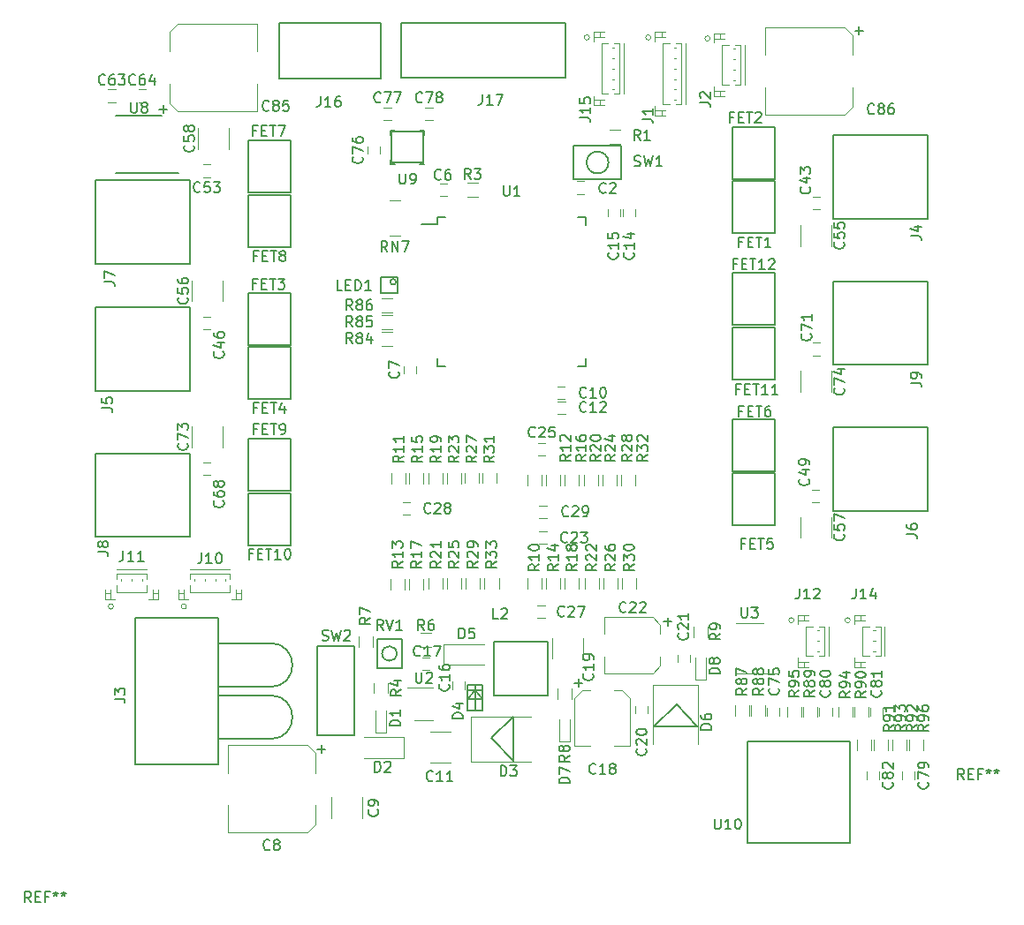
<source format=gto>
G04 #@! TF.GenerationSoftware,KiCad,Pcbnew,(5.0.0)*
G04 #@! TF.CreationDate,2020-01-25T17:25:25+09:00*
G04 #@! TF.ProjectId,General_purpose_lancer_board,47656E6572616C5F707572706F73655F,rev?*
G04 #@! TF.SameCoordinates,PX69618a0PY822d320*
G04 #@! TF.FileFunction,Legend,Top*
G04 #@! TF.FilePolarity,Positive*
%FSLAX46Y46*%
G04 Gerber Fmt 4.6, Leading zero omitted, Abs format (unit mm)*
G04 Created by KiCad (PCBNEW (5.0.0)) date 01/25/20 17:25:25*
%MOMM*%
%LPD*%
G01*
G04 APERTURE LIST*
%ADD10C,0.200000*%
%ADD11C,0.150000*%
%ADD12C,0.120000*%
G04 APERTURE END LIST*
D10*
X53600000Y12300000D02*
X57800000Y12300000D01*
X55800000Y14400000D02*
X53600000Y12300000D01*
X57800000Y12300000D02*
X55800000Y14400000D01*
X40200000Y9000000D02*
X40200000Y13200000D01*
X38100000Y11200000D02*
X40200000Y9000000D01*
X40200000Y13200000D02*
X38100000Y11200000D01*
D11*
G04 #@! TO.C,J4*
X79850000Y69000000D02*
X79850000Y61000000D01*
X79850000Y61000000D02*
X70850000Y61000000D01*
X70850000Y61000000D02*
X70850000Y69000000D01*
X70850000Y69000000D02*
X79850000Y69000000D01*
G04 #@! TO.C,J17*
X45150000Y79800000D02*
X29450000Y79800000D01*
X45150000Y74500000D02*
X45150000Y79800000D01*
X29450000Y74500000D02*
X45150000Y74500000D01*
X29450000Y74500000D02*
X29450000Y79800000D01*
G04 #@! TO.C,LED1*
X28919258Y54950000D02*
G75*
G03X28919258Y54950000I-269258J0D01*
G01*
X27500000Y53900000D02*
X27500000Y55400000D01*
X29100000Y53900000D02*
X27500000Y53900000D01*
X29100000Y55400000D02*
X29100000Y53900000D01*
X27500000Y55400000D02*
X29100000Y55400000D01*
G04 #@! TO.C,U9*
X31500000Y69400000D02*
X31500000Y66400000D01*
X28500000Y69400000D02*
X31500000Y69400000D01*
X28500000Y66400000D02*
X28500000Y69400000D01*
X31500000Y66400000D02*
X28500000Y66400000D01*
X28410000Y66260000D02*
X28810000Y66260000D01*
X31610000Y69460000D02*
X31210000Y69460000D01*
X28410000Y69460000D02*
X28810000Y69460000D01*
X28410000Y66260000D02*
X28410000Y66660000D01*
X28410000Y69460000D02*
X28410000Y69060000D01*
X31610000Y69460000D02*
X31610000Y69060000D01*
X31610000Y66260000D02*
X31210000Y66260000D01*
G04 #@! TO.C,U10*
X72400000Y10900000D02*
X62600000Y10900000D01*
X72400000Y1100000D02*
X72400000Y10900000D01*
X62600000Y1100000D02*
X72400000Y1100000D01*
X62600000Y10900000D02*
X62600000Y1100000D01*
D12*
G04 #@! TO.C,R96*
X78120000Y10000000D02*
X78120000Y11000000D01*
X79480000Y11000000D02*
X79480000Y10000000D01*
G04 #@! TO.C,R92*
X76520000Y10000000D02*
X76520000Y11000000D01*
X77880000Y11000000D02*
X77880000Y10000000D01*
G04 #@! TO.C,C79*
X77400000Y7250000D02*
X77400000Y7950000D01*
X78600000Y7950000D02*
X78600000Y7250000D01*
G04 #@! TO.C,C12*
X44450000Y43500000D02*
X45150000Y43500000D01*
X45150000Y42300000D02*
X44450000Y42300000D01*
G04 #@! TO.C,R19*
X32020000Y35600000D02*
X32020000Y36600000D01*
X33380000Y36600000D02*
X33380000Y35600000D01*
D11*
G04 #@! TO.C,J5*
X150000Y44500000D02*
X150000Y52500000D01*
X150000Y52500000D02*
X9150000Y52500000D01*
X9150000Y52500000D02*
X9150000Y44500000D01*
X9150000Y44500000D02*
X150000Y44500000D01*
G04 #@! TO.C,J6*
X79850000Y41000000D02*
X79850000Y33000000D01*
X79850000Y33000000D02*
X70850000Y33000000D01*
X70850000Y33000000D02*
X70850000Y41000000D01*
X70850000Y41000000D02*
X79850000Y41000000D01*
G04 #@! TO.C,J7*
X150000Y56700000D02*
X150000Y64700000D01*
X150000Y64700000D02*
X9150000Y64700000D01*
X9150000Y64700000D02*
X9150000Y56700000D01*
X9150000Y56700000D02*
X150000Y56700000D01*
G04 #@! TO.C,J8*
X150000Y30500000D02*
X150000Y38500000D01*
X150000Y38500000D02*
X9150000Y38500000D01*
X9150000Y38500000D02*
X9150000Y30500000D01*
X9150000Y30500000D02*
X150000Y30500000D01*
G04 #@! TO.C,J9*
X79850000Y55000000D02*
X79850000Y47000000D01*
X79850000Y47000000D02*
X70850000Y47000000D01*
X70850000Y47000000D02*
X70850000Y55000000D01*
X70850000Y55000000D02*
X79850000Y55000000D01*
G04 #@! TO.C,J3*
X16900000Y20300000D02*
G75*
G02X16900000Y16100000I0J-2100000D01*
G01*
X16900000Y15300000D02*
G75*
G02X16900000Y11100000I0J-2100000D01*
G01*
X16900000Y20300000D02*
X11900000Y20300000D01*
X16900000Y16100000D02*
X11900000Y16100000D01*
X16900000Y15300000D02*
X11900000Y15300000D01*
X16900000Y11100000D02*
X11900000Y11100000D01*
X11900000Y8700000D02*
X11900000Y22700000D01*
X3900000Y8700000D02*
X3900000Y22700000D01*
X3900000Y8700000D02*
X11900000Y8700000D01*
X3900000Y22700000D02*
X11900000Y22700000D01*
G04 #@! TO.C,RV1*
X29500000Y17900000D02*
X27100000Y17900000D01*
X27100000Y17900000D02*
X27100000Y20700000D01*
X27100000Y20700000D02*
X29500000Y20700000D01*
X29500000Y20700000D02*
X29500000Y17900000D01*
X29000000Y19300000D02*
G75*
G03X29000000Y19300000I-700000J0D01*
G01*
D12*
G04 #@! TO.C,U2*
X30720000Y12940000D02*
X32480000Y12940000D01*
X32480000Y16010000D02*
X30050000Y16010000D01*
D11*
G04 #@! TO.C,L2*
X43500000Y20450000D02*
X43500000Y15250000D01*
X38300000Y20450000D02*
X43500000Y20450000D01*
X38300000Y15250000D02*
X38300000Y20450000D01*
X43500000Y15250000D02*
X38300000Y15250000D01*
G04 #@! TO.C,SW2*
X21400000Y11500000D02*
X21400000Y20000000D01*
X21400000Y20000000D02*
X24900000Y20000000D01*
X24900000Y20000000D02*
X24900000Y11500000D01*
X24900000Y11500000D02*
X21400000Y11500000D01*
D12*
G04 #@! TO.C,C2*
X46950000Y63400000D02*
X46250000Y63400000D01*
X46250000Y64600000D02*
X46950000Y64600000D01*
G04 #@! TO.C,C6*
X33150000Y64400000D02*
X33850000Y64400000D01*
X33850000Y63200000D02*
X33150000Y63200000D01*
G04 #@! TO.C,C7*
X30900000Y46850000D02*
X30900000Y46150000D01*
X29700000Y46150000D02*
X29700000Y46850000D01*
G04 #@! TO.C,C8*
X12810000Y10490000D02*
X12810000Y7860000D01*
X12810000Y2110000D02*
X12810000Y4740000D01*
X21190000Y2870000D02*
X21190000Y4740000D01*
X21190000Y9730000D02*
X21190000Y7860000D01*
X12810000Y10490000D02*
X20430000Y10490000D01*
X20430000Y10490000D02*
X21190000Y9730000D01*
X21190000Y2870000D02*
X20430000Y2110000D01*
X20430000Y2110000D02*
X12810000Y2110000D01*
G04 #@! TO.C,C9*
X25680000Y3500000D02*
X25680000Y5500000D01*
X22720000Y5500000D02*
X22720000Y3500000D01*
G04 #@! TO.C,C10*
X44400000Y44900000D02*
X45100000Y44900000D01*
X45100000Y43700000D02*
X44400000Y43700000D01*
G04 #@! TO.C,C11*
X34200000Y11780000D02*
X32200000Y11780000D01*
X32200000Y8820000D02*
X34200000Y8820000D01*
G04 #@! TO.C,C14*
X50700000Y61250000D02*
X50700000Y61950000D01*
X51900000Y61950000D02*
X51900000Y61250000D01*
G04 #@! TO.C,C15*
X50400000Y61950000D02*
X50400000Y61250000D01*
X49200000Y61250000D02*
X49200000Y61950000D01*
G04 #@! TO.C,C16*
X34300000Y15900000D02*
X34300000Y16600000D01*
X35500000Y16600000D02*
X35500000Y15900000D01*
G04 #@! TO.C,C17*
X31450000Y18900000D02*
X32150000Y18900000D01*
X32150000Y17700000D02*
X31450000Y17700000D01*
G04 #@! TO.C,C18*
X46030000Y10430000D02*
X47580000Y10430000D01*
X51370000Y10430000D02*
X49820000Y10430000D01*
X46790000Y15770000D02*
X47580000Y15770000D01*
X50610000Y15770000D02*
X49820000Y15770000D01*
X51370000Y10430000D02*
X51370000Y15010000D01*
X51370000Y15010000D02*
X50610000Y15770000D01*
X46790000Y15770000D02*
X46030000Y15010000D01*
X46030000Y15010000D02*
X46030000Y10430000D01*
G04 #@! TO.C,C19*
X46880000Y18800000D02*
X46880000Y20800000D01*
X43920000Y20800000D02*
X43920000Y18800000D01*
G04 #@! TO.C,C20*
X51850000Y13550000D02*
X51850000Y14250000D01*
X53050000Y14250000D02*
X53050000Y13550000D01*
G04 #@! TO.C,C21*
X55950000Y18500000D02*
X55950000Y19200000D01*
X57150000Y19200000D02*
X57150000Y18500000D01*
G04 #@! TO.C,C22*
X48930000Y22770000D02*
X48930000Y21220000D01*
X48930000Y17430000D02*
X48930000Y18980000D01*
X54270000Y22010000D02*
X54270000Y21220000D01*
X54270000Y18190000D02*
X54270000Y18980000D01*
X48930000Y17430000D02*
X53510000Y17430000D01*
X53510000Y17430000D02*
X54270000Y18190000D01*
X54270000Y22010000D02*
X53510000Y22770000D01*
X53510000Y22770000D02*
X48930000Y22770000D01*
G04 #@! TO.C,C23*
X42650000Y31000000D02*
X43350000Y31000000D01*
X43350000Y29800000D02*
X42650000Y29800000D01*
G04 #@! TO.C,C25*
X42550000Y39500000D02*
X43250000Y39500000D01*
X43250000Y38300000D02*
X42550000Y38300000D01*
G04 #@! TO.C,C27*
X42500000Y23900000D02*
X43200000Y23900000D01*
X43200000Y22700000D02*
X42500000Y22700000D01*
G04 #@! TO.C,C28*
X29600000Y33800000D02*
X30300000Y33800000D01*
X30300000Y32600000D02*
X29600000Y32600000D01*
G04 #@! TO.C,C29*
X42650000Y33500000D02*
X43350000Y33500000D01*
X43350000Y32300000D02*
X42650000Y32300000D01*
G04 #@! TO.C,C43*
X68850000Y63100000D02*
X69550000Y63100000D01*
X69550000Y61900000D02*
X68850000Y61900000D01*
G04 #@! TO.C,C46*
X11150000Y50400000D02*
X10450000Y50400000D01*
X10450000Y51600000D02*
X11150000Y51600000D01*
G04 #@! TO.C,C49*
X68750000Y35000000D02*
X69450000Y35000000D01*
X69450000Y33800000D02*
X68750000Y33800000D01*
G04 #@! TO.C,C53*
X11150000Y65000000D02*
X10450000Y65000000D01*
X10450000Y66200000D02*
X11150000Y66200000D01*
G04 #@! TO.C,C55*
X70680000Y58400000D02*
X70680000Y60400000D01*
X67720000Y60400000D02*
X67720000Y58400000D01*
G04 #@! TO.C,C56*
X9320000Y55100000D02*
X9320000Y53100000D01*
X12280000Y53100000D02*
X12280000Y55100000D01*
G04 #@! TO.C,C57*
X70680000Y30400000D02*
X70680000Y32400000D01*
X67720000Y32400000D02*
X67720000Y30400000D01*
G04 #@! TO.C,C58*
X9920000Y69700000D02*
X9920000Y67700000D01*
X12880000Y67700000D02*
X12880000Y69700000D01*
G04 #@! TO.C,C63*
X1350000Y73400000D02*
X2050000Y73400000D01*
X2050000Y72200000D02*
X1350000Y72200000D01*
G04 #@! TO.C,C64*
X4950000Y72200000D02*
X4250000Y72200000D01*
X4250000Y73400000D02*
X4950000Y73400000D01*
G04 #@! TO.C,C68*
X11150000Y36400000D02*
X10450000Y36400000D01*
X10450000Y37600000D02*
X11150000Y37600000D01*
G04 #@! TO.C,C71*
X68850000Y49100000D02*
X69550000Y49100000D01*
X69550000Y47900000D02*
X68850000Y47900000D01*
G04 #@! TO.C,C73*
X9320000Y41100000D02*
X9320000Y39100000D01*
X12280000Y39100000D02*
X12280000Y41100000D01*
G04 #@! TO.C,C74*
X70680000Y44400000D02*
X70680000Y46400000D01*
X67720000Y46400000D02*
X67720000Y44400000D01*
G04 #@! TO.C,C75*
X64500000Y13350000D02*
X64500000Y14050000D01*
X65700000Y14050000D02*
X65700000Y13350000D01*
G04 #@! TO.C,C76*
X26200000Y67250000D02*
X26200000Y67950000D01*
X27400000Y67950000D02*
X27400000Y67250000D01*
G04 #@! TO.C,C77*
X28450000Y70500000D02*
X27750000Y70500000D01*
X27750000Y71700000D02*
X28450000Y71700000D01*
G04 #@! TO.C,C78*
X31750000Y71700000D02*
X32450000Y71700000D01*
X32450000Y70500000D02*
X31750000Y70500000D01*
G04 #@! TO.C,C80*
X69500000Y13350000D02*
X69500000Y14050000D01*
X70700000Y14050000D02*
X70700000Y13350000D01*
G04 #@! TO.C,C81*
X74400000Y13350000D02*
X74400000Y14050000D01*
X75600000Y14050000D02*
X75600000Y13350000D01*
G04 #@! TO.C,C82*
X74000000Y7250000D02*
X74000000Y7950000D01*
X75200000Y7950000D02*
X75200000Y7250000D01*
G04 #@! TO.C,C85*
X15590000Y71310000D02*
X15590000Y73940000D01*
X15590000Y79690000D02*
X15590000Y77060000D01*
X7210000Y78930000D02*
X7210000Y77060000D01*
X7210000Y72070000D02*
X7210000Y73940000D01*
X15590000Y71310000D02*
X7970000Y71310000D01*
X7970000Y71310000D02*
X7210000Y72070000D01*
X7210000Y78930000D02*
X7970000Y79690000D01*
X7970000Y79690000D02*
X15590000Y79690000D01*
G04 #@! TO.C,C86*
X64310000Y79390000D02*
X64310000Y76760000D01*
X64310000Y71010000D02*
X64310000Y73640000D01*
X72690000Y71770000D02*
X72690000Y73640000D01*
X72690000Y78630000D02*
X72690000Y76760000D01*
X64310000Y79390000D02*
X71930000Y79390000D01*
X71930000Y79390000D02*
X72690000Y78630000D01*
X72690000Y71770000D02*
X71930000Y71010000D01*
X71930000Y71010000D02*
X64310000Y71010000D01*
G04 #@! TO.C,D1*
X27000000Y11700000D02*
X28000000Y11700000D01*
X28000000Y11700000D02*
X28000000Y13800000D01*
X27000000Y11700000D02*
X27000000Y13800000D01*
G04 #@! TO.C,D2*
X29700000Y9300000D02*
X29700000Y11300000D01*
X29700000Y11300000D02*
X25850000Y11300000D01*
X29700000Y9300000D02*
X25850000Y9300000D01*
G04 #@! TO.C,D3*
X36150000Y13250000D02*
X36150000Y8950000D01*
X36150000Y8950000D02*
X41850000Y8950000D01*
X36150000Y13250000D02*
X41850000Y13250000D01*
D11*
G04 #@! TO.C,D4*
X36500000Y16300000D02*
X36500000Y13800000D01*
X37200000Y14900000D02*
X36500000Y15800000D01*
X35800000Y14900000D02*
X37200000Y14900000D01*
X36500000Y15800000D02*
X35800000Y14900000D01*
X35800000Y15800000D02*
X37200000Y15800000D01*
X35800000Y13800000D02*
X35800000Y16300000D01*
X37200000Y13800000D02*
X35800000Y13800000D01*
X37200000Y16300000D02*
X37200000Y13800000D01*
X35800000Y16300000D02*
X37200000Y16300000D01*
D12*
G04 #@! TO.C,D5*
X33450000Y20200000D02*
X33450000Y18200000D01*
X33450000Y18200000D02*
X37350000Y18200000D01*
X33450000Y20200000D02*
X37350000Y20200000D01*
G04 #@! TO.C,D6*
X57850000Y16300000D02*
X53550000Y16300000D01*
X53550000Y16300000D02*
X53550000Y10600000D01*
X57850000Y16300000D02*
X57850000Y10600000D01*
G04 #@! TO.C,D7*
X44600000Y10900000D02*
X45600000Y10900000D01*
X45600000Y10900000D02*
X45600000Y13000000D01*
X44600000Y10900000D02*
X44600000Y13000000D01*
G04 #@! TO.C,D8*
X57600000Y16800000D02*
X58600000Y16800000D01*
X58600000Y16800000D02*
X58600000Y18900000D01*
X57600000Y16800000D02*
X57600000Y18900000D01*
D11*
G04 #@! TO.C,FET1*
X61200000Y59600000D02*
X61200000Y64600000D01*
X65200000Y59600000D02*
X61200000Y59600000D01*
X65200000Y64600000D02*
X65200000Y59600000D01*
X61200000Y64600000D02*
X65200000Y64600000D01*
G04 #@! TO.C,FET2*
X61200000Y64800000D02*
X61200000Y69800000D01*
X65200000Y64800000D02*
X61200000Y64800000D01*
X65200000Y69800000D02*
X65200000Y64800000D01*
X61200000Y69800000D02*
X65200000Y69800000D01*
G04 #@! TO.C,FET3*
X18800000Y53900000D02*
X18800000Y48900000D01*
X14800000Y53900000D02*
X18800000Y53900000D01*
X14800000Y48900000D02*
X14800000Y53900000D01*
X18800000Y48900000D02*
X14800000Y48900000D01*
G04 #@! TO.C,FET4*
X18800000Y48700000D02*
X18800000Y43700000D01*
X14800000Y48700000D02*
X18800000Y48700000D01*
X14800000Y43700000D02*
X14800000Y48700000D01*
X18800000Y43700000D02*
X14800000Y43700000D01*
G04 #@! TO.C,FET5*
X61200000Y31600000D02*
X61200000Y36600000D01*
X65200000Y31600000D02*
X61200000Y31600000D01*
X65200000Y36600000D02*
X65200000Y31600000D01*
X61200000Y36600000D02*
X65200000Y36600000D01*
G04 #@! TO.C,FET6*
X61200000Y36800000D02*
X61200000Y41800000D01*
X65200000Y36800000D02*
X61200000Y36800000D01*
X65200000Y41800000D02*
X65200000Y36800000D01*
X61200000Y41800000D02*
X65200000Y41800000D01*
G04 #@! TO.C,FET7*
X18800000Y68500000D02*
X18800000Y63500000D01*
X14800000Y68500000D02*
X18800000Y68500000D01*
X14800000Y63500000D02*
X14800000Y68500000D01*
X18800000Y63500000D02*
X14800000Y63500000D01*
G04 #@! TO.C,FET8*
X18800000Y63300000D02*
X18800000Y58300000D01*
X14800000Y63300000D02*
X18800000Y63300000D01*
X14800000Y58300000D02*
X14800000Y63300000D01*
X18800000Y58300000D02*
X14800000Y58300000D01*
G04 #@! TO.C,FET9*
X18800000Y39900000D02*
X18800000Y34900000D01*
X14800000Y39900000D02*
X18800000Y39900000D01*
X14800000Y34900000D02*
X14800000Y39900000D01*
X18800000Y34900000D02*
X14800000Y34900000D01*
G04 #@! TO.C,FET10*
X18800000Y34700000D02*
X18800000Y29700000D01*
X14800000Y34700000D02*
X18800000Y34700000D01*
X14800000Y29700000D02*
X14800000Y34700000D01*
X18800000Y29700000D02*
X14800000Y29700000D01*
G04 #@! TO.C,FET11*
X61200000Y45600000D02*
X61200000Y50600000D01*
X65200000Y45600000D02*
X61200000Y45600000D01*
X65200000Y50600000D02*
X65200000Y45600000D01*
X61200000Y50600000D02*
X65200000Y50600000D01*
G04 #@! TO.C,FET12*
X61200000Y50800000D02*
X61200000Y55800000D01*
X65200000Y50800000D02*
X61200000Y50800000D01*
X65200000Y55800000D02*
X65200000Y50800000D01*
X61200000Y55800000D02*
X65200000Y55800000D01*
D12*
G04 #@! TO.C,J1*
X53362500Y78400000D02*
G75*
G03X53362500Y78400000I-250000J0D01*
G01*
X56662500Y77800000D02*
X56662500Y72000000D01*
X54762500Y78900000D02*
X53762500Y78900000D01*
X53762500Y78900000D02*
X53762500Y78000000D01*
X53762500Y78400000D02*
X54762500Y78400000D01*
X54762500Y78400000D02*
X54762500Y78400000D01*
X54762500Y78400000D02*
X53762500Y78400000D01*
X53762500Y78400000D02*
X53762500Y78400000D01*
X54362500Y78400000D02*
X54362500Y78400000D01*
X54362500Y78400000D02*
X54362500Y78900000D01*
X54362500Y78900000D02*
X54362500Y78900000D01*
X54362500Y78900000D02*
X54362500Y78400000D01*
X54762500Y70900000D02*
X53762500Y70900000D01*
X53762500Y70900000D02*
X53762500Y71800000D01*
X53762500Y71400000D02*
X54762500Y71400000D01*
X54762500Y71400000D02*
X54762500Y71400000D01*
X54762500Y71400000D02*
X53762500Y71400000D01*
X53762500Y71400000D02*
X53762500Y71400000D01*
X54362500Y71400000D02*
X54362500Y71400000D01*
X54362500Y71400000D02*
X54362500Y70900000D01*
X54362500Y70900000D02*
X54362500Y70900000D01*
X54362500Y70900000D02*
X54362500Y71400000D01*
X55762500Y77800000D02*
X56262500Y77800000D01*
X56262500Y77800000D02*
X56262500Y72000000D01*
X56262500Y72000000D02*
X55762500Y72000000D01*
X55162500Y77800000D02*
X54512500Y77800000D01*
X54512500Y77800000D02*
X54512500Y72000000D01*
X54512500Y72000000D02*
X55162500Y72000000D01*
X55762500Y77400000D02*
X55562500Y77400000D01*
X55762500Y76400000D02*
X55562500Y76400000D01*
X55762500Y75400000D02*
X55562500Y75400000D01*
X55762500Y74400000D02*
X55562500Y74400000D01*
X55762500Y73400000D02*
X55562500Y73400000D01*
X55762500Y72400000D02*
X55562500Y72400000D01*
G04 #@! TO.C,J2*
X59025000Y78300000D02*
G75*
G03X59025000Y78300000I-250000J0D01*
G01*
X62325000Y77700000D02*
X62325000Y73900000D01*
X60425000Y78800000D02*
X59425000Y78800000D01*
X59425000Y78800000D02*
X59425000Y77900000D01*
X59425000Y78300000D02*
X60425000Y78300000D01*
X60425000Y78300000D02*
X60425000Y78300000D01*
X60425000Y78300000D02*
X59425000Y78300000D01*
X59425000Y78300000D02*
X59425000Y78300000D01*
X60025000Y78300000D02*
X60025000Y78300000D01*
X60025000Y78300000D02*
X60025000Y78800000D01*
X60025000Y78800000D02*
X60025000Y78800000D01*
X60025000Y78800000D02*
X60025000Y78300000D01*
X60425000Y72800000D02*
X59425000Y72800000D01*
X59425000Y72800000D02*
X59425000Y73700000D01*
X59425000Y73300000D02*
X60425000Y73300000D01*
X60425000Y73300000D02*
X60425000Y73300000D01*
X60425000Y73300000D02*
X59425000Y73300000D01*
X59425000Y73300000D02*
X59425000Y73300000D01*
X60025000Y73300000D02*
X60025000Y73300000D01*
X60025000Y73300000D02*
X60025000Y72800000D01*
X60025000Y72800000D02*
X60025000Y72800000D01*
X60025000Y72800000D02*
X60025000Y73300000D01*
X61425000Y77700000D02*
X61925000Y77700000D01*
X61925000Y77700000D02*
X61925000Y73900000D01*
X61925000Y73900000D02*
X61425000Y73900000D01*
X60825000Y77700000D02*
X60175000Y77700000D01*
X60175000Y77700000D02*
X60175000Y73900000D01*
X60175000Y73900000D02*
X60825000Y73900000D01*
X61425000Y77300000D02*
X61225000Y77300000D01*
X61425000Y76300000D02*
X61225000Y76300000D01*
X61425000Y75300000D02*
X61225000Y75300000D01*
X61425000Y74300000D02*
X61225000Y74300000D01*
G04 #@! TO.C,J10*
X8850000Y23812500D02*
G75*
G03X8850000Y23812500I-250000J0D01*
G01*
X9200000Y27362500D02*
X13000000Y27362500D01*
X8100000Y25462500D02*
X8100000Y24462500D01*
X8100000Y24462500D02*
X9000000Y24462500D01*
X8600000Y24462500D02*
X8600000Y25462500D01*
X8600000Y25462500D02*
X8600000Y25462500D01*
X8600000Y25462500D02*
X8600000Y24462500D01*
X8600000Y24462500D02*
X8600000Y24462500D01*
X8600000Y25062500D02*
X8600000Y25062500D01*
X8600000Y25062500D02*
X8100000Y25062500D01*
X8100000Y25062500D02*
X8100000Y25062500D01*
X8100000Y25062500D02*
X8600000Y25062500D01*
X14100000Y25462500D02*
X14100000Y24462500D01*
X14100000Y24462500D02*
X13200000Y24462500D01*
X13600000Y24462500D02*
X13600000Y25462500D01*
X13600000Y25462500D02*
X13600000Y25462500D01*
X13600000Y25462500D02*
X13600000Y24462500D01*
X13600000Y24462500D02*
X13600000Y24462500D01*
X13600000Y25062500D02*
X13600000Y25062500D01*
X13600000Y25062500D02*
X14100000Y25062500D01*
X14100000Y25062500D02*
X14100000Y25062500D01*
X14100000Y25062500D02*
X13600000Y25062500D01*
X9200000Y26462500D02*
X9200000Y26962500D01*
X9200000Y26962500D02*
X13000000Y26962500D01*
X13000000Y26962500D02*
X13000000Y26462500D01*
X9200000Y25862500D02*
X9200000Y25212500D01*
X9200000Y25212500D02*
X13000000Y25212500D01*
X13000000Y25212500D02*
X13000000Y25862500D01*
X9600000Y26462500D02*
X9600000Y26262500D01*
X10600000Y26462500D02*
X10600000Y26262500D01*
X11600000Y26462500D02*
X11600000Y26262500D01*
X12600000Y26462500D02*
X12600000Y26262500D01*
G04 #@! TO.C,J11*
X1850000Y23812500D02*
G75*
G03X1850000Y23812500I-250000J0D01*
G01*
X2200000Y27362500D02*
X5000000Y27362500D01*
X1100000Y25462500D02*
X1100000Y24462500D01*
X1100000Y24462500D02*
X2000000Y24462500D01*
X1600000Y24462500D02*
X1600000Y25462500D01*
X1600000Y25462500D02*
X1600000Y25462500D01*
X1600000Y25462500D02*
X1600000Y24462500D01*
X1600000Y24462500D02*
X1600000Y24462500D01*
X1600000Y25062500D02*
X1600000Y25062500D01*
X1600000Y25062500D02*
X1100000Y25062500D01*
X1100000Y25062500D02*
X1100000Y25062500D01*
X1100000Y25062500D02*
X1600000Y25062500D01*
X6100000Y25462500D02*
X6100000Y24462500D01*
X6100000Y24462500D02*
X5200000Y24462500D01*
X5600000Y24462500D02*
X5600000Y25462500D01*
X5600000Y25462500D02*
X5600000Y25462500D01*
X5600000Y25462500D02*
X5600000Y24462500D01*
X5600000Y24462500D02*
X5600000Y24462500D01*
X5600000Y25062500D02*
X5600000Y25062500D01*
X5600000Y25062500D02*
X6100000Y25062500D01*
X6100000Y25062500D02*
X6100000Y25062500D01*
X6100000Y25062500D02*
X5600000Y25062500D01*
X2200000Y26462500D02*
X2200000Y26962500D01*
X2200000Y26962500D02*
X5000000Y26962500D01*
X5000000Y26962500D02*
X5000000Y26462500D01*
X2200000Y25862500D02*
X2200000Y25212500D01*
X2200000Y25212500D02*
X5000000Y25212500D01*
X5000000Y25212500D02*
X5000000Y25862500D01*
X2600000Y26462500D02*
X2600000Y26262500D01*
X3600000Y26462500D02*
X3600000Y26262500D01*
X4600000Y26462500D02*
X4600000Y26262500D01*
G04 #@! TO.C,J12*
X67062500Y22500000D02*
G75*
G03X67062500Y22500000I-250000J0D01*
G01*
X70362500Y21900000D02*
X70362500Y19100000D01*
X68462500Y23000000D02*
X67462500Y23000000D01*
X67462500Y23000000D02*
X67462500Y22100000D01*
X67462500Y22500000D02*
X68462500Y22500000D01*
X68462500Y22500000D02*
X68462500Y22500000D01*
X68462500Y22500000D02*
X67462500Y22500000D01*
X67462500Y22500000D02*
X67462500Y22500000D01*
X68062500Y22500000D02*
X68062500Y22500000D01*
X68062500Y22500000D02*
X68062500Y23000000D01*
X68062500Y23000000D02*
X68062500Y23000000D01*
X68062500Y23000000D02*
X68062500Y22500000D01*
X68462500Y18000000D02*
X67462500Y18000000D01*
X67462500Y18000000D02*
X67462500Y18900000D01*
X67462500Y18500000D02*
X68462500Y18500000D01*
X68462500Y18500000D02*
X68462500Y18500000D01*
X68462500Y18500000D02*
X67462500Y18500000D01*
X67462500Y18500000D02*
X67462500Y18500000D01*
X68062500Y18500000D02*
X68062500Y18500000D01*
X68062500Y18500000D02*
X68062500Y18000000D01*
X68062500Y18000000D02*
X68062500Y18000000D01*
X68062500Y18000000D02*
X68062500Y18500000D01*
X69462500Y21900000D02*
X69962500Y21900000D01*
X69962500Y21900000D02*
X69962500Y19100000D01*
X69962500Y19100000D02*
X69462500Y19100000D01*
X68862500Y21900000D02*
X68212500Y21900000D01*
X68212500Y21900000D02*
X68212500Y19100000D01*
X68212500Y19100000D02*
X68862500Y19100000D01*
X69462500Y21500000D02*
X69262500Y21500000D01*
X69462500Y20500000D02*
X69262500Y20500000D01*
X69462500Y19500000D02*
X69262500Y19500000D01*
G04 #@! TO.C,J14*
X72462500Y22500000D02*
G75*
G03X72462500Y22500000I-250000J0D01*
G01*
X75762500Y21900000D02*
X75762500Y19100000D01*
X73862500Y23000000D02*
X72862500Y23000000D01*
X72862500Y23000000D02*
X72862500Y22100000D01*
X72862500Y22500000D02*
X73862500Y22500000D01*
X73862500Y22500000D02*
X73862500Y22500000D01*
X73862500Y22500000D02*
X72862500Y22500000D01*
X72862500Y22500000D02*
X72862500Y22500000D01*
X73462500Y22500000D02*
X73462500Y22500000D01*
X73462500Y22500000D02*
X73462500Y23000000D01*
X73462500Y23000000D02*
X73462500Y23000000D01*
X73462500Y23000000D02*
X73462500Y22500000D01*
X73862500Y18000000D02*
X72862500Y18000000D01*
X72862500Y18000000D02*
X72862500Y18900000D01*
X72862500Y18500000D02*
X73862500Y18500000D01*
X73862500Y18500000D02*
X73862500Y18500000D01*
X73862500Y18500000D02*
X72862500Y18500000D01*
X72862500Y18500000D02*
X72862500Y18500000D01*
X73462500Y18500000D02*
X73462500Y18500000D01*
X73462500Y18500000D02*
X73462500Y18000000D01*
X73462500Y18000000D02*
X73462500Y18000000D01*
X73462500Y18000000D02*
X73462500Y18500000D01*
X74862500Y21900000D02*
X75362500Y21900000D01*
X75362500Y21900000D02*
X75362500Y19100000D01*
X75362500Y19100000D02*
X74862500Y19100000D01*
X74262500Y21900000D02*
X73612500Y21900000D01*
X73612500Y21900000D02*
X73612500Y19100000D01*
X73612500Y19100000D02*
X74262500Y19100000D01*
X74862500Y21500000D02*
X74662500Y21500000D01*
X74862500Y20500000D02*
X74662500Y20500000D01*
X74862500Y19500000D02*
X74662500Y19500000D01*
G04 #@! TO.C,J15*
X47462500Y78400000D02*
G75*
G03X47462500Y78400000I-250000J0D01*
G01*
X50762500Y77800000D02*
X50762500Y73000000D01*
X48862500Y78900000D02*
X47862500Y78900000D01*
X47862500Y78900000D02*
X47862500Y78000000D01*
X47862500Y78400000D02*
X48862500Y78400000D01*
X48862500Y78400000D02*
X48862500Y78400000D01*
X48862500Y78400000D02*
X47862500Y78400000D01*
X47862500Y78400000D02*
X47862500Y78400000D01*
X48462500Y78400000D02*
X48462500Y78400000D01*
X48462500Y78400000D02*
X48462500Y78900000D01*
X48462500Y78900000D02*
X48462500Y78900000D01*
X48462500Y78900000D02*
X48462500Y78400000D01*
X48862500Y71900000D02*
X47862500Y71900000D01*
X47862500Y71900000D02*
X47862500Y72800000D01*
X47862500Y72400000D02*
X48862500Y72400000D01*
X48862500Y72400000D02*
X48862500Y72400000D01*
X48862500Y72400000D02*
X47862500Y72400000D01*
X47862500Y72400000D02*
X47862500Y72400000D01*
X48462500Y72400000D02*
X48462500Y72400000D01*
X48462500Y72400000D02*
X48462500Y71900000D01*
X48462500Y71900000D02*
X48462500Y71900000D01*
X48462500Y71900000D02*
X48462500Y72400000D01*
X49862500Y77800000D02*
X50362500Y77800000D01*
X50362500Y77800000D02*
X50362500Y73000000D01*
X50362500Y73000000D02*
X49862500Y73000000D01*
X49262500Y77800000D02*
X48612500Y77800000D01*
X48612500Y77800000D02*
X48612500Y73000000D01*
X48612500Y73000000D02*
X49262500Y73000000D01*
X49862500Y77400000D02*
X49662500Y77400000D01*
X49862500Y76400000D02*
X49662500Y76400000D01*
X49862500Y75400000D02*
X49662500Y75400000D01*
X49862500Y74400000D02*
X49662500Y74400000D01*
X49862500Y73400000D02*
X49662500Y73400000D01*
D11*
G04 #@! TO.C,J16*
X27450000Y79750000D02*
X27450000Y74450000D01*
X17750000Y79750000D02*
X27450000Y79750000D01*
X17750000Y74450000D02*
X17750000Y79750000D01*
X27450000Y74450000D02*
X17750000Y74450000D01*
D12*
G04 #@! TO.C,R1*
X50400000Y68220000D02*
X49400000Y68220000D01*
X49400000Y69580000D02*
X50400000Y69580000D01*
G04 #@! TO.C,R3*
X36750000Y63120000D02*
X35750000Y63120000D01*
X35750000Y64480000D02*
X36750000Y64480000D01*
G04 #@! TO.C,R4*
X26820000Y15500000D02*
X26820000Y16500000D01*
X28180000Y16500000D02*
X28180000Y15500000D01*
G04 #@! TO.C,R6*
X31300000Y21280000D02*
X32300000Y21280000D01*
X32300000Y19920000D02*
X31300000Y19920000D01*
G04 #@! TO.C,R7*
X25320000Y19950000D02*
X25320000Y20950000D01*
X26680000Y20950000D02*
X26680000Y19950000D01*
G04 #@! TO.C,R8*
X44420000Y14950000D02*
X44420000Y15950000D01*
X45780000Y15950000D02*
X45780000Y14950000D01*
G04 #@! TO.C,R9*
X57420000Y20900000D02*
X57420000Y21900000D01*
X58780000Y21900000D02*
X58780000Y20900000D01*
G04 #@! TO.C,R10*
X41520000Y25500000D02*
X41520000Y26500000D01*
X42880000Y26500000D02*
X42880000Y25500000D01*
G04 #@! TO.C,R11*
X28520000Y35600000D02*
X28520000Y36600000D01*
X29880000Y36600000D02*
X29880000Y35600000D01*
G04 #@! TO.C,R12*
X41520000Y35400000D02*
X41520000Y36400000D01*
X42880000Y36400000D02*
X42880000Y35400000D01*
G04 #@! TO.C,R13*
X28420000Y25450000D02*
X28420000Y26450000D01*
X29780000Y26450000D02*
X29780000Y25450000D01*
G04 #@! TO.C,R14*
X43320000Y25500000D02*
X43320000Y26500000D01*
X44680000Y26500000D02*
X44680000Y25500000D01*
G04 #@! TO.C,R15*
X30220000Y35600000D02*
X30220000Y36600000D01*
X31580000Y36600000D02*
X31580000Y35600000D01*
G04 #@! TO.C,R16*
X43320000Y35400000D02*
X43320000Y36400000D01*
X44680000Y36400000D02*
X44680000Y35400000D01*
G04 #@! TO.C,R17*
X30220000Y25450000D02*
X30220000Y26450000D01*
X31580000Y26450000D02*
X31580000Y25450000D01*
G04 #@! TO.C,R18*
X45120000Y25500000D02*
X45120000Y26500000D01*
X46480000Y26500000D02*
X46480000Y25500000D01*
G04 #@! TO.C,R20*
X45120000Y35400000D02*
X45120000Y36400000D01*
X46480000Y36400000D02*
X46480000Y35400000D01*
G04 #@! TO.C,R21*
X32020000Y25500000D02*
X32020000Y26500000D01*
X33380000Y26500000D02*
X33380000Y25500000D01*
G04 #@! TO.C,R22*
X47020000Y25500000D02*
X47020000Y26500000D01*
X48380000Y26500000D02*
X48380000Y25500000D01*
G04 #@! TO.C,R23*
X33820000Y35600000D02*
X33820000Y36600000D01*
X35180000Y36600000D02*
X35180000Y35600000D01*
G04 #@! TO.C,R24*
X46920000Y35400000D02*
X46920000Y36400000D01*
X48280000Y36400000D02*
X48280000Y35400000D01*
G04 #@! TO.C,R25*
X33820000Y25500000D02*
X33820000Y26500000D01*
X35180000Y26500000D02*
X35180000Y25500000D01*
G04 #@! TO.C,R26*
X48820000Y25500000D02*
X48820000Y26500000D01*
X50180000Y26500000D02*
X50180000Y25500000D01*
G04 #@! TO.C,R27*
X35520000Y35650000D02*
X35520000Y36650000D01*
X36880000Y36650000D02*
X36880000Y35650000D01*
G04 #@! TO.C,R28*
X48720000Y35400000D02*
X48720000Y36400000D01*
X50080000Y36400000D02*
X50080000Y35400000D01*
G04 #@! TO.C,R29*
X35620000Y25500000D02*
X35620000Y26500000D01*
X36980000Y26500000D02*
X36980000Y25500000D01*
G04 #@! TO.C,R30*
X50620000Y25500000D02*
X50620000Y26500000D01*
X51980000Y26500000D02*
X51980000Y25500000D01*
G04 #@! TO.C,R31*
X37220000Y35650000D02*
X37220000Y36650000D01*
X38580000Y36650000D02*
X38580000Y35650000D01*
G04 #@! TO.C,R32*
X50520000Y35400000D02*
X50520000Y36400000D01*
X51880000Y36400000D02*
X51880000Y35400000D01*
G04 #@! TO.C,R33*
X37420000Y25500000D02*
X37420000Y26500000D01*
X38780000Y26500000D02*
X38780000Y25500000D01*
G04 #@! TO.C,R84*
X27600000Y50180000D02*
X28600000Y50180000D01*
X28600000Y48820000D02*
X27600000Y48820000D01*
G04 #@! TO.C,R85*
X27600000Y51780000D02*
X28600000Y51780000D01*
X28600000Y50420000D02*
X27600000Y50420000D01*
G04 #@! TO.C,R86*
X27600000Y53380000D02*
X28600000Y53380000D01*
X28600000Y52020000D02*
X27600000Y52020000D01*
G04 #@! TO.C,R87*
X62780000Y14300000D02*
X62780000Y13300000D01*
X61420000Y13300000D02*
X61420000Y14300000D01*
G04 #@! TO.C,R88*
X62920000Y13300000D02*
X62920000Y14300000D01*
X64280000Y14300000D02*
X64280000Y13300000D01*
G04 #@! TO.C,R89*
X67920000Y13200000D02*
X67920000Y14200000D01*
X69280000Y14200000D02*
X69280000Y13200000D01*
G04 #@! TO.C,R90*
X72820000Y13200000D02*
X72820000Y14200000D01*
X74180000Y14200000D02*
X74180000Y13200000D01*
G04 #@! TO.C,R91*
X73120000Y10000000D02*
X73120000Y11000000D01*
X74480000Y11000000D02*
X74480000Y10000000D01*
G04 #@! TO.C,R93*
X74720000Y10000000D02*
X74720000Y11000000D01*
X76080000Y11000000D02*
X76080000Y10000000D01*
G04 #@! TO.C,R94*
X71320000Y13200000D02*
X71320000Y14200000D01*
X72680000Y14200000D02*
X72680000Y13200000D01*
G04 #@! TO.C,R95*
X66420000Y13200000D02*
X66420000Y14200000D01*
X67780000Y14200000D02*
X67780000Y13200000D01*
D11*
G04 #@! TO.C,SW1*
X49288061Y66400000D02*
G75*
G03X49288061Y66400000I-1044031J0D01*
G01*
X50500000Y68000000D02*
X50500000Y64800000D01*
X45900000Y68000000D02*
X50500000Y68000000D01*
X45900000Y64800000D02*
X45900000Y68000000D01*
X50500000Y64800000D02*
X45900000Y64800000D01*
G04 #@! TO.C,U1*
X32875000Y61125000D02*
X32875000Y60475000D01*
X47125000Y61125000D02*
X47125000Y60365000D01*
X47125000Y46875000D02*
X47125000Y47635000D01*
X32875000Y46875000D02*
X32875000Y47635000D01*
X32875000Y61125000D02*
X33635000Y61125000D01*
X32875000Y46875000D02*
X33635000Y46875000D01*
X47125000Y46875000D02*
X46365000Y46875000D01*
X47125000Y61125000D02*
X46365000Y61125000D01*
X32875000Y60475000D02*
X31350000Y60475000D01*
D12*
G04 #@! TO.C,U3*
X61550000Y22200000D02*
X64150000Y22200000D01*
X65450000Y17400000D02*
X61550000Y17400000D01*
D11*
G04 #@! TO.C,U8*
X6500000Y70925000D02*
X2100000Y70925000D01*
X8075000Y65400000D02*
X2100000Y65400000D01*
D12*
G04 #@! TO.C,RN7*
X28300000Y62780000D02*
X29300000Y62780000D01*
X28300000Y59420000D02*
X29300000Y59420000D01*
G04 #@! TO.C,J4*
D11*
X78252380Y59366667D02*
X78966666Y59366667D01*
X79109523Y59319048D01*
X79204761Y59223810D01*
X79252380Y59080953D01*
X79252380Y58985715D01*
X78585714Y60271429D02*
X79252380Y60271429D01*
X78204761Y60033334D02*
X78919047Y59795239D01*
X78919047Y60414286D01*
G04 #@! TO.C,J17*
X37190476Y72947620D02*
X37190476Y72233334D01*
X37142857Y72090477D01*
X37047619Y71995239D01*
X36904761Y71947620D01*
X36809523Y71947620D01*
X38190476Y71947620D02*
X37619047Y71947620D01*
X37904761Y71947620D02*
X37904761Y72947620D01*
X37809523Y72804762D01*
X37714285Y72709524D01*
X37619047Y72661905D01*
X38523809Y72947620D02*
X39190476Y72947620D01*
X38761904Y71947620D01*
G04 #@! TO.C,LED1*
X23780952Y54147620D02*
X23304761Y54147620D01*
X23304761Y55147620D01*
X24114285Y54671429D02*
X24447619Y54671429D01*
X24590476Y54147620D02*
X24114285Y54147620D01*
X24114285Y55147620D01*
X24590476Y55147620D01*
X25019047Y54147620D02*
X25019047Y55147620D01*
X25257142Y55147620D01*
X25400000Y55100000D01*
X25495238Y55004762D01*
X25542857Y54909524D01*
X25590476Y54719048D01*
X25590476Y54576191D01*
X25542857Y54385715D01*
X25495238Y54290477D01*
X25400000Y54195239D01*
X25257142Y54147620D01*
X25019047Y54147620D01*
X26542857Y54147620D02*
X25971428Y54147620D01*
X26257142Y54147620D02*
X26257142Y55147620D01*
X26161904Y55004762D01*
X26066666Y54909524D01*
X25971428Y54861905D01*
G04 #@! TO.C,U9*
X29268095Y65347620D02*
X29268095Y64538096D01*
X29315714Y64442858D01*
X29363333Y64395239D01*
X29458571Y64347620D01*
X29649047Y64347620D01*
X29744285Y64395239D01*
X29791904Y64442858D01*
X29839523Y64538096D01*
X29839523Y65347620D01*
X30363333Y64347620D02*
X30553809Y64347620D01*
X30649047Y64395239D01*
X30696666Y64442858D01*
X30791904Y64585715D01*
X30839523Y64776191D01*
X30839523Y65157143D01*
X30791904Y65252381D01*
X30744285Y65300000D01*
X30649047Y65347620D01*
X30458571Y65347620D01*
X30363333Y65300000D01*
X30315714Y65252381D01*
X30268095Y65157143D01*
X30268095Y64919048D01*
X30315714Y64823810D01*
X30363333Y64776191D01*
X30458571Y64728572D01*
X30649047Y64728572D01*
X30744285Y64776191D01*
X30791904Y64823810D01*
X30839523Y64919048D01*
G04 #@! TO.C,U10*
X59461904Y3447620D02*
X59461904Y2638096D01*
X59509523Y2542858D01*
X59557142Y2495239D01*
X59652380Y2447620D01*
X59842857Y2447620D01*
X59938095Y2495239D01*
X59985714Y2542858D01*
X60033333Y2638096D01*
X60033333Y3447620D01*
X61033333Y2447620D02*
X60461904Y2447620D01*
X60747619Y2447620D02*
X60747619Y3447620D01*
X60652380Y3304762D01*
X60557142Y3209524D01*
X60461904Y3161905D01*
X61652380Y3447620D02*
X61747619Y3447620D01*
X61842857Y3400000D01*
X61890476Y3352381D01*
X61938095Y3257143D01*
X61985714Y3066667D01*
X61985714Y2828572D01*
X61938095Y2638096D01*
X61890476Y2542858D01*
X61842857Y2495239D01*
X61747619Y2447620D01*
X61652380Y2447620D01*
X61557142Y2495239D01*
X61509523Y2542858D01*
X61461904Y2638096D01*
X61414285Y2828572D01*
X61414285Y3066667D01*
X61461904Y3257143D01*
X61509523Y3352381D01*
X61557142Y3400000D01*
X61652380Y3447620D01*
G04 #@! TO.C,R96*
X79952380Y12457143D02*
X79476190Y12123810D01*
X79952380Y11885715D02*
X78952380Y11885715D01*
X78952380Y12266667D01*
X79000000Y12361905D01*
X79047619Y12409524D01*
X79142857Y12457143D01*
X79285714Y12457143D01*
X79380952Y12409524D01*
X79428571Y12361905D01*
X79476190Y12266667D01*
X79476190Y11885715D01*
X79952380Y12933334D02*
X79952380Y13123810D01*
X79904761Y13219048D01*
X79857142Y13266667D01*
X79714285Y13361905D01*
X79523809Y13409524D01*
X79142857Y13409524D01*
X79047619Y13361905D01*
X79000000Y13314286D01*
X78952380Y13219048D01*
X78952380Y13028572D01*
X79000000Y12933334D01*
X79047619Y12885715D01*
X79142857Y12838096D01*
X79380952Y12838096D01*
X79476190Y12885715D01*
X79523809Y12933334D01*
X79571428Y13028572D01*
X79571428Y13219048D01*
X79523809Y13314286D01*
X79476190Y13361905D01*
X79380952Y13409524D01*
X78952380Y14266667D02*
X78952380Y14076191D01*
X79000000Y13980953D01*
X79047619Y13933334D01*
X79190476Y13838096D01*
X79380952Y13790477D01*
X79761904Y13790477D01*
X79857142Y13838096D01*
X79904761Y13885715D01*
X79952380Y13980953D01*
X79952380Y14171429D01*
X79904761Y14266667D01*
X79857142Y14314286D01*
X79761904Y14361905D01*
X79523809Y14361905D01*
X79428571Y14314286D01*
X79380952Y14266667D01*
X79333333Y14171429D01*
X79333333Y13980953D01*
X79380952Y13885715D01*
X79428571Y13838096D01*
X79523809Y13790477D01*
G04 #@! TO.C,R92*
X78852380Y12457143D02*
X78376190Y12123810D01*
X78852380Y11885715D02*
X77852380Y11885715D01*
X77852380Y12266667D01*
X77900000Y12361905D01*
X77947619Y12409524D01*
X78042857Y12457143D01*
X78185714Y12457143D01*
X78280952Y12409524D01*
X78328571Y12361905D01*
X78376190Y12266667D01*
X78376190Y11885715D01*
X78852380Y12933334D02*
X78852380Y13123810D01*
X78804761Y13219048D01*
X78757142Y13266667D01*
X78614285Y13361905D01*
X78423809Y13409524D01*
X78042857Y13409524D01*
X77947619Y13361905D01*
X77900000Y13314286D01*
X77852380Y13219048D01*
X77852380Y13028572D01*
X77900000Y12933334D01*
X77947619Y12885715D01*
X78042857Y12838096D01*
X78280952Y12838096D01*
X78376190Y12885715D01*
X78423809Y12933334D01*
X78471428Y13028572D01*
X78471428Y13219048D01*
X78423809Y13314286D01*
X78376190Y13361905D01*
X78280952Y13409524D01*
X77947619Y13790477D02*
X77900000Y13838096D01*
X77852380Y13933334D01*
X77852380Y14171429D01*
X77900000Y14266667D01*
X77947619Y14314286D01*
X78042857Y14361905D01*
X78138095Y14361905D01*
X78280952Y14314286D01*
X78852380Y13742858D01*
X78852380Y14361905D01*
G04 #@! TO.C,C79*
X79857142Y6957143D02*
X79904761Y6909524D01*
X79952380Y6766667D01*
X79952380Y6671429D01*
X79904761Y6528572D01*
X79809523Y6433334D01*
X79714285Y6385715D01*
X79523809Y6338096D01*
X79380952Y6338096D01*
X79190476Y6385715D01*
X79095238Y6433334D01*
X79000000Y6528572D01*
X78952380Y6671429D01*
X78952380Y6766667D01*
X79000000Y6909524D01*
X79047619Y6957143D01*
X78952380Y7290477D02*
X78952380Y7957143D01*
X79952380Y7528572D01*
X79952380Y8385715D02*
X79952380Y8576191D01*
X79904761Y8671429D01*
X79857142Y8719048D01*
X79714285Y8814286D01*
X79523809Y8861905D01*
X79142857Y8861905D01*
X79047619Y8814286D01*
X79000000Y8766667D01*
X78952380Y8671429D01*
X78952380Y8480953D01*
X79000000Y8385715D01*
X79047619Y8338096D01*
X79142857Y8290477D01*
X79380952Y8290477D01*
X79476190Y8338096D01*
X79523809Y8385715D01*
X79571428Y8480953D01*
X79571428Y8671429D01*
X79523809Y8766667D01*
X79476190Y8814286D01*
X79380952Y8861905D01*
G04 #@! TO.C,C12*
X47157142Y42542858D02*
X47109523Y42495239D01*
X46966666Y42447620D01*
X46871428Y42447620D01*
X46728571Y42495239D01*
X46633333Y42590477D01*
X46585714Y42685715D01*
X46538095Y42876191D01*
X46538095Y43019048D01*
X46585714Y43209524D01*
X46633333Y43304762D01*
X46728571Y43400000D01*
X46871428Y43447620D01*
X46966666Y43447620D01*
X47109523Y43400000D01*
X47157142Y43352381D01*
X48109523Y42447620D02*
X47538095Y42447620D01*
X47823809Y42447620D02*
X47823809Y43447620D01*
X47728571Y43304762D01*
X47633333Y43209524D01*
X47538095Y43161905D01*
X48490476Y43352381D02*
X48538095Y43400000D01*
X48633333Y43447620D01*
X48871428Y43447620D01*
X48966666Y43400000D01*
X49014285Y43352381D01*
X49061904Y43257143D01*
X49061904Y43161905D01*
X49014285Y43019048D01*
X48442857Y42447620D01*
X49061904Y42447620D01*
G04 #@! TO.C,R19*
X33252380Y38257143D02*
X32776190Y37923810D01*
X33252380Y37685715D02*
X32252380Y37685715D01*
X32252380Y38066667D01*
X32300000Y38161905D01*
X32347619Y38209524D01*
X32442857Y38257143D01*
X32585714Y38257143D01*
X32680952Y38209524D01*
X32728571Y38161905D01*
X32776190Y38066667D01*
X32776190Y37685715D01*
X33252380Y39209524D02*
X33252380Y38638096D01*
X33252380Y38923810D02*
X32252380Y38923810D01*
X32395238Y38828572D01*
X32490476Y38733334D01*
X32538095Y38638096D01*
X33252380Y39685715D02*
X33252380Y39876191D01*
X33204761Y39971429D01*
X33157142Y40019048D01*
X33014285Y40114286D01*
X32823809Y40161905D01*
X32442857Y40161905D01*
X32347619Y40114286D01*
X32300000Y40066667D01*
X32252380Y39971429D01*
X32252380Y39780953D01*
X32300000Y39685715D01*
X32347619Y39638096D01*
X32442857Y39590477D01*
X32680952Y39590477D01*
X32776190Y39638096D01*
X32823809Y39685715D01*
X32871428Y39780953D01*
X32871428Y39971429D01*
X32823809Y40066667D01*
X32776190Y40114286D01*
X32680952Y40161905D01*
G04 #@! TO.C,J5*
X752380Y42866667D02*
X1466666Y42866667D01*
X1609523Y42819048D01*
X1704761Y42723810D01*
X1752380Y42580953D01*
X1752380Y42485715D01*
X752380Y43819048D02*
X752380Y43342858D01*
X1228571Y43295239D01*
X1180952Y43342858D01*
X1133333Y43438096D01*
X1133333Y43676191D01*
X1180952Y43771429D01*
X1228571Y43819048D01*
X1323809Y43866667D01*
X1561904Y43866667D01*
X1657142Y43819048D01*
X1704761Y43771429D01*
X1752380Y43676191D01*
X1752380Y43438096D01*
X1704761Y43342858D01*
X1657142Y43295239D01*
G04 #@! TO.C,J6*
X77852380Y30766667D02*
X78566666Y30766667D01*
X78709523Y30719048D01*
X78804761Y30623810D01*
X78852380Y30480953D01*
X78852380Y30385715D01*
X77852380Y31671429D02*
X77852380Y31480953D01*
X77900000Y31385715D01*
X77947619Y31338096D01*
X78090476Y31242858D01*
X78280952Y31195239D01*
X78661904Y31195239D01*
X78757142Y31242858D01*
X78804761Y31290477D01*
X78852380Y31385715D01*
X78852380Y31576191D01*
X78804761Y31671429D01*
X78757142Y31719048D01*
X78661904Y31766667D01*
X78423809Y31766667D01*
X78328571Y31719048D01*
X78280952Y31671429D01*
X78233333Y31576191D01*
X78233333Y31385715D01*
X78280952Y31290477D01*
X78328571Y31242858D01*
X78423809Y31195239D01*
G04 #@! TO.C,J7*
X952380Y54966667D02*
X1666666Y54966667D01*
X1809523Y54919048D01*
X1904761Y54823810D01*
X1952380Y54680953D01*
X1952380Y54585715D01*
X952380Y55347620D02*
X952380Y56014286D01*
X1952380Y55585715D01*
G04 #@! TO.C,J8*
X352380Y29066667D02*
X1066666Y29066667D01*
X1209523Y29019048D01*
X1304761Y28923810D01*
X1352380Y28780953D01*
X1352380Y28685715D01*
X780952Y29685715D02*
X733333Y29590477D01*
X685714Y29542858D01*
X590476Y29495239D01*
X542857Y29495239D01*
X447619Y29542858D01*
X400000Y29590477D01*
X352380Y29685715D01*
X352380Y29876191D01*
X400000Y29971429D01*
X447619Y30019048D01*
X542857Y30066667D01*
X590476Y30066667D01*
X685714Y30019048D01*
X733333Y29971429D01*
X780952Y29876191D01*
X780952Y29685715D01*
X828571Y29590477D01*
X876190Y29542858D01*
X971428Y29495239D01*
X1161904Y29495239D01*
X1257142Y29542858D01*
X1304761Y29590477D01*
X1352380Y29685715D01*
X1352380Y29876191D01*
X1304761Y29971429D01*
X1257142Y30019048D01*
X1161904Y30066667D01*
X971428Y30066667D01*
X876190Y30019048D01*
X828571Y29971429D01*
X780952Y29876191D01*
G04 #@! TO.C,J9*
X78252380Y45266667D02*
X78966666Y45266667D01*
X79109523Y45219048D01*
X79204761Y45123810D01*
X79252380Y44980953D01*
X79252380Y44885715D01*
X79252380Y45790477D02*
X79252380Y45980953D01*
X79204761Y46076191D01*
X79157142Y46123810D01*
X79014285Y46219048D01*
X78823809Y46266667D01*
X78442857Y46266667D01*
X78347619Y46219048D01*
X78300000Y46171429D01*
X78252380Y46076191D01*
X78252380Y45885715D01*
X78300000Y45790477D01*
X78347619Y45742858D01*
X78442857Y45695239D01*
X78680952Y45695239D01*
X78776190Y45742858D01*
X78823809Y45790477D01*
X78871428Y45885715D01*
X78871428Y46076191D01*
X78823809Y46171429D01*
X78776190Y46219048D01*
X78680952Y46266667D01*
G04 #@! TO.C,J3*
X1952380Y14966667D02*
X2666666Y14966667D01*
X2809523Y14919048D01*
X2904761Y14823810D01*
X2952380Y14680953D01*
X2952380Y14585715D01*
X1952380Y15347620D02*
X1952380Y15966667D01*
X2333333Y15633334D01*
X2333333Y15776191D01*
X2380952Y15871429D01*
X2428571Y15919048D01*
X2523809Y15966667D01*
X2761904Y15966667D01*
X2857142Y15919048D01*
X2904761Y15871429D01*
X2952380Y15776191D01*
X2952380Y15490477D01*
X2904761Y15395239D01*
X2857142Y15347620D01*
G04 #@! TO.C,REF\002A\002A*
X-6033334Y-4552380D02*
X-6366667Y-4076190D01*
X-6604762Y-4552380D02*
X-6604762Y-3552380D01*
X-6223810Y-3552380D01*
X-6128572Y-3600000D01*
X-6080953Y-3647619D01*
X-6033334Y-3742857D01*
X-6033334Y-3885714D01*
X-6080953Y-3980952D01*
X-6128572Y-4028571D01*
X-6223810Y-4076190D01*
X-6604762Y-4076190D01*
X-5604762Y-4028571D02*
X-5271429Y-4028571D01*
X-5128572Y-4552380D02*
X-5604762Y-4552380D01*
X-5604762Y-3552380D01*
X-5128572Y-3552380D01*
X-4366667Y-4028571D02*
X-4700000Y-4028571D01*
X-4700000Y-4552380D02*
X-4700000Y-3552380D01*
X-4223810Y-3552380D01*
X-3700000Y-3552380D02*
X-3700000Y-3790476D01*
X-3938096Y-3695238D02*
X-3700000Y-3790476D01*
X-3461905Y-3695238D01*
X-3842858Y-3980952D02*
X-3700000Y-3790476D01*
X-3557143Y-3980952D01*
X-2938096Y-3552380D02*
X-2938096Y-3790476D01*
X-3176191Y-3695238D02*
X-2938096Y-3790476D01*
X-2700000Y-3695238D01*
X-3080953Y-3980952D02*
X-2938096Y-3790476D01*
X-2795239Y-3980952D01*
X83366666Y7247620D02*
X83033333Y7723810D01*
X82795238Y7247620D02*
X82795238Y8247620D01*
X83176190Y8247620D01*
X83271428Y8200000D01*
X83319047Y8152381D01*
X83366666Y8057143D01*
X83366666Y7914286D01*
X83319047Y7819048D01*
X83271428Y7771429D01*
X83176190Y7723810D01*
X82795238Y7723810D01*
X83795238Y7771429D02*
X84128571Y7771429D01*
X84271428Y7247620D02*
X83795238Y7247620D01*
X83795238Y8247620D01*
X84271428Y8247620D01*
X85033333Y7771429D02*
X84700000Y7771429D01*
X84700000Y7247620D02*
X84700000Y8247620D01*
X85176190Y8247620D01*
X85700000Y8247620D02*
X85700000Y8009524D01*
X85461904Y8104762D02*
X85700000Y8009524D01*
X85938095Y8104762D01*
X85557142Y7819048D02*
X85700000Y8009524D01*
X85842857Y7819048D01*
X86461904Y8247620D02*
X86461904Y8009524D01*
X86223809Y8104762D02*
X86461904Y8009524D01*
X86700000Y8104762D01*
X86319047Y7819048D02*
X86461904Y8009524D01*
X86604761Y7819048D01*
G04 #@! TO.C,RV1*
X27704761Y21547620D02*
X27371428Y22023810D01*
X27133333Y21547620D02*
X27133333Y22547620D01*
X27514285Y22547620D01*
X27609523Y22500000D01*
X27657142Y22452381D01*
X27704761Y22357143D01*
X27704761Y22214286D01*
X27657142Y22119048D01*
X27609523Y22071429D01*
X27514285Y22023810D01*
X27133333Y22023810D01*
X27990476Y22547620D02*
X28323809Y21547620D01*
X28657142Y22547620D01*
X29514285Y21547620D02*
X28942857Y21547620D01*
X29228571Y21547620D02*
X29228571Y22547620D01*
X29133333Y22404762D01*
X29038095Y22309524D01*
X28942857Y22261905D01*
G04 #@! TO.C,U2*
X30838095Y17497620D02*
X30838095Y16688096D01*
X30885714Y16592858D01*
X30933333Y16545239D01*
X31028571Y16497620D01*
X31219047Y16497620D01*
X31314285Y16545239D01*
X31361904Y16592858D01*
X31409523Y16688096D01*
X31409523Y17497620D01*
X31838095Y17402381D02*
X31885714Y17450000D01*
X31980952Y17497620D01*
X32219047Y17497620D01*
X32314285Y17450000D01*
X32361904Y17402381D01*
X32409523Y17307143D01*
X32409523Y17211905D01*
X32361904Y17069048D01*
X31790476Y16497620D01*
X32409523Y16497620D01*
G04 #@! TO.C,L2*
X38733333Y22647620D02*
X38257142Y22647620D01*
X38257142Y23647620D01*
X39019047Y23552381D02*
X39066666Y23600000D01*
X39161904Y23647620D01*
X39400000Y23647620D01*
X39495238Y23600000D01*
X39542857Y23552381D01*
X39590476Y23457143D01*
X39590476Y23361905D01*
X39542857Y23219048D01*
X38971428Y22647620D01*
X39590476Y22647620D01*
G04 #@! TO.C,SW2*
X21866666Y20595239D02*
X22009523Y20547620D01*
X22247619Y20547620D01*
X22342857Y20595239D01*
X22390476Y20642858D01*
X22438095Y20738096D01*
X22438095Y20833334D01*
X22390476Y20928572D01*
X22342857Y20976191D01*
X22247619Y21023810D01*
X22057142Y21071429D01*
X21961904Y21119048D01*
X21914285Y21166667D01*
X21866666Y21261905D01*
X21866666Y21357143D01*
X21914285Y21452381D01*
X21961904Y21500000D01*
X22057142Y21547620D01*
X22295238Y21547620D01*
X22438095Y21500000D01*
X22771428Y21547620D02*
X23009523Y20547620D01*
X23200000Y21261905D01*
X23390476Y20547620D01*
X23628571Y21547620D01*
X23961904Y21452381D02*
X24009523Y21500000D01*
X24104761Y21547620D01*
X24342857Y21547620D01*
X24438095Y21500000D01*
X24485714Y21452381D01*
X24533333Y21357143D01*
X24533333Y21261905D01*
X24485714Y21119048D01*
X23914285Y20547620D01*
X24533333Y20547620D01*
G04 #@! TO.C,C2*
X49033333Y63542858D02*
X48985714Y63495239D01*
X48842857Y63447620D01*
X48747619Y63447620D01*
X48604761Y63495239D01*
X48509523Y63590477D01*
X48461904Y63685715D01*
X48414285Y63876191D01*
X48414285Y64019048D01*
X48461904Y64209524D01*
X48509523Y64304762D01*
X48604761Y64400000D01*
X48747619Y64447620D01*
X48842857Y64447620D01*
X48985714Y64400000D01*
X49033333Y64352381D01*
X49414285Y64352381D02*
X49461904Y64400000D01*
X49557142Y64447620D01*
X49795238Y64447620D01*
X49890476Y64400000D01*
X49938095Y64352381D01*
X49985714Y64257143D01*
X49985714Y64161905D01*
X49938095Y64019048D01*
X49366666Y63447620D01*
X49985714Y63447620D01*
G04 #@! TO.C,C6*
X33233333Y64842858D02*
X33185714Y64795239D01*
X33042857Y64747620D01*
X32947619Y64747620D01*
X32804761Y64795239D01*
X32709523Y64890477D01*
X32661904Y64985715D01*
X32614285Y65176191D01*
X32614285Y65319048D01*
X32661904Y65509524D01*
X32709523Y65604762D01*
X32804761Y65700000D01*
X32947619Y65747620D01*
X33042857Y65747620D01*
X33185714Y65700000D01*
X33233333Y65652381D01*
X34090476Y65747620D02*
X33900000Y65747620D01*
X33804761Y65700000D01*
X33757142Y65652381D01*
X33661904Y65509524D01*
X33614285Y65319048D01*
X33614285Y64938096D01*
X33661904Y64842858D01*
X33709523Y64795239D01*
X33804761Y64747620D01*
X33995238Y64747620D01*
X34090476Y64795239D01*
X34138095Y64842858D01*
X34185714Y64938096D01*
X34185714Y65176191D01*
X34138095Y65271429D01*
X34090476Y65319048D01*
X33995238Y65366667D01*
X33804761Y65366667D01*
X33709523Y65319048D01*
X33661904Y65271429D01*
X33614285Y65176191D01*
G04 #@! TO.C,C7*
X29157142Y46333334D02*
X29204761Y46285715D01*
X29252380Y46142858D01*
X29252380Y46047620D01*
X29204761Y45904762D01*
X29109523Y45809524D01*
X29014285Y45761905D01*
X28823809Y45714286D01*
X28680952Y45714286D01*
X28490476Y45761905D01*
X28395238Y45809524D01*
X28300000Y45904762D01*
X28252380Y46047620D01*
X28252380Y46142858D01*
X28300000Y46285715D01*
X28347619Y46333334D01*
X28252380Y46666667D02*
X28252380Y47333334D01*
X29252380Y46904762D01*
G04 #@! TO.C,C8*
X16833333Y542858D02*
X16785714Y495239D01*
X16642857Y447620D01*
X16547619Y447620D01*
X16404761Y495239D01*
X16309523Y590477D01*
X16261904Y685715D01*
X16214285Y876191D01*
X16214285Y1019048D01*
X16261904Y1209524D01*
X16309523Y1304762D01*
X16404761Y1400000D01*
X16547619Y1447620D01*
X16642857Y1447620D01*
X16785714Y1400000D01*
X16833333Y1352381D01*
X17404761Y1019048D02*
X17309523Y1066667D01*
X17261904Y1114286D01*
X17214285Y1209524D01*
X17214285Y1257143D01*
X17261904Y1352381D01*
X17309523Y1400000D01*
X17404761Y1447620D01*
X17595238Y1447620D01*
X17690476Y1400000D01*
X17738095Y1352381D01*
X17785714Y1257143D01*
X17785714Y1209524D01*
X17738095Y1114286D01*
X17690476Y1066667D01*
X17595238Y1019048D01*
X17404761Y1019048D01*
X17309523Y971429D01*
X17261904Y923810D01*
X17214285Y828572D01*
X17214285Y638096D01*
X17261904Y542858D01*
X17309523Y495239D01*
X17404761Y447620D01*
X17595238Y447620D01*
X17690476Y495239D01*
X17738095Y542858D01*
X17785714Y638096D01*
X17785714Y828572D01*
X17738095Y923810D01*
X17690476Y971429D01*
X17595238Y1019048D01*
X21399047Y10138572D02*
X22160952Y10138572D01*
X21780000Y9757620D02*
X21780000Y10519524D01*
G04 #@! TO.C,C9*
X27157142Y4333334D02*
X27204761Y4285715D01*
X27252380Y4142858D01*
X27252380Y4047620D01*
X27204761Y3904762D01*
X27109523Y3809524D01*
X27014285Y3761905D01*
X26823809Y3714286D01*
X26680952Y3714286D01*
X26490476Y3761905D01*
X26395238Y3809524D01*
X26300000Y3904762D01*
X26252380Y4047620D01*
X26252380Y4142858D01*
X26300000Y4285715D01*
X26347619Y4333334D01*
X27252380Y4809524D02*
X27252380Y5000000D01*
X27204761Y5095239D01*
X27157142Y5142858D01*
X27014285Y5238096D01*
X26823809Y5285715D01*
X26442857Y5285715D01*
X26347619Y5238096D01*
X26300000Y5190477D01*
X26252380Y5095239D01*
X26252380Y4904762D01*
X26300000Y4809524D01*
X26347619Y4761905D01*
X26442857Y4714286D01*
X26680952Y4714286D01*
X26776190Y4761905D01*
X26823809Y4809524D01*
X26871428Y4904762D01*
X26871428Y5095239D01*
X26823809Y5190477D01*
X26776190Y5238096D01*
X26680952Y5285715D01*
G04 #@! TO.C,C10*
X47157142Y43942858D02*
X47109523Y43895239D01*
X46966666Y43847620D01*
X46871428Y43847620D01*
X46728571Y43895239D01*
X46633333Y43990477D01*
X46585714Y44085715D01*
X46538095Y44276191D01*
X46538095Y44419048D01*
X46585714Y44609524D01*
X46633333Y44704762D01*
X46728571Y44800000D01*
X46871428Y44847620D01*
X46966666Y44847620D01*
X47109523Y44800000D01*
X47157142Y44752381D01*
X48109523Y43847620D02*
X47538095Y43847620D01*
X47823809Y43847620D02*
X47823809Y44847620D01*
X47728571Y44704762D01*
X47633333Y44609524D01*
X47538095Y44561905D01*
X48728571Y44847620D02*
X48823809Y44847620D01*
X48919047Y44800000D01*
X48966666Y44752381D01*
X49014285Y44657143D01*
X49061904Y44466667D01*
X49061904Y44228572D01*
X49014285Y44038096D01*
X48966666Y43942858D01*
X48919047Y43895239D01*
X48823809Y43847620D01*
X48728571Y43847620D01*
X48633333Y43895239D01*
X48585714Y43942858D01*
X48538095Y44038096D01*
X48490476Y44228572D01*
X48490476Y44466667D01*
X48538095Y44657143D01*
X48585714Y44752381D01*
X48633333Y44800000D01*
X48728571Y44847620D01*
G04 #@! TO.C,C11*
X32457142Y7142858D02*
X32409523Y7095239D01*
X32266666Y7047620D01*
X32171428Y7047620D01*
X32028571Y7095239D01*
X31933333Y7190477D01*
X31885714Y7285715D01*
X31838095Y7476191D01*
X31838095Y7619048D01*
X31885714Y7809524D01*
X31933333Y7904762D01*
X32028571Y8000000D01*
X32171428Y8047620D01*
X32266666Y8047620D01*
X32409523Y8000000D01*
X32457142Y7952381D01*
X33409523Y7047620D02*
X32838095Y7047620D01*
X33123809Y7047620D02*
X33123809Y8047620D01*
X33028571Y7904762D01*
X32933333Y7809524D01*
X32838095Y7761905D01*
X34361904Y7047620D02*
X33790476Y7047620D01*
X34076190Y7047620D02*
X34076190Y8047620D01*
X33980952Y7904762D01*
X33885714Y7809524D01*
X33790476Y7761905D01*
G04 #@! TO.C,C14*
X51657142Y57757143D02*
X51704761Y57709524D01*
X51752380Y57566667D01*
X51752380Y57471429D01*
X51704761Y57328572D01*
X51609523Y57233334D01*
X51514285Y57185715D01*
X51323809Y57138096D01*
X51180952Y57138096D01*
X50990476Y57185715D01*
X50895238Y57233334D01*
X50800000Y57328572D01*
X50752380Y57471429D01*
X50752380Y57566667D01*
X50800000Y57709524D01*
X50847619Y57757143D01*
X51752380Y58709524D02*
X51752380Y58138096D01*
X51752380Y58423810D02*
X50752380Y58423810D01*
X50895238Y58328572D01*
X50990476Y58233334D01*
X51038095Y58138096D01*
X51085714Y59566667D02*
X51752380Y59566667D01*
X50704761Y59328572D02*
X51419047Y59090477D01*
X51419047Y59709524D01*
G04 #@! TO.C,C15*
X50157142Y57757143D02*
X50204761Y57709524D01*
X50252380Y57566667D01*
X50252380Y57471429D01*
X50204761Y57328572D01*
X50109523Y57233334D01*
X50014285Y57185715D01*
X49823809Y57138096D01*
X49680952Y57138096D01*
X49490476Y57185715D01*
X49395238Y57233334D01*
X49300000Y57328572D01*
X49252380Y57471429D01*
X49252380Y57566667D01*
X49300000Y57709524D01*
X49347619Y57757143D01*
X50252380Y58709524D02*
X50252380Y58138096D01*
X50252380Y58423810D02*
X49252380Y58423810D01*
X49395238Y58328572D01*
X49490476Y58233334D01*
X49538095Y58138096D01*
X49252380Y59614286D02*
X49252380Y59138096D01*
X49728571Y59090477D01*
X49680952Y59138096D01*
X49633333Y59233334D01*
X49633333Y59471429D01*
X49680952Y59566667D01*
X49728571Y59614286D01*
X49823809Y59661905D01*
X50061904Y59661905D01*
X50157142Y59614286D01*
X50204761Y59566667D01*
X50252380Y59471429D01*
X50252380Y59233334D01*
X50204761Y59138096D01*
X50157142Y59090477D01*
G04 #@! TO.C,C16*
X33957142Y16357143D02*
X34004761Y16309524D01*
X34052380Y16166667D01*
X34052380Y16071429D01*
X34004761Y15928572D01*
X33909523Y15833334D01*
X33814285Y15785715D01*
X33623809Y15738096D01*
X33480952Y15738096D01*
X33290476Y15785715D01*
X33195238Y15833334D01*
X33100000Y15928572D01*
X33052380Y16071429D01*
X33052380Y16166667D01*
X33100000Y16309524D01*
X33147619Y16357143D01*
X34052380Y17309524D02*
X34052380Y16738096D01*
X34052380Y17023810D02*
X33052380Y17023810D01*
X33195238Y16928572D01*
X33290476Y16833334D01*
X33338095Y16738096D01*
X33052380Y18166667D02*
X33052380Y17976191D01*
X33100000Y17880953D01*
X33147619Y17833334D01*
X33290476Y17738096D01*
X33480952Y17690477D01*
X33861904Y17690477D01*
X33957142Y17738096D01*
X34004761Y17785715D01*
X34052380Y17880953D01*
X34052380Y18071429D01*
X34004761Y18166667D01*
X33957142Y18214286D01*
X33861904Y18261905D01*
X33623809Y18261905D01*
X33528571Y18214286D01*
X33480952Y18166667D01*
X33433333Y18071429D01*
X33433333Y17880953D01*
X33480952Y17785715D01*
X33528571Y17738096D01*
X33623809Y17690477D01*
G04 #@! TO.C,C17*
X31257142Y19142858D02*
X31209523Y19095239D01*
X31066666Y19047620D01*
X30971428Y19047620D01*
X30828571Y19095239D01*
X30733333Y19190477D01*
X30685714Y19285715D01*
X30638095Y19476191D01*
X30638095Y19619048D01*
X30685714Y19809524D01*
X30733333Y19904762D01*
X30828571Y20000000D01*
X30971428Y20047620D01*
X31066666Y20047620D01*
X31209523Y20000000D01*
X31257142Y19952381D01*
X32209523Y19047620D02*
X31638095Y19047620D01*
X31923809Y19047620D02*
X31923809Y20047620D01*
X31828571Y19904762D01*
X31733333Y19809524D01*
X31638095Y19761905D01*
X32542857Y20047620D02*
X33209523Y20047620D01*
X32780952Y19047620D01*
G04 #@! TO.C,C18*
X48057142Y7842858D02*
X48009523Y7795239D01*
X47866666Y7747620D01*
X47771428Y7747620D01*
X47628571Y7795239D01*
X47533333Y7890477D01*
X47485714Y7985715D01*
X47438095Y8176191D01*
X47438095Y8319048D01*
X47485714Y8509524D01*
X47533333Y8604762D01*
X47628571Y8700000D01*
X47771428Y8747620D01*
X47866666Y8747620D01*
X48009523Y8700000D01*
X48057142Y8652381D01*
X49009523Y7747620D02*
X48438095Y7747620D01*
X48723809Y7747620D02*
X48723809Y8747620D01*
X48628571Y8604762D01*
X48533333Y8509524D01*
X48438095Y8461905D01*
X49580952Y8319048D02*
X49485714Y8366667D01*
X49438095Y8414286D01*
X49390476Y8509524D01*
X49390476Y8557143D01*
X49438095Y8652381D01*
X49485714Y8700000D01*
X49580952Y8747620D01*
X49771428Y8747620D01*
X49866666Y8700000D01*
X49914285Y8652381D01*
X49961904Y8557143D01*
X49961904Y8509524D01*
X49914285Y8414286D01*
X49866666Y8366667D01*
X49771428Y8319048D01*
X49580952Y8319048D01*
X49485714Y8271429D01*
X49438095Y8223810D01*
X49390476Y8128572D01*
X49390476Y7938096D01*
X49438095Y7842858D01*
X49485714Y7795239D01*
X49580952Y7747620D01*
X49771428Y7747620D01*
X49866666Y7795239D01*
X49914285Y7842858D01*
X49961904Y7938096D01*
X49961904Y8128572D01*
X49914285Y8223810D01*
X49866666Y8271429D01*
X49771428Y8319048D01*
X46421428Y16099048D02*
X46421428Y16860953D01*
X46802380Y16480000D02*
X46040476Y16480000D01*
G04 #@! TO.C,C19*
X47757142Y17357143D02*
X47804761Y17309524D01*
X47852380Y17166667D01*
X47852380Y17071429D01*
X47804761Y16928572D01*
X47709523Y16833334D01*
X47614285Y16785715D01*
X47423809Y16738096D01*
X47280952Y16738096D01*
X47090476Y16785715D01*
X46995238Y16833334D01*
X46900000Y16928572D01*
X46852380Y17071429D01*
X46852380Y17166667D01*
X46900000Y17309524D01*
X46947619Y17357143D01*
X47852380Y18309524D02*
X47852380Y17738096D01*
X47852380Y18023810D02*
X46852380Y18023810D01*
X46995238Y17928572D01*
X47090476Y17833334D01*
X47138095Y17738096D01*
X47852380Y18785715D02*
X47852380Y18976191D01*
X47804761Y19071429D01*
X47757142Y19119048D01*
X47614285Y19214286D01*
X47423809Y19261905D01*
X47042857Y19261905D01*
X46947619Y19214286D01*
X46900000Y19166667D01*
X46852380Y19071429D01*
X46852380Y18880953D01*
X46900000Y18785715D01*
X46947619Y18738096D01*
X47042857Y18690477D01*
X47280952Y18690477D01*
X47376190Y18738096D01*
X47423809Y18785715D01*
X47471428Y18880953D01*
X47471428Y19071429D01*
X47423809Y19166667D01*
X47376190Y19214286D01*
X47280952Y19261905D01*
G04 #@! TO.C,C20*
X52857142Y10157143D02*
X52904761Y10109524D01*
X52952380Y9966667D01*
X52952380Y9871429D01*
X52904761Y9728572D01*
X52809523Y9633334D01*
X52714285Y9585715D01*
X52523809Y9538096D01*
X52380952Y9538096D01*
X52190476Y9585715D01*
X52095238Y9633334D01*
X52000000Y9728572D01*
X51952380Y9871429D01*
X51952380Y9966667D01*
X52000000Y10109524D01*
X52047619Y10157143D01*
X52047619Y10538096D02*
X52000000Y10585715D01*
X51952380Y10680953D01*
X51952380Y10919048D01*
X52000000Y11014286D01*
X52047619Y11061905D01*
X52142857Y11109524D01*
X52238095Y11109524D01*
X52380952Y11061905D01*
X52952380Y10490477D01*
X52952380Y11109524D01*
X51952380Y11728572D02*
X51952380Y11823810D01*
X52000000Y11919048D01*
X52047619Y11966667D01*
X52142857Y12014286D01*
X52333333Y12061905D01*
X52571428Y12061905D01*
X52761904Y12014286D01*
X52857142Y11966667D01*
X52904761Y11919048D01*
X52952380Y11823810D01*
X52952380Y11728572D01*
X52904761Y11633334D01*
X52857142Y11585715D01*
X52761904Y11538096D01*
X52571428Y11490477D01*
X52333333Y11490477D01*
X52142857Y11538096D01*
X52047619Y11585715D01*
X52000000Y11633334D01*
X51952380Y11728572D01*
G04 #@! TO.C,C21*
X56857142Y21257143D02*
X56904761Y21209524D01*
X56952380Y21066667D01*
X56952380Y20971429D01*
X56904761Y20828572D01*
X56809523Y20733334D01*
X56714285Y20685715D01*
X56523809Y20638096D01*
X56380952Y20638096D01*
X56190476Y20685715D01*
X56095238Y20733334D01*
X56000000Y20828572D01*
X55952380Y20971429D01*
X55952380Y21066667D01*
X56000000Y21209524D01*
X56047619Y21257143D01*
X56047619Y21638096D02*
X56000000Y21685715D01*
X55952380Y21780953D01*
X55952380Y22019048D01*
X56000000Y22114286D01*
X56047619Y22161905D01*
X56142857Y22209524D01*
X56238095Y22209524D01*
X56380952Y22161905D01*
X56952380Y21590477D01*
X56952380Y22209524D01*
X56952380Y23161905D02*
X56952380Y22590477D01*
X56952380Y22876191D02*
X55952380Y22876191D01*
X56095238Y22780953D01*
X56190476Y22685715D01*
X56238095Y22590477D01*
G04 #@! TO.C,C22*
X50957142Y23342858D02*
X50909523Y23295239D01*
X50766666Y23247620D01*
X50671428Y23247620D01*
X50528571Y23295239D01*
X50433333Y23390477D01*
X50385714Y23485715D01*
X50338095Y23676191D01*
X50338095Y23819048D01*
X50385714Y24009524D01*
X50433333Y24104762D01*
X50528571Y24200000D01*
X50671428Y24247620D01*
X50766666Y24247620D01*
X50909523Y24200000D01*
X50957142Y24152381D01*
X51338095Y24152381D02*
X51385714Y24200000D01*
X51480952Y24247620D01*
X51719047Y24247620D01*
X51814285Y24200000D01*
X51861904Y24152381D01*
X51909523Y24057143D01*
X51909523Y23961905D01*
X51861904Y23819048D01*
X51290476Y23247620D01*
X51909523Y23247620D01*
X52290476Y24152381D02*
X52338095Y24200000D01*
X52433333Y24247620D01*
X52671428Y24247620D01*
X52766666Y24200000D01*
X52814285Y24152381D01*
X52861904Y24057143D01*
X52861904Y23961905D01*
X52814285Y23819048D01*
X52242857Y23247620D01*
X52861904Y23247620D01*
X54599047Y22378572D02*
X55360952Y22378572D01*
X54980000Y21997620D02*
X54980000Y22759524D01*
G04 #@! TO.C,C23*
X45357142Y30042858D02*
X45309523Y29995239D01*
X45166666Y29947620D01*
X45071428Y29947620D01*
X44928571Y29995239D01*
X44833333Y30090477D01*
X44785714Y30185715D01*
X44738095Y30376191D01*
X44738095Y30519048D01*
X44785714Y30709524D01*
X44833333Y30804762D01*
X44928571Y30900000D01*
X45071428Y30947620D01*
X45166666Y30947620D01*
X45309523Y30900000D01*
X45357142Y30852381D01*
X45738095Y30852381D02*
X45785714Y30900000D01*
X45880952Y30947620D01*
X46119047Y30947620D01*
X46214285Y30900000D01*
X46261904Y30852381D01*
X46309523Y30757143D01*
X46309523Y30661905D01*
X46261904Y30519048D01*
X45690476Y29947620D01*
X46309523Y29947620D01*
X46642857Y30947620D02*
X47261904Y30947620D01*
X46928571Y30566667D01*
X47071428Y30566667D01*
X47166666Y30519048D01*
X47214285Y30471429D01*
X47261904Y30376191D01*
X47261904Y30138096D01*
X47214285Y30042858D01*
X47166666Y29995239D01*
X47071428Y29947620D01*
X46785714Y29947620D01*
X46690476Y29995239D01*
X46642857Y30042858D01*
G04 #@! TO.C,C25*
X42257142Y40142858D02*
X42209523Y40095239D01*
X42066666Y40047620D01*
X41971428Y40047620D01*
X41828571Y40095239D01*
X41733333Y40190477D01*
X41685714Y40285715D01*
X41638095Y40476191D01*
X41638095Y40619048D01*
X41685714Y40809524D01*
X41733333Y40904762D01*
X41828571Y41000000D01*
X41971428Y41047620D01*
X42066666Y41047620D01*
X42209523Y41000000D01*
X42257142Y40952381D01*
X42638095Y40952381D02*
X42685714Y41000000D01*
X42780952Y41047620D01*
X43019047Y41047620D01*
X43114285Y41000000D01*
X43161904Y40952381D01*
X43209523Y40857143D01*
X43209523Y40761905D01*
X43161904Y40619048D01*
X42590476Y40047620D01*
X43209523Y40047620D01*
X44114285Y41047620D02*
X43638095Y41047620D01*
X43590476Y40571429D01*
X43638095Y40619048D01*
X43733333Y40666667D01*
X43971428Y40666667D01*
X44066666Y40619048D01*
X44114285Y40571429D01*
X44161904Y40476191D01*
X44161904Y40238096D01*
X44114285Y40142858D01*
X44066666Y40095239D01*
X43971428Y40047620D01*
X43733333Y40047620D01*
X43638095Y40095239D01*
X43590476Y40142858D01*
G04 #@! TO.C,C27*
X45057142Y22942858D02*
X45009523Y22895239D01*
X44866666Y22847620D01*
X44771428Y22847620D01*
X44628571Y22895239D01*
X44533333Y22990477D01*
X44485714Y23085715D01*
X44438095Y23276191D01*
X44438095Y23419048D01*
X44485714Y23609524D01*
X44533333Y23704762D01*
X44628571Y23800000D01*
X44771428Y23847620D01*
X44866666Y23847620D01*
X45009523Y23800000D01*
X45057142Y23752381D01*
X45438095Y23752381D02*
X45485714Y23800000D01*
X45580952Y23847620D01*
X45819047Y23847620D01*
X45914285Y23800000D01*
X45961904Y23752381D01*
X46009523Y23657143D01*
X46009523Y23561905D01*
X45961904Y23419048D01*
X45390476Y22847620D01*
X46009523Y22847620D01*
X46342857Y23847620D02*
X47009523Y23847620D01*
X46580952Y22847620D01*
G04 #@! TO.C,C28*
X32257142Y32842858D02*
X32209523Y32795239D01*
X32066666Y32747620D01*
X31971428Y32747620D01*
X31828571Y32795239D01*
X31733333Y32890477D01*
X31685714Y32985715D01*
X31638095Y33176191D01*
X31638095Y33319048D01*
X31685714Y33509524D01*
X31733333Y33604762D01*
X31828571Y33700000D01*
X31971428Y33747620D01*
X32066666Y33747620D01*
X32209523Y33700000D01*
X32257142Y33652381D01*
X32638095Y33652381D02*
X32685714Y33700000D01*
X32780952Y33747620D01*
X33019047Y33747620D01*
X33114285Y33700000D01*
X33161904Y33652381D01*
X33209523Y33557143D01*
X33209523Y33461905D01*
X33161904Y33319048D01*
X32590476Y32747620D01*
X33209523Y32747620D01*
X33780952Y33319048D02*
X33685714Y33366667D01*
X33638095Y33414286D01*
X33590476Y33509524D01*
X33590476Y33557143D01*
X33638095Y33652381D01*
X33685714Y33700000D01*
X33780952Y33747620D01*
X33971428Y33747620D01*
X34066666Y33700000D01*
X34114285Y33652381D01*
X34161904Y33557143D01*
X34161904Y33509524D01*
X34114285Y33414286D01*
X34066666Y33366667D01*
X33971428Y33319048D01*
X33780952Y33319048D01*
X33685714Y33271429D01*
X33638095Y33223810D01*
X33590476Y33128572D01*
X33590476Y32938096D01*
X33638095Y32842858D01*
X33685714Y32795239D01*
X33780952Y32747620D01*
X33971428Y32747620D01*
X34066666Y32795239D01*
X34114285Y32842858D01*
X34161904Y32938096D01*
X34161904Y33128572D01*
X34114285Y33223810D01*
X34066666Y33271429D01*
X33971428Y33319048D01*
G04 #@! TO.C,C29*
X45457142Y32542858D02*
X45409523Y32495239D01*
X45266666Y32447620D01*
X45171428Y32447620D01*
X45028571Y32495239D01*
X44933333Y32590477D01*
X44885714Y32685715D01*
X44838095Y32876191D01*
X44838095Y33019048D01*
X44885714Y33209524D01*
X44933333Y33304762D01*
X45028571Y33400000D01*
X45171428Y33447620D01*
X45266666Y33447620D01*
X45409523Y33400000D01*
X45457142Y33352381D01*
X45838095Y33352381D02*
X45885714Y33400000D01*
X45980952Y33447620D01*
X46219047Y33447620D01*
X46314285Y33400000D01*
X46361904Y33352381D01*
X46409523Y33257143D01*
X46409523Y33161905D01*
X46361904Y33019048D01*
X45790476Y32447620D01*
X46409523Y32447620D01*
X46885714Y32447620D02*
X47076190Y32447620D01*
X47171428Y32495239D01*
X47219047Y32542858D01*
X47314285Y32685715D01*
X47361904Y32876191D01*
X47361904Y33257143D01*
X47314285Y33352381D01*
X47266666Y33400000D01*
X47171428Y33447620D01*
X46980952Y33447620D01*
X46885714Y33400000D01*
X46838095Y33352381D01*
X46790476Y33257143D01*
X46790476Y33019048D01*
X46838095Y32923810D01*
X46885714Y32876191D01*
X46980952Y32828572D01*
X47171428Y32828572D01*
X47266666Y32876191D01*
X47314285Y32923810D01*
X47361904Y33019048D01*
G04 #@! TO.C,C43*
X68557142Y64057143D02*
X68604761Y64009524D01*
X68652380Y63866667D01*
X68652380Y63771429D01*
X68604761Y63628572D01*
X68509523Y63533334D01*
X68414285Y63485715D01*
X68223809Y63438096D01*
X68080952Y63438096D01*
X67890476Y63485715D01*
X67795238Y63533334D01*
X67700000Y63628572D01*
X67652380Y63771429D01*
X67652380Y63866667D01*
X67700000Y64009524D01*
X67747619Y64057143D01*
X67985714Y64914286D02*
X68652380Y64914286D01*
X67604761Y64676191D02*
X68319047Y64438096D01*
X68319047Y65057143D01*
X67652380Y65342858D02*
X67652380Y65961905D01*
X68033333Y65628572D01*
X68033333Y65771429D01*
X68080952Y65866667D01*
X68128571Y65914286D01*
X68223809Y65961905D01*
X68461904Y65961905D01*
X68557142Y65914286D01*
X68604761Y65866667D01*
X68652380Y65771429D01*
X68652380Y65485715D01*
X68604761Y65390477D01*
X68557142Y65342858D01*
G04 #@! TO.C,C46*
X12357142Y48257143D02*
X12404761Y48209524D01*
X12452380Y48066667D01*
X12452380Y47971429D01*
X12404761Y47828572D01*
X12309523Y47733334D01*
X12214285Y47685715D01*
X12023809Y47638096D01*
X11880952Y47638096D01*
X11690476Y47685715D01*
X11595238Y47733334D01*
X11500000Y47828572D01*
X11452380Y47971429D01*
X11452380Y48066667D01*
X11500000Y48209524D01*
X11547619Y48257143D01*
X11785714Y49114286D02*
X12452380Y49114286D01*
X11404761Y48876191D02*
X12119047Y48638096D01*
X12119047Y49257143D01*
X11452380Y50066667D02*
X11452380Y49876191D01*
X11500000Y49780953D01*
X11547619Y49733334D01*
X11690476Y49638096D01*
X11880952Y49590477D01*
X12261904Y49590477D01*
X12357142Y49638096D01*
X12404761Y49685715D01*
X12452380Y49780953D01*
X12452380Y49971429D01*
X12404761Y50066667D01*
X12357142Y50114286D01*
X12261904Y50161905D01*
X12023809Y50161905D01*
X11928571Y50114286D01*
X11880952Y50066667D01*
X11833333Y49971429D01*
X11833333Y49780953D01*
X11880952Y49685715D01*
X11928571Y49638096D01*
X12023809Y49590477D01*
G04 #@! TO.C,C49*
X68457142Y36057143D02*
X68504761Y36009524D01*
X68552380Y35866667D01*
X68552380Y35771429D01*
X68504761Y35628572D01*
X68409523Y35533334D01*
X68314285Y35485715D01*
X68123809Y35438096D01*
X67980952Y35438096D01*
X67790476Y35485715D01*
X67695238Y35533334D01*
X67600000Y35628572D01*
X67552380Y35771429D01*
X67552380Y35866667D01*
X67600000Y36009524D01*
X67647619Y36057143D01*
X67885714Y36914286D02*
X68552380Y36914286D01*
X67504761Y36676191D02*
X68219047Y36438096D01*
X68219047Y37057143D01*
X68552380Y37485715D02*
X68552380Y37676191D01*
X68504761Y37771429D01*
X68457142Y37819048D01*
X68314285Y37914286D01*
X68123809Y37961905D01*
X67742857Y37961905D01*
X67647619Y37914286D01*
X67600000Y37866667D01*
X67552380Y37771429D01*
X67552380Y37580953D01*
X67600000Y37485715D01*
X67647619Y37438096D01*
X67742857Y37390477D01*
X67980952Y37390477D01*
X68076190Y37438096D01*
X68123809Y37485715D01*
X68171428Y37580953D01*
X68171428Y37771429D01*
X68123809Y37866667D01*
X68076190Y37914286D01*
X67980952Y37961905D01*
G04 #@! TO.C,C53*
X10157142Y63642858D02*
X10109523Y63595239D01*
X9966666Y63547620D01*
X9871428Y63547620D01*
X9728571Y63595239D01*
X9633333Y63690477D01*
X9585714Y63785715D01*
X9538095Y63976191D01*
X9538095Y64119048D01*
X9585714Y64309524D01*
X9633333Y64404762D01*
X9728571Y64500000D01*
X9871428Y64547620D01*
X9966666Y64547620D01*
X10109523Y64500000D01*
X10157142Y64452381D01*
X11061904Y64547620D02*
X10585714Y64547620D01*
X10538095Y64071429D01*
X10585714Y64119048D01*
X10680952Y64166667D01*
X10919047Y64166667D01*
X11014285Y64119048D01*
X11061904Y64071429D01*
X11109523Y63976191D01*
X11109523Y63738096D01*
X11061904Y63642858D01*
X11014285Y63595239D01*
X10919047Y63547620D01*
X10680952Y63547620D01*
X10585714Y63595239D01*
X10538095Y63642858D01*
X11442857Y64547620D02*
X12061904Y64547620D01*
X11728571Y64166667D01*
X11871428Y64166667D01*
X11966666Y64119048D01*
X12014285Y64071429D01*
X12061904Y63976191D01*
X12061904Y63738096D01*
X12014285Y63642858D01*
X11966666Y63595239D01*
X11871428Y63547620D01*
X11585714Y63547620D01*
X11490476Y63595239D01*
X11442857Y63642858D01*
G04 #@! TO.C,C55*
X71807142Y58757143D02*
X71854761Y58709524D01*
X71902380Y58566667D01*
X71902380Y58471429D01*
X71854761Y58328572D01*
X71759523Y58233334D01*
X71664285Y58185715D01*
X71473809Y58138096D01*
X71330952Y58138096D01*
X71140476Y58185715D01*
X71045238Y58233334D01*
X70950000Y58328572D01*
X70902380Y58471429D01*
X70902380Y58566667D01*
X70950000Y58709524D01*
X70997619Y58757143D01*
X70902380Y59661905D02*
X70902380Y59185715D01*
X71378571Y59138096D01*
X71330952Y59185715D01*
X71283333Y59280953D01*
X71283333Y59519048D01*
X71330952Y59614286D01*
X71378571Y59661905D01*
X71473809Y59709524D01*
X71711904Y59709524D01*
X71807142Y59661905D01*
X71854761Y59614286D01*
X71902380Y59519048D01*
X71902380Y59280953D01*
X71854761Y59185715D01*
X71807142Y59138096D01*
X70902380Y60614286D02*
X70902380Y60138096D01*
X71378571Y60090477D01*
X71330952Y60138096D01*
X71283333Y60233334D01*
X71283333Y60471429D01*
X71330952Y60566667D01*
X71378571Y60614286D01*
X71473809Y60661905D01*
X71711904Y60661905D01*
X71807142Y60614286D01*
X71854761Y60566667D01*
X71902380Y60471429D01*
X71902380Y60233334D01*
X71854761Y60138096D01*
X71807142Y60090477D01*
G04 #@! TO.C,C56*
X8907142Y53457143D02*
X8954761Y53409524D01*
X9002380Y53266667D01*
X9002380Y53171429D01*
X8954761Y53028572D01*
X8859523Y52933334D01*
X8764285Y52885715D01*
X8573809Y52838096D01*
X8430952Y52838096D01*
X8240476Y52885715D01*
X8145238Y52933334D01*
X8050000Y53028572D01*
X8002380Y53171429D01*
X8002380Y53266667D01*
X8050000Y53409524D01*
X8097619Y53457143D01*
X8002380Y54361905D02*
X8002380Y53885715D01*
X8478571Y53838096D01*
X8430952Y53885715D01*
X8383333Y53980953D01*
X8383333Y54219048D01*
X8430952Y54314286D01*
X8478571Y54361905D01*
X8573809Y54409524D01*
X8811904Y54409524D01*
X8907142Y54361905D01*
X8954761Y54314286D01*
X9002380Y54219048D01*
X9002380Y53980953D01*
X8954761Y53885715D01*
X8907142Y53838096D01*
X8002380Y55266667D02*
X8002380Y55076191D01*
X8050000Y54980953D01*
X8097619Y54933334D01*
X8240476Y54838096D01*
X8430952Y54790477D01*
X8811904Y54790477D01*
X8907142Y54838096D01*
X8954761Y54885715D01*
X9002380Y54980953D01*
X9002380Y55171429D01*
X8954761Y55266667D01*
X8907142Y55314286D01*
X8811904Y55361905D01*
X8573809Y55361905D01*
X8478571Y55314286D01*
X8430952Y55266667D01*
X8383333Y55171429D01*
X8383333Y54980953D01*
X8430952Y54885715D01*
X8478571Y54838096D01*
X8573809Y54790477D01*
G04 #@! TO.C,C57*
X71807142Y30757143D02*
X71854761Y30709524D01*
X71902380Y30566667D01*
X71902380Y30471429D01*
X71854761Y30328572D01*
X71759523Y30233334D01*
X71664285Y30185715D01*
X71473809Y30138096D01*
X71330952Y30138096D01*
X71140476Y30185715D01*
X71045238Y30233334D01*
X70950000Y30328572D01*
X70902380Y30471429D01*
X70902380Y30566667D01*
X70950000Y30709524D01*
X70997619Y30757143D01*
X70902380Y31661905D02*
X70902380Y31185715D01*
X71378571Y31138096D01*
X71330952Y31185715D01*
X71283333Y31280953D01*
X71283333Y31519048D01*
X71330952Y31614286D01*
X71378571Y31661905D01*
X71473809Y31709524D01*
X71711904Y31709524D01*
X71807142Y31661905D01*
X71854761Y31614286D01*
X71902380Y31519048D01*
X71902380Y31280953D01*
X71854761Y31185715D01*
X71807142Y31138096D01*
X70902380Y32042858D02*
X70902380Y32709524D01*
X71902380Y32280953D01*
G04 #@! TO.C,C58*
X9507142Y68057143D02*
X9554761Y68009524D01*
X9602380Y67866667D01*
X9602380Y67771429D01*
X9554761Y67628572D01*
X9459523Y67533334D01*
X9364285Y67485715D01*
X9173809Y67438096D01*
X9030952Y67438096D01*
X8840476Y67485715D01*
X8745238Y67533334D01*
X8650000Y67628572D01*
X8602380Y67771429D01*
X8602380Y67866667D01*
X8650000Y68009524D01*
X8697619Y68057143D01*
X8602380Y68961905D02*
X8602380Y68485715D01*
X9078571Y68438096D01*
X9030952Y68485715D01*
X8983333Y68580953D01*
X8983333Y68819048D01*
X9030952Y68914286D01*
X9078571Y68961905D01*
X9173809Y69009524D01*
X9411904Y69009524D01*
X9507142Y68961905D01*
X9554761Y68914286D01*
X9602380Y68819048D01*
X9602380Y68580953D01*
X9554761Y68485715D01*
X9507142Y68438096D01*
X9030952Y69580953D02*
X8983333Y69485715D01*
X8935714Y69438096D01*
X8840476Y69390477D01*
X8792857Y69390477D01*
X8697619Y69438096D01*
X8650000Y69485715D01*
X8602380Y69580953D01*
X8602380Y69771429D01*
X8650000Y69866667D01*
X8697619Y69914286D01*
X8792857Y69961905D01*
X8840476Y69961905D01*
X8935714Y69914286D01*
X8983333Y69866667D01*
X9030952Y69771429D01*
X9030952Y69580953D01*
X9078571Y69485715D01*
X9126190Y69438096D01*
X9221428Y69390477D01*
X9411904Y69390477D01*
X9507142Y69438096D01*
X9554761Y69485715D01*
X9602380Y69580953D01*
X9602380Y69771429D01*
X9554761Y69866667D01*
X9507142Y69914286D01*
X9411904Y69961905D01*
X9221428Y69961905D01*
X9126190Y69914286D01*
X9078571Y69866667D01*
X9030952Y69771429D01*
G04 #@! TO.C,C63*
X1057142Y73942858D02*
X1009523Y73895239D01*
X866666Y73847620D01*
X771428Y73847620D01*
X628571Y73895239D01*
X533333Y73990477D01*
X485714Y74085715D01*
X438095Y74276191D01*
X438095Y74419048D01*
X485714Y74609524D01*
X533333Y74704762D01*
X628571Y74800000D01*
X771428Y74847620D01*
X866666Y74847620D01*
X1009523Y74800000D01*
X1057142Y74752381D01*
X1914285Y74847620D02*
X1723809Y74847620D01*
X1628571Y74800000D01*
X1580952Y74752381D01*
X1485714Y74609524D01*
X1438095Y74419048D01*
X1438095Y74038096D01*
X1485714Y73942858D01*
X1533333Y73895239D01*
X1628571Y73847620D01*
X1819047Y73847620D01*
X1914285Y73895239D01*
X1961904Y73942858D01*
X2009523Y74038096D01*
X2009523Y74276191D01*
X1961904Y74371429D01*
X1914285Y74419048D01*
X1819047Y74466667D01*
X1628571Y74466667D01*
X1533333Y74419048D01*
X1485714Y74371429D01*
X1438095Y74276191D01*
X2342857Y74847620D02*
X2961904Y74847620D01*
X2628571Y74466667D01*
X2771428Y74466667D01*
X2866666Y74419048D01*
X2914285Y74371429D01*
X2961904Y74276191D01*
X2961904Y74038096D01*
X2914285Y73942858D01*
X2866666Y73895239D01*
X2771428Y73847620D01*
X2485714Y73847620D01*
X2390476Y73895239D01*
X2342857Y73942858D01*
G04 #@! TO.C,C64*
X3957142Y73942858D02*
X3909523Y73895239D01*
X3766666Y73847620D01*
X3671428Y73847620D01*
X3528571Y73895239D01*
X3433333Y73990477D01*
X3385714Y74085715D01*
X3338095Y74276191D01*
X3338095Y74419048D01*
X3385714Y74609524D01*
X3433333Y74704762D01*
X3528571Y74800000D01*
X3671428Y74847620D01*
X3766666Y74847620D01*
X3909523Y74800000D01*
X3957142Y74752381D01*
X4814285Y74847620D02*
X4623809Y74847620D01*
X4528571Y74800000D01*
X4480952Y74752381D01*
X4385714Y74609524D01*
X4338095Y74419048D01*
X4338095Y74038096D01*
X4385714Y73942858D01*
X4433333Y73895239D01*
X4528571Y73847620D01*
X4719047Y73847620D01*
X4814285Y73895239D01*
X4861904Y73942858D01*
X4909523Y74038096D01*
X4909523Y74276191D01*
X4861904Y74371429D01*
X4814285Y74419048D01*
X4719047Y74466667D01*
X4528571Y74466667D01*
X4433333Y74419048D01*
X4385714Y74371429D01*
X4338095Y74276191D01*
X5766666Y74514286D02*
X5766666Y73847620D01*
X5528571Y74895239D02*
X5290476Y74180953D01*
X5909523Y74180953D01*
G04 #@! TO.C,C68*
X12357142Y33957143D02*
X12404761Y33909524D01*
X12452380Y33766667D01*
X12452380Y33671429D01*
X12404761Y33528572D01*
X12309523Y33433334D01*
X12214285Y33385715D01*
X12023809Y33338096D01*
X11880952Y33338096D01*
X11690476Y33385715D01*
X11595238Y33433334D01*
X11500000Y33528572D01*
X11452380Y33671429D01*
X11452380Y33766667D01*
X11500000Y33909524D01*
X11547619Y33957143D01*
X11452380Y34814286D02*
X11452380Y34623810D01*
X11500000Y34528572D01*
X11547619Y34480953D01*
X11690476Y34385715D01*
X11880952Y34338096D01*
X12261904Y34338096D01*
X12357142Y34385715D01*
X12404761Y34433334D01*
X12452380Y34528572D01*
X12452380Y34719048D01*
X12404761Y34814286D01*
X12357142Y34861905D01*
X12261904Y34909524D01*
X12023809Y34909524D01*
X11928571Y34861905D01*
X11880952Y34814286D01*
X11833333Y34719048D01*
X11833333Y34528572D01*
X11880952Y34433334D01*
X11928571Y34385715D01*
X12023809Y34338096D01*
X11880952Y35480953D02*
X11833333Y35385715D01*
X11785714Y35338096D01*
X11690476Y35290477D01*
X11642857Y35290477D01*
X11547619Y35338096D01*
X11500000Y35385715D01*
X11452380Y35480953D01*
X11452380Y35671429D01*
X11500000Y35766667D01*
X11547619Y35814286D01*
X11642857Y35861905D01*
X11690476Y35861905D01*
X11785714Y35814286D01*
X11833333Y35766667D01*
X11880952Y35671429D01*
X11880952Y35480953D01*
X11928571Y35385715D01*
X11976190Y35338096D01*
X12071428Y35290477D01*
X12261904Y35290477D01*
X12357142Y35338096D01*
X12404761Y35385715D01*
X12452380Y35480953D01*
X12452380Y35671429D01*
X12404761Y35766667D01*
X12357142Y35814286D01*
X12261904Y35861905D01*
X12071428Y35861905D01*
X11976190Y35814286D01*
X11928571Y35766667D01*
X11880952Y35671429D01*
G04 #@! TO.C,C71*
X68657142Y49957143D02*
X68704761Y49909524D01*
X68752380Y49766667D01*
X68752380Y49671429D01*
X68704761Y49528572D01*
X68609523Y49433334D01*
X68514285Y49385715D01*
X68323809Y49338096D01*
X68180952Y49338096D01*
X67990476Y49385715D01*
X67895238Y49433334D01*
X67800000Y49528572D01*
X67752380Y49671429D01*
X67752380Y49766667D01*
X67800000Y49909524D01*
X67847619Y49957143D01*
X67752380Y50290477D02*
X67752380Y50957143D01*
X68752380Y50528572D01*
X68752380Y51861905D02*
X68752380Y51290477D01*
X68752380Y51576191D02*
X67752380Y51576191D01*
X67895238Y51480953D01*
X67990476Y51385715D01*
X68038095Y51290477D01*
G04 #@! TO.C,C73*
X8907142Y39457143D02*
X8954761Y39409524D01*
X9002380Y39266667D01*
X9002380Y39171429D01*
X8954761Y39028572D01*
X8859523Y38933334D01*
X8764285Y38885715D01*
X8573809Y38838096D01*
X8430952Y38838096D01*
X8240476Y38885715D01*
X8145238Y38933334D01*
X8050000Y39028572D01*
X8002380Y39171429D01*
X8002380Y39266667D01*
X8050000Y39409524D01*
X8097619Y39457143D01*
X8002380Y39790477D02*
X8002380Y40457143D01*
X9002380Y40028572D01*
X8002380Y40742858D02*
X8002380Y41361905D01*
X8383333Y41028572D01*
X8383333Y41171429D01*
X8430952Y41266667D01*
X8478571Y41314286D01*
X8573809Y41361905D01*
X8811904Y41361905D01*
X8907142Y41314286D01*
X8954761Y41266667D01*
X9002380Y41171429D01*
X9002380Y40885715D01*
X8954761Y40790477D01*
X8907142Y40742858D01*
G04 #@! TO.C,C74*
X71807142Y44757143D02*
X71854761Y44709524D01*
X71902380Y44566667D01*
X71902380Y44471429D01*
X71854761Y44328572D01*
X71759523Y44233334D01*
X71664285Y44185715D01*
X71473809Y44138096D01*
X71330952Y44138096D01*
X71140476Y44185715D01*
X71045238Y44233334D01*
X70950000Y44328572D01*
X70902380Y44471429D01*
X70902380Y44566667D01*
X70950000Y44709524D01*
X70997619Y44757143D01*
X70902380Y45090477D02*
X70902380Y45757143D01*
X71902380Y45328572D01*
X71235714Y46566667D02*
X71902380Y46566667D01*
X70854761Y46328572D02*
X71569047Y46090477D01*
X71569047Y46709524D01*
G04 #@! TO.C,C75*
X65557142Y15957143D02*
X65604761Y15909524D01*
X65652380Y15766667D01*
X65652380Y15671429D01*
X65604761Y15528572D01*
X65509523Y15433334D01*
X65414285Y15385715D01*
X65223809Y15338096D01*
X65080952Y15338096D01*
X64890476Y15385715D01*
X64795238Y15433334D01*
X64700000Y15528572D01*
X64652380Y15671429D01*
X64652380Y15766667D01*
X64700000Y15909524D01*
X64747619Y15957143D01*
X64652380Y16290477D02*
X64652380Y16957143D01*
X65652380Y16528572D01*
X64652380Y17814286D02*
X64652380Y17338096D01*
X65128571Y17290477D01*
X65080952Y17338096D01*
X65033333Y17433334D01*
X65033333Y17671429D01*
X65080952Y17766667D01*
X65128571Y17814286D01*
X65223809Y17861905D01*
X65461904Y17861905D01*
X65557142Y17814286D01*
X65604761Y17766667D01*
X65652380Y17671429D01*
X65652380Y17433334D01*
X65604761Y17338096D01*
X65557142Y17290477D01*
G04 #@! TO.C,C76*
X25657142Y66957143D02*
X25704761Y66909524D01*
X25752380Y66766667D01*
X25752380Y66671429D01*
X25704761Y66528572D01*
X25609523Y66433334D01*
X25514285Y66385715D01*
X25323809Y66338096D01*
X25180952Y66338096D01*
X24990476Y66385715D01*
X24895238Y66433334D01*
X24800000Y66528572D01*
X24752380Y66671429D01*
X24752380Y66766667D01*
X24800000Y66909524D01*
X24847619Y66957143D01*
X24752380Y67290477D02*
X24752380Y67957143D01*
X25752380Y67528572D01*
X24752380Y68766667D02*
X24752380Y68576191D01*
X24800000Y68480953D01*
X24847619Y68433334D01*
X24990476Y68338096D01*
X25180952Y68290477D01*
X25561904Y68290477D01*
X25657142Y68338096D01*
X25704761Y68385715D01*
X25752380Y68480953D01*
X25752380Y68671429D01*
X25704761Y68766667D01*
X25657142Y68814286D01*
X25561904Y68861905D01*
X25323809Y68861905D01*
X25228571Y68814286D01*
X25180952Y68766667D01*
X25133333Y68671429D01*
X25133333Y68480953D01*
X25180952Y68385715D01*
X25228571Y68338096D01*
X25323809Y68290477D01*
G04 #@! TO.C,C77*
X27457142Y72242858D02*
X27409523Y72195239D01*
X27266666Y72147620D01*
X27171428Y72147620D01*
X27028571Y72195239D01*
X26933333Y72290477D01*
X26885714Y72385715D01*
X26838095Y72576191D01*
X26838095Y72719048D01*
X26885714Y72909524D01*
X26933333Y73004762D01*
X27028571Y73100000D01*
X27171428Y73147620D01*
X27266666Y73147620D01*
X27409523Y73100000D01*
X27457142Y73052381D01*
X27790476Y73147620D02*
X28457142Y73147620D01*
X28028571Y72147620D01*
X28742857Y73147620D02*
X29409523Y73147620D01*
X28980952Y72147620D01*
G04 #@! TO.C,C78*
X31457142Y72242858D02*
X31409523Y72195239D01*
X31266666Y72147620D01*
X31171428Y72147620D01*
X31028571Y72195239D01*
X30933333Y72290477D01*
X30885714Y72385715D01*
X30838095Y72576191D01*
X30838095Y72719048D01*
X30885714Y72909524D01*
X30933333Y73004762D01*
X31028571Y73100000D01*
X31171428Y73147620D01*
X31266666Y73147620D01*
X31409523Y73100000D01*
X31457142Y73052381D01*
X31790476Y73147620D02*
X32457142Y73147620D01*
X32028571Y72147620D01*
X32980952Y72719048D02*
X32885714Y72766667D01*
X32838095Y72814286D01*
X32790476Y72909524D01*
X32790476Y72957143D01*
X32838095Y73052381D01*
X32885714Y73100000D01*
X32980952Y73147620D01*
X33171428Y73147620D01*
X33266666Y73100000D01*
X33314285Y73052381D01*
X33361904Y72957143D01*
X33361904Y72909524D01*
X33314285Y72814286D01*
X33266666Y72766667D01*
X33171428Y72719048D01*
X32980952Y72719048D01*
X32885714Y72671429D01*
X32838095Y72623810D01*
X32790476Y72528572D01*
X32790476Y72338096D01*
X32838095Y72242858D01*
X32885714Y72195239D01*
X32980952Y72147620D01*
X33171428Y72147620D01*
X33266666Y72195239D01*
X33314285Y72242858D01*
X33361904Y72338096D01*
X33361904Y72528572D01*
X33314285Y72623810D01*
X33266666Y72671429D01*
X33171428Y72719048D01*
G04 #@! TO.C,C80*
X70457142Y15757143D02*
X70504761Y15709524D01*
X70552380Y15566667D01*
X70552380Y15471429D01*
X70504761Y15328572D01*
X70409523Y15233334D01*
X70314285Y15185715D01*
X70123809Y15138096D01*
X69980952Y15138096D01*
X69790476Y15185715D01*
X69695238Y15233334D01*
X69600000Y15328572D01*
X69552380Y15471429D01*
X69552380Y15566667D01*
X69600000Y15709524D01*
X69647619Y15757143D01*
X69980952Y16328572D02*
X69933333Y16233334D01*
X69885714Y16185715D01*
X69790476Y16138096D01*
X69742857Y16138096D01*
X69647619Y16185715D01*
X69600000Y16233334D01*
X69552380Y16328572D01*
X69552380Y16519048D01*
X69600000Y16614286D01*
X69647619Y16661905D01*
X69742857Y16709524D01*
X69790476Y16709524D01*
X69885714Y16661905D01*
X69933333Y16614286D01*
X69980952Y16519048D01*
X69980952Y16328572D01*
X70028571Y16233334D01*
X70076190Y16185715D01*
X70171428Y16138096D01*
X70361904Y16138096D01*
X70457142Y16185715D01*
X70504761Y16233334D01*
X70552380Y16328572D01*
X70552380Y16519048D01*
X70504761Y16614286D01*
X70457142Y16661905D01*
X70361904Y16709524D01*
X70171428Y16709524D01*
X70076190Y16661905D01*
X70028571Y16614286D01*
X69980952Y16519048D01*
X69552380Y17328572D02*
X69552380Y17423810D01*
X69600000Y17519048D01*
X69647619Y17566667D01*
X69742857Y17614286D01*
X69933333Y17661905D01*
X70171428Y17661905D01*
X70361904Y17614286D01*
X70457142Y17566667D01*
X70504761Y17519048D01*
X70552380Y17423810D01*
X70552380Y17328572D01*
X70504761Y17233334D01*
X70457142Y17185715D01*
X70361904Y17138096D01*
X70171428Y17090477D01*
X69933333Y17090477D01*
X69742857Y17138096D01*
X69647619Y17185715D01*
X69600000Y17233334D01*
X69552380Y17328572D01*
G04 #@! TO.C,C81*
X75357142Y15757143D02*
X75404761Y15709524D01*
X75452380Y15566667D01*
X75452380Y15471429D01*
X75404761Y15328572D01*
X75309523Y15233334D01*
X75214285Y15185715D01*
X75023809Y15138096D01*
X74880952Y15138096D01*
X74690476Y15185715D01*
X74595238Y15233334D01*
X74500000Y15328572D01*
X74452380Y15471429D01*
X74452380Y15566667D01*
X74500000Y15709524D01*
X74547619Y15757143D01*
X74880952Y16328572D02*
X74833333Y16233334D01*
X74785714Y16185715D01*
X74690476Y16138096D01*
X74642857Y16138096D01*
X74547619Y16185715D01*
X74500000Y16233334D01*
X74452380Y16328572D01*
X74452380Y16519048D01*
X74500000Y16614286D01*
X74547619Y16661905D01*
X74642857Y16709524D01*
X74690476Y16709524D01*
X74785714Y16661905D01*
X74833333Y16614286D01*
X74880952Y16519048D01*
X74880952Y16328572D01*
X74928571Y16233334D01*
X74976190Y16185715D01*
X75071428Y16138096D01*
X75261904Y16138096D01*
X75357142Y16185715D01*
X75404761Y16233334D01*
X75452380Y16328572D01*
X75452380Y16519048D01*
X75404761Y16614286D01*
X75357142Y16661905D01*
X75261904Y16709524D01*
X75071428Y16709524D01*
X74976190Y16661905D01*
X74928571Y16614286D01*
X74880952Y16519048D01*
X75452380Y17661905D02*
X75452380Y17090477D01*
X75452380Y17376191D02*
X74452380Y17376191D01*
X74595238Y17280953D01*
X74690476Y17185715D01*
X74738095Y17090477D01*
G04 #@! TO.C,C82*
X76457142Y6957143D02*
X76504761Y6909524D01*
X76552380Y6766667D01*
X76552380Y6671429D01*
X76504761Y6528572D01*
X76409523Y6433334D01*
X76314285Y6385715D01*
X76123809Y6338096D01*
X75980952Y6338096D01*
X75790476Y6385715D01*
X75695238Y6433334D01*
X75600000Y6528572D01*
X75552380Y6671429D01*
X75552380Y6766667D01*
X75600000Y6909524D01*
X75647619Y6957143D01*
X75980952Y7528572D02*
X75933333Y7433334D01*
X75885714Y7385715D01*
X75790476Y7338096D01*
X75742857Y7338096D01*
X75647619Y7385715D01*
X75600000Y7433334D01*
X75552380Y7528572D01*
X75552380Y7719048D01*
X75600000Y7814286D01*
X75647619Y7861905D01*
X75742857Y7909524D01*
X75790476Y7909524D01*
X75885714Y7861905D01*
X75933333Y7814286D01*
X75980952Y7719048D01*
X75980952Y7528572D01*
X76028571Y7433334D01*
X76076190Y7385715D01*
X76171428Y7338096D01*
X76361904Y7338096D01*
X76457142Y7385715D01*
X76504761Y7433334D01*
X76552380Y7528572D01*
X76552380Y7719048D01*
X76504761Y7814286D01*
X76457142Y7861905D01*
X76361904Y7909524D01*
X76171428Y7909524D01*
X76076190Y7861905D01*
X76028571Y7814286D01*
X75980952Y7719048D01*
X75647619Y8290477D02*
X75600000Y8338096D01*
X75552380Y8433334D01*
X75552380Y8671429D01*
X75600000Y8766667D01*
X75647619Y8814286D01*
X75742857Y8861905D01*
X75838095Y8861905D01*
X75980952Y8814286D01*
X76552380Y8242858D01*
X76552380Y8861905D01*
G04 #@! TO.C,C85*
X16757142Y71442858D02*
X16709523Y71395239D01*
X16566666Y71347620D01*
X16471428Y71347620D01*
X16328571Y71395239D01*
X16233333Y71490477D01*
X16185714Y71585715D01*
X16138095Y71776191D01*
X16138095Y71919048D01*
X16185714Y72109524D01*
X16233333Y72204762D01*
X16328571Y72300000D01*
X16471428Y72347620D01*
X16566666Y72347620D01*
X16709523Y72300000D01*
X16757142Y72252381D01*
X17328571Y71919048D02*
X17233333Y71966667D01*
X17185714Y72014286D01*
X17138095Y72109524D01*
X17138095Y72157143D01*
X17185714Y72252381D01*
X17233333Y72300000D01*
X17328571Y72347620D01*
X17519047Y72347620D01*
X17614285Y72300000D01*
X17661904Y72252381D01*
X17709523Y72157143D01*
X17709523Y72109524D01*
X17661904Y72014286D01*
X17614285Y71966667D01*
X17519047Y71919048D01*
X17328571Y71919048D01*
X17233333Y71871429D01*
X17185714Y71823810D01*
X17138095Y71728572D01*
X17138095Y71538096D01*
X17185714Y71442858D01*
X17233333Y71395239D01*
X17328571Y71347620D01*
X17519047Y71347620D01*
X17614285Y71395239D01*
X17661904Y71442858D01*
X17709523Y71538096D01*
X17709523Y71728572D01*
X17661904Y71823810D01*
X17614285Y71871429D01*
X17519047Y71919048D01*
X18614285Y72347620D02*
X18138095Y72347620D01*
X18090476Y71871429D01*
X18138095Y71919048D01*
X18233333Y71966667D01*
X18471428Y71966667D01*
X18566666Y71919048D01*
X18614285Y71871429D01*
X18661904Y71776191D01*
X18661904Y71538096D01*
X18614285Y71442858D01*
X18566666Y71395239D01*
X18471428Y71347620D01*
X18233333Y71347620D01*
X18138095Y71395239D01*
X18090476Y71442858D01*
X6239047Y71518572D02*
X7000952Y71518572D01*
X6620000Y71137620D02*
X6620000Y71899524D01*
G04 #@! TO.C,C86*
X74757142Y71142858D02*
X74709523Y71095239D01*
X74566666Y71047620D01*
X74471428Y71047620D01*
X74328571Y71095239D01*
X74233333Y71190477D01*
X74185714Y71285715D01*
X74138095Y71476191D01*
X74138095Y71619048D01*
X74185714Y71809524D01*
X74233333Y71904762D01*
X74328571Y72000000D01*
X74471428Y72047620D01*
X74566666Y72047620D01*
X74709523Y72000000D01*
X74757142Y71952381D01*
X75328571Y71619048D02*
X75233333Y71666667D01*
X75185714Y71714286D01*
X75138095Y71809524D01*
X75138095Y71857143D01*
X75185714Y71952381D01*
X75233333Y72000000D01*
X75328571Y72047620D01*
X75519047Y72047620D01*
X75614285Y72000000D01*
X75661904Y71952381D01*
X75709523Y71857143D01*
X75709523Y71809524D01*
X75661904Y71714286D01*
X75614285Y71666667D01*
X75519047Y71619048D01*
X75328571Y71619048D01*
X75233333Y71571429D01*
X75185714Y71523810D01*
X75138095Y71428572D01*
X75138095Y71238096D01*
X75185714Y71142858D01*
X75233333Y71095239D01*
X75328571Y71047620D01*
X75519047Y71047620D01*
X75614285Y71095239D01*
X75661904Y71142858D01*
X75709523Y71238096D01*
X75709523Y71428572D01*
X75661904Y71523810D01*
X75614285Y71571429D01*
X75519047Y71619048D01*
X76566666Y72047620D02*
X76376190Y72047620D01*
X76280952Y72000000D01*
X76233333Y71952381D01*
X76138095Y71809524D01*
X76090476Y71619048D01*
X76090476Y71238096D01*
X76138095Y71142858D01*
X76185714Y71095239D01*
X76280952Y71047620D01*
X76471428Y71047620D01*
X76566666Y71095239D01*
X76614285Y71142858D01*
X76661904Y71238096D01*
X76661904Y71476191D01*
X76614285Y71571429D01*
X76566666Y71619048D01*
X76471428Y71666667D01*
X76280952Y71666667D01*
X76185714Y71619048D01*
X76138095Y71571429D01*
X76090476Y71476191D01*
X72899047Y79038572D02*
X73660952Y79038572D01*
X73280000Y78657620D02*
X73280000Y79419524D01*
G04 #@! TO.C,D1*
X29352380Y12361905D02*
X28352380Y12361905D01*
X28352380Y12600000D01*
X28400000Y12742858D01*
X28495238Y12838096D01*
X28590476Y12885715D01*
X28780952Y12933334D01*
X28923809Y12933334D01*
X29114285Y12885715D01*
X29209523Y12838096D01*
X29304761Y12742858D01*
X29352380Y12600000D01*
X29352380Y12361905D01*
X29352380Y13885715D02*
X29352380Y13314286D01*
X29352380Y13600000D02*
X28352380Y13600000D01*
X28495238Y13504762D01*
X28590476Y13409524D01*
X28638095Y13314286D01*
G04 #@! TO.C,D2*
X26888904Y7942620D02*
X26888904Y8942620D01*
X27127000Y8942620D01*
X27269857Y8895000D01*
X27365095Y8799762D01*
X27412714Y8704524D01*
X27460333Y8514048D01*
X27460333Y8371191D01*
X27412714Y8180715D01*
X27365095Y8085477D01*
X27269857Y7990239D01*
X27127000Y7942620D01*
X26888904Y7942620D01*
X27841285Y8847381D02*
X27888904Y8895000D01*
X27984142Y8942620D01*
X28222238Y8942620D01*
X28317476Y8895000D01*
X28365095Y8847381D01*
X28412714Y8752143D01*
X28412714Y8656905D01*
X28365095Y8514048D01*
X27793666Y7942620D01*
X28412714Y7942620D01*
G04 #@! TO.C,D3*
X38961904Y7547620D02*
X38961904Y8547620D01*
X39200000Y8547620D01*
X39342857Y8500000D01*
X39438095Y8404762D01*
X39485714Y8309524D01*
X39533333Y8119048D01*
X39533333Y7976191D01*
X39485714Y7785715D01*
X39438095Y7690477D01*
X39342857Y7595239D01*
X39200000Y7547620D01*
X38961904Y7547620D01*
X39866666Y8547620D02*
X40485714Y8547620D01*
X40152380Y8166667D01*
X40295238Y8166667D01*
X40390476Y8119048D01*
X40438095Y8071429D01*
X40485714Y7976191D01*
X40485714Y7738096D01*
X40438095Y7642858D01*
X40390476Y7595239D01*
X40295238Y7547620D01*
X40009523Y7547620D01*
X39914285Y7595239D01*
X39866666Y7642858D01*
G04 #@! TO.C,D4*
X35352380Y13061905D02*
X34352380Y13061905D01*
X34352380Y13300000D01*
X34400000Y13442858D01*
X34495238Y13538096D01*
X34590476Y13585715D01*
X34780952Y13633334D01*
X34923809Y13633334D01*
X35114285Y13585715D01*
X35209523Y13538096D01*
X35304761Y13442858D01*
X35352380Y13300000D01*
X35352380Y13061905D01*
X34685714Y14490477D02*
X35352380Y14490477D01*
X34304761Y14252381D02*
X35019047Y14014286D01*
X35019047Y14633334D01*
G04 #@! TO.C,D5*
X34961904Y20747620D02*
X34961904Y21747620D01*
X35200000Y21747620D01*
X35342857Y21700000D01*
X35438095Y21604762D01*
X35485714Y21509524D01*
X35533333Y21319048D01*
X35533333Y21176191D01*
X35485714Y20985715D01*
X35438095Y20890477D01*
X35342857Y20795239D01*
X35200000Y20747620D01*
X34961904Y20747620D01*
X36438095Y21747620D02*
X35961904Y21747620D01*
X35914285Y21271429D01*
X35961904Y21319048D01*
X36057142Y21366667D01*
X36295238Y21366667D01*
X36390476Y21319048D01*
X36438095Y21271429D01*
X36485714Y21176191D01*
X36485714Y20938096D01*
X36438095Y20842858D01*
X36390476Y20795239D01*
X36295238Y20747620D01*
X36057142Y20747620D01*
X35961904Y20795239D01*
X35914285Y20842858D01*
G04 #@! TO.C,D6*
X59152380Y12011905D02*
X58152380Y12011905D01*
X58152380Y12250000D01*
X58200000Y12392858D01*
X58295238Y12488096D01*
X58390476Y12535715D01*
X58580952Y12583334D01*
X58723809Y12583334D01*
X58914285Y12535715D01*
X59009523Y12488096D01*
X59104761Y12392858D01*
X59152380Y12250000D01*
X59152380Y12011905D01*
X58152380Y13440477D02*
X58152380Y13250000D01*
X58200000Y13154762D01*
X58247619Y13107143D01*
X58390476Y13011905D01*
X58580952Y12964286D01*
X58961904Y12964286D01*
X59057142Y13011905D01*
X59104761Y13059524D01*
X59152380Y13154762D01*
X59152380Y13345239D01*
X59104761Y13440477D01*
X59057142Y13488096D01*
X58961904Y13535715D01*
X58723809Y13535715D01*
X58628571Y13488096D01*
X58580952Y13440477D01*
X58533333Y13345239D01*
X58533333Y13154762D01*
X58580952Y13059524D01*
X58628571Y13011905D01*
X58723809Y12964286D01*
G04 #@! TO.C,D7*
X45552380Y6861905D02*
X44552380Y6861905D01*
X44552380Y7100000D01*
X44600000Y7242858D01*
X44695238Y7338096D01*
X44790476Y7385715D01*
X44980952Y7433334D01*
X45123809Y7433334D01*
X45314285Y7385715D01*
X45409523Y7338096D01*
X45504761Y7242858D01*
X45552380Y7100000D01*
X45552380Y6861905D01*
X44552380Y7766667D02*
X44552380Y8433334D01*
X45552380Y8004762D01*
G04 #@! TO.C,D8*
X59952380Y17361905D02*
X58952380Y17361905D01*
X58952380Y17600000D01*
X59000000Y17742858D01*
X59095238Y17838096D01*
X59190476Y17885715D01*
X59380952Y17933334D01*
X59523809Y17933334D01*
X59714285Y17885715D01*
X59809523Y17838096D01*
X59904761Y17742858D01*
X59952380Y17600000D01*
X59952380Y17361905D01*
X59380952Y18504762D02*
X59333333Y18409524D01*
X59285714Y18361905D01*
X59190476Y18314286D01*
X59142857Y18314286D01*
X59047619Y18361905D01*
X59000000Y18409524D01*
X58952380Y18504762D01*
X58952380Y18695239D01*
X59000000Y18790477D01*
X59047619Y18838096D01*
X59142857Y18885715D01*
X59190476Y18885715D01*
X59285714Y18838096D01*
X59333333Y18790477D01*
X59380952Y18695239D01*
X59380952Y18504762D01*
X59428571Y18409524D01*
X59476190Y18361905D01*
X59571428Y18314286D01*
X59761904Y18314286D01*
X59857142Y18361905D01*
X59904761Y18409524D01*
X59952380Y18504762D01*
X59952380Y18695239D01*
X59904761Y18790477D01*
X59857142Y18838096D01*
X59761904Y18885715D01*
X59571428Y18885715D01*
X59476190Y18838096D01*
X59428571Y18790477D01*
X59380952Y18695239D01*
G04 #@! TO.C,FET1*
X62133333Y58771429D02*
X61800000Y58771429D01*
X61800000Y58247620D02*
X61800000Y59247620D01*
X62276190Y59247620D01*
X62657142Y58771429D02*
X62990476Y58771429D01*
X63133333Y58247620D02*
X62657142Y58247620D01*
X62657142Y59247620D01*
X63133333Y59247620D01*
X63419047Y59247620D02*
X63990476Y59247620D01*
X63704761Y58247620D02*
X63704761Y59247620D01*
X64847619Y58247620D02*
X64276190Y58247620D01*
X64561904Y58247620D02*
X64561904Y59247620D01*
X64466666Y59104762D01*
X64371428Y59009524D01*
X64276190Y58961905D01*
G04 #@! TO.C,FET2*
X61233333Y70771429D02*
X60900000Y70771429D01*
X60900000Y70247620D02*
X60900000Y71247620D01*
X61376190Y71247620D01*
X61757142Y70771429D02*
X62090476Y70771429D01*
X62233333Y70247620D02*
X61757142Y70247620D01*
X61757142Y71247620D01*
X62233333Y71247620D01*
X62519047Y71247620D02*
X63090476Y71247620D01*
X62804761Y70247620D02*
X62804761Y71247620D01*
X63376190Y71152381D02*
X63423809Y71200000D01*
X63519047Y71247620D01*
X63757142Y71247620D01*
X63852380Y71200000D01*
X63900000Y71152381D01*
X63947619Y71057143D01*
X63947619Y70961905D01*
X63900000Y70819048D01*
X63328571Y70247620D01*
X63947619Y70247620D01*
G04 #@! TO.C,FET3*
X15533333Y54771429D02*
X15200000Y54771429D01*
X15200000Y54247620D02*
X15200000Y55247620D01*
X15676190Y55247620D01*
X16057142Y54771429D02*
X16390476Y54771429D01*
X16533333Y54247620D02*
X16057142Y54247620D01*
X16057142Y55247620D01*
X16533333Y55247620D01*
X16819047Y55247620D02*
X17390476Y55247620D01*
X17104761Y54247620D02*
X17104761Y55247620D01*
X17628571Y55247620D02*
X18247619Y55247620D01*
X17914285Y54866667D01*
X18057142Y54866667D01*
X18152380Y54819048D01*
X18200000Y54771429D01*
X18247619Y54676191D01*
X18247619Y54438096D01*
X18200000Y54342858D01*
X18152380Y54295239D01*
X18057142Y54247620D01*
X17771428Y54247620D01*
X17676190Y54295239D01*
X17628571Y54342858D01*
G04 #@! TO.C,FET4*
X15633333Y42871429D02*
X15300000Y42871429D01*
X15300000Y42347620D02*
X15300000Y43347620D01*
X15776190Y43347620D01*
X16157142Y42871429D02*
X16490476Y42871429D01*
X16633333Y42347620D02*
X16157142Y42347620D01*
X16157142Y43347620D01*
X16633333Y43347620D01*
X16919047Y43347620D02*
X17490476Y43347620D01*
X17204761Y42347620D02*
X17204761Y43347620D01*
X18252380Y43014286D02*
X18252380Y42347620D01*
X18014285Y43395239D02*
X17776190Y42680953D01*
X18395238Y42680953D01*
G04 #@! TO.C,FET5*
X62333333Y29871429D02*
X62000000Y29871429D01*
X62000000Y29347620D02*
X62000000Y30347620D01*
X62476190Y30347620D01*
X62857142Y29871429D02*
X63190476Y29871429D01*
X63333333Y29347620D02*
X62857142Y29347620D01*
X62857142Y30347620D01*
X63333333Y30347620D01*
X63619047Y30347620D02*
X64190476Y30347620D01*
X63904761Y29347620D02*
X63904761Y30347620D01*
X65000000Y30347620D02*
X64523809Y30347620D01*
X64476190Y29871429D01*
X64523809Y29919048D01*
X64619047Y29966667D01*
X64857142Y29966667D01*
X64952380Y29919048D01*
X65000000Y29871429D01*
X65047619Y29776191D01*
X65047619Y29538096D01*
X65000000Y29442858D01*
X64952380Y29395239D01*
X64857142Y29347620D01*
X64619047Y29347620D01*
X64523809Y29395239D01*
X64476190Y29442858D01*
G04 #@! TO.C,FET6*
X62133333Y42571429D02*
X61800000Y42571429D01*
X61800000Y42047620D02*
X61800000Y43047620D01*
X62276190Y43047620D01*
X62657142Y42571429D02*
X62990476Y42571429D01*
X63133333Y42047620D02*
X62657142Y42047620D01*
X62657142Y43047620D01*
X63133333Y43047620D01*
X63419047Y43047620D02*
X63990476Y43047620D01*
X63704761Y42047620D02*
X63704761Y43047620D01*
X64752380Y43047620D02*
X64561904Y43047620D01*
X64466666Y43000000D01*
X64419047Y42952381D01*
X64323809Y42809524D01*
X64276190Y42619048D01*
X64276190Y42238096D01*
X64323809Y42142858D01*
X64371428Y42095239D01*
X64466666Y42047620D01*
X64657142Y42047620D01*
X64752380Y42095239D01*
X64800000Y42142858D01*
X64847619Y42238096D01*
X64847619Y42476191D01*
X64800000Y42571429D01*
X64752380Y42619048D01*
X64657142Y42666667D01*
X64466666Y42666667D01*
X64371428Y42619048D01*
X64323809Y42571429D01*
X64276190Y42476191D01*
G04 #@! TO.C,FET7*
X15533333Y69471429D02*
X15200000Y69471429D01*
X15200000Y68947620D02*
X15200000Y69947620D01*
X15676190Y69947620D01*
X16057142Y69471429D02*
X16390476Y69471429D01*
X16533333Y68947620D02*
X16057142Y68947620D01*
X16057142Y69947620D01*
X16533333Y69947620D01*
X16819047Y69947620D02*
X17390476Y69947620D01*
X17104761Y68947620D02*
X17104761Y69947620D01*
X17628571Y69947620D02*
X18295238Y69947620D01*
X17866666Y68947620D01*
G04 #@! TO.C,FET8*
X15633333Y57471429D02*
X15300000Y57471429D01*
X15300000Y56947620D02*
X15300000Y57947620D01*
X15776190Y57947620D01*
X16157142Y57471429D02*
X16490476Y57471429D01*
X16633333Y56947620D02*
X16157142Y56947620D01*
X16157142Y57947620D01*
X16633333Y57947620D01*
X16919047Y57947620D02*
X17490476Y57947620D01*
X17204761Y56947620D02*
X17204761Y57947620D01*
X17966666Y57519048D02*
X17871428Y57566667D01*
X17823809Y57614286D01*
X17776190Y57709524D01*
X17776190Y57757143D01*
X17823809Y57852381D01*
X17871428Y57900000D01*
X17966666Y57947620D01*
X18157142Y57947620D01*
X18252380Y57900000D01*
X18300000Y57852381D01*
X18347619Y57757143D01*
X18347619Y57709524D01*
X18300000Y57614286D01*
X18252380Y57566667D01*
X18157142Y57519048D01*
X17966666Y57519048D01*
X17871428Y57471429D01*
X17823809Y57423810D01*
X17776190Y57328572D01*
X17776190Y57138096D01*
X17823809Y57042858D01*
X17871428Y56995239D01*
X17966666Y56947620D01*
X18157142Y56947620D01*
X18252380Y56995239D01*
X18300000Y57042858D01*
X18347619Y57138096D01*
X18347619Y57328572D01*
X18300000Y57423810D01*
X18252380Y57471429D01*
X18157142Y57519048D01*
G04 #@! TO.C,FET9*
X15633333Y40871429D02*
X15300000Y40871429D01*
X15300000Y40347620D02*
X15300000Y41347620D01*
X15776190Y41347620D01*
X16157142Y40871429D02*
X16490476Y40871429D01*
X16633333Y40347620D02*
X16157142Y40347620D01*
X16157142Y41347620D01*
X16633333Y41347620D01*
X16919047Y41347620D02*
X17490476Y41347620D01*
X17204761Y40347620D02*
X17204761Y41347620D01*
X17871428Y40347620D02*
X18061904Y40347620D01*
X18157142Y40395239D01*
X18204761Y40442858D01*
X18300000Y40585715D01*
X18347619Y40776191D01*
X18347619Y41157143D01*
X18300000Y41252381D01*
X18252380Y41300000D01*
X18157142Y41347620D01*
X17966666Y41347620D01*
X17871428Y41300000D01*
X17823809Y41252381D01*
X17776190Y41157143D01*
X17776190Y40919048D01*
X17823809Y40823810D01*
X17871428Y40776191D01*
X17966666Y40728572D01*
X18157142Y40728572D01*
X18252380Y40776191D01*
X18300000Y40823810D01*
X18347619Y40919048D01*
G04 #@! TO.C,FET10*
X15157142Y28871429D02*
X14823809Y28871429D01*
X14823809Y28347620D02*
X14823809Y29347620D01*
X15300000Y29347620D01*
X15680952Y28871429D02*
X16014285Y28871429D01*
X16157142Y28347620D02*
X15680952Y28347620D01*
X15680952Y29347620D01*
X16157142Y29347620D01*
X16442857Y29347620D02*
X17014285Y29347620D01*
X16728571Y28347620D02*
X16728571Y29347620D01*
X17871428Y28347620D02*
X17300000Y28347620D01*
X17585714Y28347620D02*
X17585714Y29347620D01*
X17490476Y29204762D01*
X17395238Y29109524D01*
X17300000Y29061905D01*
X18490476Y29347620D02*
X18585714Y29347620D01*
X18680952Y29300000D01*
X18728571Y29252381D01*
X18776190Y29157143D01*
X18823809Y28966667D01*
X18823809Y28728572D01*
X18776190Y28538096D01*
X18728571Y28442858D01*
X18680952Y28395239D01*
X18585714Y28347620D01*
X18490476Y28347620D01*
X18395238Y28395239D01*
X18347619Y28442858D01*
X18300000Y28538096D01*
X18252380Y28728572D01*
X18252380Y28966667D01*
X18300000Y29157143D01*
X18347619Y29252381D01*
X18395238Y29300000D01*
X18490476Y29347620D01*
G04 #@! TO.C,FET11*
X61857142Y44671429D02*
X61523809Y44671429D01*
X61523809Y44147620D02*
X61523809Y45147620D01*
X62000000Y45147620D01*
X62380952Y44671429D02*
X62714285Y44671429D01*
X62857142Y44147620D02*
X62380952Y44147620D01*
X62380952Y45147620D01*
X62857142Y45147620D01*
X63142857Y45147620D02*
X63714285Y45147620D01*
X63428571Y44147620D02*
X63428571Y45147620D01*
X64571428Y44147620D02*
X64000000Y44147620D01*
X64285714Y44147620D02*
X64285714Y45147620D01*
X64190476Y45004762D01*
X64095238Y44909524D01*
X64000000Y44861905D01*
X65523809Y44147620D02*
X64952380Y44147620D01*
X65238095Y44147620D02*
X65238095Y45147620D01*
X65142857Y45004762D01*
X65047619Y44909524D01*
X64952380Y44861905D01*
G04 #@! TO.C,FET12*
X61557142Y56671429D02*
X61223809Y56671429D01*
X61223809Y56147620D02*
X61223809Y57147620D01*
X61700000Y57147620D01*
X62080952Y56671429D02*
X62414285Y56671429D01*
X62557142Y56147620D02*
X62080952Y56147620D01*
X62080952Y57147620D01*
X62557142Y57147620D01*
X62842857Y57147620D02*
X63414285Y57147620D01*
X63128571Y56147620D02*
X63128571Y57147620D01*
X64271428Y56147620D02*
X63700000Y56147620D01*
X63985714Y56147620D02*
X63985714Y57147620D01*
X63890476Y57004762D01*
X63795238Y56909524D01*
X63700000Y56861905D01*
X64652380Y57052381D02*
X64700000Y57100000D01*
X64795238Y57147620D01*
X65033333Y57147620D01*
X65128571Y57100000D01*
X65176190Y57052381D01*
X65223809Y56957143D01*
X65223809Y56861905D01*
X65176190Y56719048D01*
X64604761Y56147620D01*
X65223809Y56147620D01*
G04 #@! TO.C,J1*
X52552380Y70566667D02*
X53266666Y70566667D01*
X53409523Y70519048D01*
X53504761Y70423810D01*
X53552380Y70280953D01*
X53552380Y70185715D01*
X53552380Y71566667D02*
X53552380Y70995239D01*
X53552380Y71280953D02*
X52552380Y71280953D01*
X52695238Y71185715D01*
X52790476Y71090477D01*
X52838095Y70995239D01*
G04 #@! TO.C,J2*
X58052380Y72166667D02*
X58766666Y72166667D01*
X58909523Y72119048D01*
X59004761Y72023810D01*
X59052380Y71880953D01*
X59052380Y71785715D01*
X58147619Y72595239D02*
X58100000Y72642858D01*
X58052380Y72738096D01*
X58052380Y72976191D01*
X58100000Y73071429D01*
X58147619Y73119048D01*
X58242857Y73166667D01*
X58338095Y73166667D01*
X58480952Y73119048D01*
X59052380Y72547620D01*
X59052380Y73166667D01*
G04 #@! TO.C,J10*
X10290476Y28947620D02*
X10290476Y28233334D01*
X10242857Y28090477D01*
X10147619Y27995239D01*
X10004761Y27947620D01*
X9909523Y27947620D01*
X11290476Y27947620D02*
X10719047Y27947620D01*
X11004761Y27947620D02*
X11004761Y28947620D01*
X10909523Y28804762D01*
X10814285Y28709524D01*
X10719047Y28661905D01*
X11909523Y28947620D02*
X12004761Y28947620D01*
X12100000Y28900000D01*
X12147619Y28852381D01*
X12195238Y28757143D01*
X12242857Y28566667D01*
X12242857Y28328572D01*
X12195238Y28138096D01*
X12147619Y28042858D01*
X12100000Y27995239D01*
X12004761Y27947620D01*
X11909523Y27947620D01*
X11814285Y27995239D01*
X11766666Y28042858D01*
X11719047Y28138096D01*
X11671428Y28328572D01*
X11671428Y28566667D01*
X11719047Y28757143D01*
X11766666Y28852381D01*
X11814285Y28900000D01*
X11909523Y28947620D01*
G04 #@! TO.C,J11*
X2790476Y29147620D02*
X2790476Y28433334D01*
X2742857Y28290477D01*
X2647619Y28195239D01*
X2504761Y28147620D01*
X2409523Y28147620D01*
X3790476Y28147620D02*
X3219047Y28147620D01*
X3504761Y28147620D02*
X3504761Y29147620D01*
X3409523Y29004762D01*
X3314285Y28909524D01*
X3219047Y28861905D01*
X4742857Y28147620D02*
X4171428Y28147620D01*
X4457142Y28147620D02*
X4457142Y29147620D01*
X4361904Y29004762D01*
X4266666Y28909524D01*
X4171428Y28861905D01*
G04 #@! TO.C,J12*
X67590476Y25547620D02*
X67590476Y24833334D01*
X67542857Y24690477D01*
X67447619Y24595239D01*
X67304761Y24547620D01*
X67209523Y24547620D01*
X68590476Y24547620D02*
X68019047Y24547620D01*
X68304761Y24547620D02*
X68304761Y25547620D01*
X68209523Y25404762D01*
X68114285Y25309524D01*
X68019047Y25261905D01*
X68971428Y25452381D02*
X69019047Y25500000D01*
X69114285Y25547620D01*
X69352380Y25547620D01*
X69447619Y25500000D01*
X69495238Y25452381D01*
X69542857Y25357143D01*
X69542857Y25261905D01*
X69495238Y25119048D01*
X68923809Y24547620D01*
X69542857Y24547620D01*
G04 #@! TO.C,J14*
X72990476Y25547620D02*
X72990476Y24833334D01*
X72942857Y24690477D01*
X72847619Y24595239D01*
X72704761Y24547620D01*
X72609523Y24547620D01*
X73990476Y24547620D02*
X73419047Y24547620D01*
X73704761Y24547620D02*
X73704761Y25547620D01*
X73609523Y25404762D01*
X73514285Y25309524D01*
X73419047Y25261905D01*
X74847619Y25214286D02*
X74847619Y24547620D01*
X74609523Y25595239D02*
X74371428Y24880953D01*
X74990476Y24880953D01*
G04 #@! TO.C,J15*
X46552380Y70690477D02*
X47266666Y70690477D01*
X47409523Y70642858D01*
X47504761Y70547620D01*
X47552380Y70404762D01*
X47552380Y70309524D01*
X47552380Y71690477D02*
X47552380Y71119048D01*
X47552380Y71404762D02*
X46552380Y71404762D01*
X46695238Y71309524D01*
X46790476Y71214286D01*
X46838095Y71119048D01*
X46552380Y72595239D02*
X46552380Y72119048D01*
X47028571Y72071429D01*
X46980952Y72119048D01*
X46933333Y72214286D01*
X46933333Y72452381D01*
X46980952Y72547620D01*
X47028571Y72595239D01*
X47123809Y72642858D01*
X47361904Y72642858D01*
X47457142Y72595239D01*
X47504761Y72547620D01*
X47552380Y72452381D01*
X47552380Y72214286D01*
X47504761Y72119048D01*
X47457142Y72071429D01*
G04 #@! TO.C,J16*
X21690476Y72747620D02*
X21690476Y72033334D01*
X21642857Y71890477D01*
X21547619Y71795239D01*
X21404761Y71747620D01*
X21309523Y71747620D01*
X22690476Y71747620D02*
X22119047Y71747620D01*
X22404761Y71747620D02*
X22404761Y72747620D01*
X22309523Y72604762D01*
X22214285Y72509524D01*
X22119047Y72461905D01*
X23547619Y72747620D02*
X23357142Y72747620D01*
X23261904Y72700000D01*
X23214285Y72652381D01*
X23119047Y72509524D01*
X23071428Y72319048D01*
X23071428Y71938096D01*
X23119047Y71842858D01*
X23166666Y71795239D01*
X23261904Y71747620D01*
X23452380Y71747620D01*
X23547619Y71795239D01*
X23595238Y71842858D01*
X23642857Y71938096D01*
X23642857Y72176191D01*
X23595238Y72271429D01*
X23547619Y72319048D01*
X23452380Y72366667D01*
X23261904Y72366667D01*
X23166666Y72319048D01*
X23119047Y72271429D01*
X23071428Y72176191D01*
G04 #@! TO.C,R1*
X52333333Y68547620D02*
X52000000Y69023810D01*
X51761904Y68547620D02*
X51761904Y69547620D01*
X52142857Y69547620D01*
X52238095Y69500000D01*
X52285714Y69452381D01*
X52333333Y69357143D01*
X52333333Y69214286D01*
X52285714Y69119048D01*
X52238095Y69071429D01*
X52142857Y69023810D01*
X51761904Y69023810D01*
X53285714Y68547620D02*
X52714285Y68547620D01*
X53000000Y68547620D02*
X53000000Y69547620D01*
X52904761Y69404762D01*
X52809523Y69309524D01*
X52714285Y69261905D01*
G04 #@! TO.C,R3*
X36083333Y64797620D02*
X35750000Y65273810D01*
X35511904Y64797620D02*
X35511904Y65797620D01*
X35892857Y65797620D01*
X35988095Y65750000D01*
X36035714Y65702381D01*
X36083333Y65607143D01*
X36083333Y65464286D01*
X36035714Y65369048D01*
X35988095Y65321429D01*
X35892857Y65273810D01*
X35511904Y65273810D01*
X36416666Y65797620D02*
X37035714Y65797620D01*
X36702380Y65416667D01*
X36845238Y65416667D01*
X36940476Y65369048D01*
X36988095Y65321429D01*
X37035714Y65226191D01*
X37035714Y64988096D01*
X36988095Y64892858D01*
X36940476Y64845239D01*
X36845238Y64797620D01*
X36559523Y64797620D01*
X36464285Y64845239D01*
X36416666Y64892858D01*
G04 #@! TO.C,R4*
X29402380Y15833334D02*
X28926190Y15500000D01*
X29402380Y15261905D02*
X28402380Y15261905D01*
X28402380Y15642858D01*
X28450000Y15738096D01*
X28497619Y15785715D01*
X28592857Y15833334D01*
X28735714Y15833334D01*
X28830952Y15785715D01*
X28878571Y15738096D01*
X28926190Y15642858D01*
X28926190Y15261905D01*
X28735714Y16690477D02*
X29402380Y16690477D01*
X28354761Y16452381D02*
X29069047Y16214286D01*
X29069047Y16833334D01*
G04 #@! TO.C,R6*
X31633333Y21547620D02*
X31300000Y22023810D01*
X31061904Y21547620D02*
X31061904Y22547620D01*
X31442857Y22547620D01*
X31538095Y22500000D01*
X31585714Y22452381D01*
X31633333Y22357143D01*
X31633333Y22214286D01*
X31585714Y22119048D01*
X31538095Y22071429D01*
X31442857Y22023810D01*
X31061904Y22023810D01*
X32490476Y22547620D02*
X32300000Y22547620D01*
X32204761Y22500000D01*
X32157142Y22452381D01*
X32061904Y22309524D01*
X32014285Y22119048D01*
X32014285Y21738096D01*
X32061904Y21642858D01*
X32109523Y21595239D01*
X32204761Y21547620D01*
X32395238Y21547620D01*
X32490476Y21595239D01*
X32538095Y21642858D01*
X32585714Y21738096D01*
X32585714Y21976191D01*
X32538095Y22071429D01*
X32490476Y22119048D01*
X32395238Y22166667D01*
X32204761Y22166667D01*
X32109523Y22119048D01*
X32061904Y22071429D01*
X32014285Y21976191D01*
G04 #@! TO.C,R7*
X26452380Y22733334D02*
X25976190Y22400000D01*
X26452380Y22161905D02*
X25452380Y22161905D01*
X25452380Y22542858D01*
X25500000Y22638096D01*
X25547619Y22685715D01*
X25642857Y22733334D01*
X25785714Y22733334D01*
X25880952Y22685715D01*
X25928571Y22638096D01*
X25976190Y22542858D01*
X25976190Y22161905D01*
X25452380Y23066667D02*
X25452380Y23733334D01*
X26452380Y23304762D01*
G04 #@! TO.C,R8*
X45552380Y9533334D02*
X45076190Y9200000D01*
X45552380Y8961905D02*
X44552380Y8961905D01*
X44552380Y9342858D01*
X44600000Y9438096D01*
X44647619Y9485715D01*
X44742857Y9533334D01*
X44885714Y9533334D01*
X44980952Y9485715D01*
X45028571Y9438096D01*
X45076190Y9342858D01*
X45076190Y8961905D01*
X44980952Y10104762D02*
X44933333Y10009524D01*
X44885714Y9961905D01*
X44790476Y9914286D01*
X44742857Y9914286D01*
X44647619Y9961905D01*
X44600000Y10009524D01*
X44552380Y10104762D01*
X44552380Y10295239D01*
X44600000Y10390477D01*
X44647619Y10438096D01*
X44742857Y10485715D01*
X44790476Y10485715D01*
X44885714Y10438096D01*
X44933333Y10390477D01*
X44980952Y10295239D01*
X44980952Y10104762D01*
X45028571Y10009524D01*
X45076190Y9961905D01*
X45171428Y9914286D01*
X45361904Y9914286D01*
X45457142Y9961905D01*
X45504761Y10009524D01*
X45552380Y10104762D01*
X45552380Y10295239D01*
X45504761Y10390477D01*
X45457142Y10438096D01*
X45361904Y10485715D01*
X45171428Y10485715D01*
X45076190Y10438096D01*
X45028571Y10390477D01*
X44980952Y10295239D01*
G04 #@! TO.C,R9*
X60002380Y21233334D02*
X59526190Y20900000D01*
X60002380Y20661905D02*
X59002380Y20661905D01*
X59002380Y21042858D01*
X59050000Y21138096D01*
X59097619Y21185715D01*
X59192857Y21233334D01*
X59335714Y21233334D01*
X59430952Y21185715D01*
X59478571Y21138096D01*
X59526190Y21042858D01*
X59526190Y20661905D01*
X60002380Y21709524D02*
X60002380Y21900000D01*
X59954761Y21995239D01*
X59907142Y22042858D01*
X59764285Y22138096D01*
X59573809Y22185715D01*
X59192857Y22185715D01*
X59097619Y22138096D01*
X59050000Y22090477D01*
X59002380Y21995239D01*
X59002380Y21804762D01*
X59050000Y21709524D01*
X59097619Y21661905D01*
X59192857Y21614286D01*
X59430952Y21614286D01*
X59526190Y21661905D01*
X59573809Y21709524D01*
X59621428Y21804762D01*
X59621428Y21995239D01*
X59573809Y22090477D01*
X59526190Y22138096D01*
X59430952Y22185715D01*
G04 #@! TO.C,R10*
X42652380Y27857143D02*
X42176190Y27523810D01*
X42652380Y27285715D02*
X41652380Y27285715D01*
X41652380Y27666667D01*
X41700000Y27761905D01*
X41747619Y27809524D01*
X41842857Y27857143D01*
X41985714Y27857143D01*
X42080952Y27809524D01*
X42128571Y27761905D01*
X42176190Y27666667D01*
X42176190Y27285715D01*
X42652380Y28809524D02*
X42652380Y28238096D01*
X42652380Y28523810D02*
X41652380Y28523810D01*
X41795238Y28428572D01*
X41890476Y28333334D01*
X41938095Y28238096D01*
X41652380Y29428572D02*
X41652380Y29523810D01*
X41700000Y29619048D01*
X41747619Y29666667D01*
X41842857Y29714286D01*
X42033333Y29761905D01*
X42271428Y29761905D01*
X42461904Y29714286D01*
X42557142Y29666667D01*
X42604761Y29619048D01*
X42652380Y29523810D01*
X42652380Y29428572D01*
X42604761Y29333334D01*
X42557142Y29285715D01*
X42461904Y29238096D01*
X42271428Y29190477D01*
X42033333Y29190477D01*
X41842857Y29238096D01*
X41747619Y29285715D01*
X41700000Y29333334D01*
X41652380Y29428572D01*
G04 #@! TO.C,R11*
X29652380Y38257143D02*
X29176190Y37923810D01*
X29652380Y37685715D02*
X28652380Y37685715D01*
X28652380Y38066667D01*
X28700000Y38161905D01*
X28747619Y38209524D01*
X28842857Y38257143D01*
X28985714Y38257143D01*
X29080952Y38209524D01*
X29128571Y38161905D01*
X29176190Y38066667D01*
X29176190Y37685715D01*
X29652380Y39209524D02*
X29652380Y38638096D01*
X29652380Y38923810D02*
X28652380Y38923810D01*
X28795238Y38828572D01*
X28890476Y38733334D01*
X28938095Y38638096D01*
X29652380Y40161905D02*
X29652380Y39590477D01*
X29652380Y39876191D02*
X28652380Y39876191D01*
X28795238Y39780953D01*
X28890476Y39685715D01*
X28938095Y39590477D01*
G04 #@! TO.C,R12*
X45652380Y38357143D02*
X45176190Y38023810D01*
X45652380Y37785715D02*
X44652380Y37785715D01*
X44652380Y38166667D01*
X44700000Y38261905D01*
X44747619Y38309524D01*
X44842857Y38357143D01*
X44985714Y38357143D01*
X45080952Y38309524D01*
X45128571Y38261905D01*
X45176190Y38166667D01*
X45176190Y37785715D01*
X45652380Y39309524D02*
X45652380Y38738096D01*
X45652380Y39023810D02*
X44652380Y39023810D01*
X44795238Y38928572D01*
X44890476Y38833334D01*
X44938095Y38738096D01*
X44747619Y39690477D02*
X44700000Y39738096D01*
X44652380Y39833334D01*
X44652380Y40071429D01*
X44700000Y40166667D01*
X44747619Y40214286D01*
X44842857Y40261905D01*
X44938095Y40261905D01*
X45080952Y40214286D01*
X45652380Y39642858D01*
X45652380Y40261905D01*
G04 #@! TO.C,R13*
X29552380Y28157143D02*
X29076190Y27823810D01*
X29552380Y27585715D02*
X28552380Y27585715D01*
X28552380Y27966667D01*
X28600000Y28061905D01*
X28647619Y28109524D01*
X28742857Y28157143D01*
X28885714Y28157143D01*
X28980952Y28109524D01*
X29028571Y28061905D01*
X29076190Y27966667D01*
X29076190Y27585715D01*
X29552380Y29109524D02*
X29552380Y28538096D01*
X29552380Y28823810D02*
X28552380Y28823810D01*
X28695238Y28728572D01*
X28790476Y28633334D01*
X28838095Y28538096D01*
X28552380Y29442858D02*
X28552380Y30061905D01*
X28933333Y29728572D01*
X28933333Y29871429D01*
X28980952Y29966667D01*
X29028571Y30014286D01*
X29123809Y30061905D01*
X29361904Y30061905D01*
X29457142Y30014286D01*
X29504761Y29966667D01*
X29552380Y29871429D01*
X29552380Y29585715D01*
X29504761Y29490477D01*
X29457142Y29442858D01*
G04 #@! TO.C,R14*
X44452380Y27857143D02*
X43976190Y27523810D01*
X44452380Y27285715D02*
X43452380Y27285715D01*
X43452380Y27666667D01*
X43500000Y27761905D01*
X43547619Y27809524D01*
X43642857Y27857143D01*
X43785714Y27857143D01*
X43880952Y27809524D01*
X43928571Y27761905D01*
X43976190Y27666667D01*
X43976190Y27285715D01*
X44452380Y28809524D02*
X44452380Y28238096D01*
X44452380Y28523810D02*
X43452380Y28523810D01*
X43595238Y28428572D01*
X43690476Y28333334D01*
X43738095Y28238096D01*
X43785714Y29666667D02*
X44452380Y29666667D01*
X43404761Y29428572D02*
X44119047Y29190477D01*
X44119047Y29809524D01*
G04 #@! TO.C,R15*
X31452380Y38257143D02*
X30976190Y37923810D01*
X31452380Y37685715D02*
X30452380Y37685715D01*
X30452380Y38066667D01*
X30500000Y38161905D01*
X30547619Y38209524D01*
X30642857Y38257143D01*
X30785714Y38257143D01*
X30880952Y38209524D01*
X30928571Y38161905D01*
X30976190Y38066667D01*
X30976190Y37685715D01*
X31452380Y39209524D02*
X31452380Y38638096D01*
X31452380Y38923810D02*
X30452380Y38923810D01*
X30595238Y38828572D01*
X30690476Y38733334D01*
X30738095Y38638096D01*
X30452380Y40114286D02*
X30452380Y39638096D01*
X30928571Y39590477D01*
X30880952Y39638096D01*
X30833333Y39733334D01*
X30833333Y39971429D01*
X30880952Y40066667D01*
X30928571Y40114286D01*
X31023809Y40161905D01*
X31261904Y40161905D01*
X31357142Y40114286D01*
X31404761Y40066667D01*
X31452380Y39971429D01*
X31452380Y39733334D01*
X31404761Y39638096D01*
X31357142Y39590477D01*
G04 #@! TO.C,R16*
X47152380Y38357143D02*
X46676190Y38023810D01*
X47152380Y37785715D02*
X46152380Y37785715D01*
X46152380Y38166667D01*
X46200000Y38261905D01*
X46247619Y38309524D01*
X46342857Y38357143D01*
X46485714Y38357143D01*
X46580952Y38309524D01*
X46628571Y38261905D01*
X46676190Y38166667D01*
X46676190Y37785715D01*
X47152380Y39309524D02*
X47152380Y38738096D01*
X47152380Y39023810D02*
X46152380Y39023810D01*
X46295238Y38928572D01*
X46390476Y38833334D01*
X46438095Y38738096D01*
X46152380Y40166667D02*
X46152380Y39976191D01*
X46200000Y39880953D01*
X46247619Y39833334D01*
X46390476Y39738096D01*
X46580952Y39690477D01*
X46961904Y39690477D01*
X47057142Y39738096D01*
X47104761Y39785715D01*
X47152380Y39880953D01*
X47152380Y40071429D01*
X47104761Y40166667D01*
X47057142Y40214286D01*
X46961904Y40261905D01*
X46723809Y40261905D01*
X46628571Y40214286D01*
X46580952Y40166667D01*
X46533333Y40071429D01*
X46533333Y39880953D01*
X46580952Y39785715D01*
X46628571Y39738096D01*
X46723809Y39690477D01*
G04 #@! TO.C,R17*
X31352380Y28157143D02*
X30876190Y27823810D01*
X31352380Y27585715D02*
X30352380Y27585715D01*
X30352380Y27966667D01*
X30400000Y28061905D01*
X30447619Y28109524D01*
X30542857Y28157143D01*
X30685714Y28157143D01*
X30780952Y28109524D01*
X30828571Y28061905D01*
X30876190Y27966667D01*
X30876190Y27585715D01*
X31352380Y29109524D02*
X31352380Y28538096D01*
X31352380Y28823810D02*
X30352380Y28823810D01*
X30495238Y28728572D01*
X30590476Y28633334D01*
X30638095Y28538096D01*
X30352380Y29442858D02*
X30352380Y30109524D01*
X31352380Y29680953D01*
G04 #@! TO.C,R18*
X46252380Y27857143D02*
X45776190Y27523810D01*
X46252380Y27285715D02*
X45252380Y27285715D01*
X45252380Y27666667D01*
X45300000Y27761905D01*
X45347619Y27809524D01*
X45442857Y27857143D01*
X45585714Y27857143D01*
X45680952Y27809524D01*
X45728571Y27761905D01*
X45776190Y27666667D01*
X45776190Y27285715D01*
X46252380Y28809524D02*
X46252380Y28238096D01*
X46252380Y28523810D02*
X45252380Y28523810D01*
X45395238Y28428572D01*
X45490476Y28333334D01*
X45538095Y28238096D01*
X45680952Y29380953D02*
X45633333Y29285715D01*
X45585714Y29238096D01*
X45490476Y29190477D01*
X45442857Y29190477D01*
X45347619Y29238096D01*
X45300000Y29285715D01*
X45252380Y29380953D01*
X45252380Y29571429D01*
X45300000Y29666667D01*
X45347619Y29714286D01*
X45442857Y29761905D01*
X45490476Y29761905D01*
X45585714Y29714286D01*
X45633333Y29666667D01*
X45680952Y29571429D01*
X45680952Y29380953D01*
X45728571Y29285715D01*
X45776190Y29238096D01*
X45871428Y29190477D01*
X46061904Y29190477D01*
X46157142Y29238096D01*
X46204761Y29285715D01*
X46252380Y29380953D01*
X46252380Y29571429D01*
X46204761Y29666667D01*
X46157142Y29714286D01*
X46061904Y29761905D01*
X45871428Y29761905D01*
X45776190Y29714286D01*
X45728571Y29666667D01*
X45680952Y29571429D01*
G04 #@! TO.C,R20*
X48552380Y38357143D02*
X48076190Y38023810D01*
X48552380Y37785715D02*
X47552380Y37785715D01*
X47552380Y38166667D01*
X47600000Y38261905D01*
X47647619Y38309524D01*
X47742857Y38357143D01*
X47885714Y38357143D01*
X47980952Y38309524D01*
X48028571Y38261905D01*
X48076190Y38166667D01*
X48076190Y37785715D01*
X47647619Y38738096D02*
X47600000Y38785715D01*
X47552380Y38880953D01*
X47552380Y39119048D01*
X47600000Y39214286D01*
X47647619Y39261905D01*
X47742857Y39309524D01*
X47838095Y39309524D01*
X47980952Y39261905D01*
X48552380Y38690477D01*
X48552380Y39309524D01*
X47552380Y39928572D02*
X47552380Y40023810D01*
X47600000Y40119048D01*
X47647619Y40166667D01*
X47742857Y40214286D01*
X47933333Y40261905D01*
X48171428Y40261905D01*
X48361904Y40214286D01*
X48457142Y40166667D01*
X48504761Y40119048D01*
X48552380Y40023810D01*
X48552380Y39928572D01*
X48504761Y39833334D01*
X48457142Y39785715D01*
X48361904Y39738096D01*
X48171428Y39690477D01*
X47933333Y39690477D01*
X47742857Y39738096D01*
X47647619Y39785715D01*
X47600000Y39833334D01*
X47552380Y39928572D01*
G04 #@! TO.C,R21*
X33252380Y28157143D02*
X32776190Y27823810D01*
X33252380Y27585715D02*
X32252380Y27585715D01*
X32252380Y27966667D01*
X32300000Y28061905D01*
X32347619Y28109524D01*
X32442857Y28157143D01*
X32585714Y28157143D01*
X32680952Y28109524D01*
X32728571Y28061905D01*
X32776190Y27966667D01*
X32776190Y27585715D01*
X32347619Y28538096D02*
X32300000Y28585715D01*
X32252380Y28680953D01*
X32252380Y28919048D01*
X32300000Y29014286D01*
X32347619Y29061905D01*
X32442857Y29109524D01*
X32538095Y29109524D01*
X32680952Y29061905D01*
X33252380Y28490477D01*
X33252380Y29109524D01*
X33252380Y30061905D02*
X33252380Y29490477D01*
X33252380Y29776191D02*
X32252380Y29776191D01*
X32395238Y29680953D01*
X32490476Y29585715D01*
X32538095Y29490477D01*
G04 #@! TO.C,R22*
X48152380Y27857143D02*
X47676190Y27523810D01*
X48152380Y27285715D02*
X47152380Y27285715D01*
X47152380Y27666667D01*
X47200000Y27761905D01*
X47247619Y27809524D01*
X47342857Y27857143D01*
X47485714Y27857143D01*
X47580952Y27809524D01*
X47628571Y27761905D01*
X47676190Y27666667D01*
X47676190Y27285715D01*
X47247619Y28238096D02*
X47200000Y28285715D01*
X47152380Y28380953D01*
X47152380Y28619048D01*
X47200000Y28714286D01*
X47247619Y28761905D01*
X47342857Y28809524D01*
X47438095Y28809524D01*
X47580952Y28761905D01*
X48152380Y28190477D01*
X48152380Y28809524D01*
X47247619Y29190477D02*
X47200000Y29238096D01*
X47152380Y29333334D01*
X47152380Y29571429D01*
X47200000Y29666667D01*
X47247619Y29714286D01*
X47342857Y29761905D01*
X47438095Y29761905D01*
X47580952Y29714286D01*
X48152380Y29142858D01*
X48152380Y29761905D01*
G04 #@! TO.C,R23*
X34952380Y38257143D02*
X34476190Y37923810D01*
X34952380Y37685715D02*
X33952380Y37685715D01*
X33952380Y38066667D01*
X34000000Y38161905D01*
X34047619Y38209524D01*
X34142857Y38257143D01*
X34285714Y38257143D01*
X34380952Y38209524D01*
X34428571Y38161905D01*
X34476190Y38066667D01*
X34476190Y37685715D01*
X34047619Y38638096D02*
X34000000Y38685715D01*
X33952380Y38780953D01*
X33952380Y39019048D01*
X34000000Y39114286D01*
X34047619Y39161905D01*
X34142857Y39209524D01*
X34238095Y39209524D01*
X34380952Y39161905D01*
X34952380Y38590477D01*
X34952380Y39209524D01*
X33952380Y39542858D02*
X33952380Y40161905D01*
X34333333Y39828572D01*
X34333333Y39971429D01*
X34380952Y40066667D01*
X34428571Y40114286D01*
X34523809Y40161905D01*
X34761904Y40161905D01*
X34857142Y40114286D01*
X34904761Y40066667D01*
X34952380Y39971429D01*
X34952380Y39685715D01*
X34904761Y39590477D01*
X34857142Y39542858D01*
G04 #@! TO.C,R24*
X49952380Y38357143D02*
X49476190Y38023810D01*
X49952380Y37785715D02*
X48952380Y37785715D01*
X48952380Y38166667D01*
X49000000Y38261905D01*
X49047619Y38309524D01*
X49142857Y38357143D01*
X49285714Y38357143D01*
X49380952Y38309524D01*
X49428571Y38261905D01*
X49476190Y38166667D01*
X49476190Y37785715D01*
X49047619Y38738096D02*
X49000000Y38785715D01*
X48952380Y38880953D01*
X48952380Y39119048D01*
X49000000Y39214286D01*
X49047619Y39261905D01*
X49142857Y39309524D01*
X49238095Y39309524D01*
X49380952Y39261905D01*
X49952380Y38690477D01*
X49952380Y39309524D01*
X49285714Y40166667D02*
X49952380Y40166667D01*
X48904761Y39928572D02*
X49619047Y39690477D01*
X49619047Y40309524D01*
G04 #@! TO.C,R25*
X34952380Y28157143D02*
X34476190Y27823810D01*
X34952380Y27585715D02*
X33952380Y27585715D01*
X33952380Y27966667D01*
X34000000Y28061905D01*
X34047619Y28109524D01*
X34142857Y28157143D01*
X34285714Y28157143D01*
X34380952Y28109524D01*
X34428571Y28061905D01*
X34476190Y27966667D01*
X34476190Y27585715D01*
X34047619Y28538096D02*
X34000000Y28585715D01*
X33952380Y28680953D01*
X33952380Y28919048D01*
X34000000Y29014286D01*
X34047619Y29061905D01*
X34142857Y29109524D01*
X34238095Y29109524D01*
X34380952Y29061905D01*
X34952380Y28490477D01*
X34952380Y29109524D01*
X33952380Y30014286D02*
X33952380Y29538096D01*
X34428571Y29490477D01*
X34380952Y29538096D01*
X34333333Y29633334D01*
X34333333Y29871429D01*
X34380952Y29966667D01*
X34428571Y30014286D01*
X34523809Y30061905D01*
X34761904Y30061905D01*
X34857142Y30014286D01*
X34904761Y29966667D01*
X34952380Y29871429D01*
X34952380Y29633334D01*
X34904761Y29538096D01*
X34857142Y29490477D01*
G04 #@! TO.C,R26*
X49952380Y27857143D02*
X49476190Y27523810D01*
X49952380Y27285715D02*
X48952380Y27285715D01*
X48952380Y27666667D01*
X49000000Y27761905D01*
X49047619Y27809524D01*
X49142857Y27857143D01*
X49285714Y27857143D01*
X49380952Y27809524D01*
X49428571Y27761905D01*
X49476190Y27666667D01*
X49476190Y27285715D01*
X49047619Y28238096D02*
X49000000Y28285715D01*
X48952380Y28380953D01*
X48952380Y28619048D01*
X49000000Y28714286D01*
X49047619Y28761905D01*
X49142857Y28809524D01*
X49238095Y28809524D01*
X49380952Y28761905D01*
X49952380Y28190477D01*
X49952380Y28809524D01*
X48952380Y29666667D02*
X48952380Y29476191D01*
X49000000Y29380953D01*
X49047619Y29333334D01*
X49190476Y29238096D01*
X49380952Y29190477D01*
X49761904Y29190477D01*
X49857142Y29238096D01*
X49904761Y29285715D01*
X49952380Y29380953D01*
X49952380Y29571429D01*
X49904761Y29666667D01*
X49857142Y29714286D01*
X49761904Y29761905D01*
X49523809Y29761905D01*
X49428571Y29714286D01*
X49380952Y29666667D01*
X49333333Y29571429D01*
X49333333Y29380953D01*
X49380952Y29285715D01*
X49428571Y29238096D01*
X49523809Y29190477D01*
G04 #@! TO.C,R27*
X36652380Y38257143D02*
X36176190Y37923810D01*
X36652380Y37685715D02*
X35652380Y37685715D01*
X35652380Y38066667D01*
X35700000Y38161905D01*
X35747619Y38209524D01*
X35842857Y38257143D01*
X35985714Y38257143D01*
X36080952Y38209524D01*
X36128571Y38161905D01*
X36176190Y38066667D01*
X36176190Y37685715D01*
X35747619Y38638096D02*
X35700000Y38685715D01*
X35652380Y38780953D01*
X35652380Y39019048D01*
X35700000Y39114286D01*
X35747619Y39161905D01*
X35842857Y39209524D01*
X35938095Y39209524D01*
X36080952Y39161905D01*
X36652380Y38590477D01*
X36652380Y39209524D01*
X35652380Y39542858D02*
X35652380Y40209524D01*
X36652380Y39780953D01*
G04 #@! TO.C,R28*
X51552380Y38357143D02*
X51076190Y38023810D01*
X51552380Y37785715D02*
X50552380Y37785715D01*
X50552380Y38166667D01*
X50600000Y38261905D01*
X50647619Y38309524D01*
X50742857Y38357143D01*
X50885714Y38357143D01*
X50980952Y38309524D01*
X51028571Y38261905D01*
X51076190Y38166667D01*
X51076190Y37785715D01*
X50647619Y38738096D02*
X50600000Y38785715D01*
X50552380Y38880953D01*
X50552380Y39119048D01*
X50600000Y39214286D01*
X50647619Y39261905D01*
X50742857Y39309524D01*
X50838095Y39309524D01*
X50980952Y39261905D01*
X51552380Y38690477D01*
X51552380Y39309524D01*
X50980952Y39880953D02*
X50933333Y39785715D01*
X50885714Y39738096D01*
X50790476Y39690477D01*
X50742857Y39690477D01*
X50647619Y39738096D01*
X50600000Y39785715D01*
X50552380Y39880953D01*
X50552380Y40071429D01*
X50600000Y40166667D01*
X50647619Y40214286D01*
X50742857Y40261905D01*
X50790476Y40261905D01*
X50885714Y40214286D01*
X50933333Y40166667D01*
X50980952Y40071429D01*
X50980952Y39880953D01*
X51028571Y39785715D01*
X51076190Y39738096D01*
X51171428Y39690477D01*
X51361904Y39690477D01*
X51457142Y39738096D01*
X51504761Y39785715D01*
X51552380Y39880953D01*
X51552380Y40071429D01*
X51504761Y40166667D01*
X51457142Y40214286D01*
X51361904Y40261905D01*
X51171428Y40261905D01*
X51076190Y40214286D01*
X51028571Y40166667D01*
X50980952Y40071429D01*
G04 #@! TO.C,R29*
X36752380Y28157143D02*
X36276190Y27823810D01*
X36752380Y27585715D02*
X35752380Y27585715D01*
X35752380Y27966667D01*
X35800000Y28061905D01*
X35847619Y28109524D01*
X35942857Y28157143D01*
X36085714Y28157143D01*
X36180952Y28109524D01*
X36228571Y28061905D01*
X36276190Y27966667D01*
X36276190Y27585715D01*
X35847619Y28538096D02*
X35800000Y28585715D01*
X35752380Y28680953D01*
X35752380Y28919048D01*
X35800000Y29014286D01*
X35847619Y29061905D01*
X35942857Y29109524D01*
X36038095Y29109524D01*
X36180952Y29061905D01*
X36752380Y28490477D01*
X36752380Y29109524D01*
X36752380Y29585715D02*
X36752380Y29776191D01*
X36704761Y29871429D01*
X36657142Y29919048D01*
X36514285Y30014286D01*
X36323809Y30061905D01*
X35942857Y30061905D01*
X35847619Y30014286D01*
X35800000Y29966667D01*
X35752380Y29871429D01*
X35752380Y29680953D01*
X35800000Y29585715D01*
X35847619Y29538096D01*
X35942857Y29490477D01*
X36180952Y29490477D01*
X36276190Y29538096D01*
X36323809Y29585715D01*
X36371428Y29680953D01*
X36371428Y29871429D01*
X36323809Y29966667D01*
X36276190Y30014286D01*
X36180952Y30061905D01*
G04 #@! TO.C,R30*
X51752380Y27857143D02*
X51276190Y27523810D01*
X51752380Y27285715D02*
X50752380Y27285715D01*
X50752380Y27666667D01*
X50800000Y27761905D01*
X50847619Y27809524D01*
X50942857Y27857143D01*
X51085714Y27857143D01*
X51180952Y27809524D01*
X51228571Y27761905D01*
X51276190Y27666667D01*
X51276190Y27285715D01*
X50752380Y28190477D02*
X50752380Y28809524D01*
X51133333Y28476191D01*
X51133333Y28619048D01*
X51180952Y28714286D01*
X51228571Y28761905D01*
X51323809Y28809524D01*
X51561904Y28809524D01*
X51657142Y28761905D01*
X51704761Y28714286D01*
X51752380Y28619048D01*
X51752380Y28333334D01*
X51704761Y28238096D01*
X51657142Y28190477D01*
X50752380Y29428572D02*
X50752380Y29523810D01*
X50800000Y29619048D01*
X50847619Y29666667D01*
X50942857Y29714286D01*
X51133333Y29761905D01*
X51371428Y29761905D01*
X51561904Y29714286D01*
X51657142Y29666667D01*
X51704761Y29619048D01*
X51752380Y29523810D01*
X51752380Y29428572D01*
X51704761Y29333334D01*
X51657142Y29285715D01*
X51561904Y29238096D01*
X51371428Y29190477D01*
X51133333Y29190477D01*
X50942857Y29238096D01*
X50847619Y29285715D01*
X50800000Y29333334D01*
X50752380Y29428572D01*
G04 #@! TO.C,R31*
X38352380Y38257143D02*
X37876190Y37923810D01*
X38352380Y37685715D02*
X37352380Y37685715D01*
X37352380Y38066667D01*
X37400000Y38161905D01*
X37447619Y38209524D01*
X37542857Y38257143D01*
X37685714Y38257143D01*
X37780952Y38209524D01*
X37828571Y38161905D01*
X37876190Y38066667D01*
X37876190Y37685715D01*
X37352380Y38590477D02*
X37352380Y39209524D01*
X37733333Y38876191D01*
X37733333Y39019048D01*
X37780952Y39114286D01*
X37828571Y39161905D01*
X37923809Y39209524D01*
X38161904Y39209524D01*
X38257142Y39161905D01*
X38304761Y39114286D01*
X38352380Y39019048D01*
X38352380Y38733334D01*
X38304761Y38638096D01*
X38257142Y38590477D01*
X38352380Y40161905D02*
X38352380Y39590477D01*
X38352380Y39876191D02*
X37352380Y39876191D01*
X37495238Y39780953D01*
X37590476Y39685715D01*
X37638095Y39590477D01*
G04 #@! TO.C,R32*
X53052380Y38357143D02*
X52576190Y38023810D01*
X53052380Y37785715D02*
X52052380Y37785715D01*
X52052380Y38166667D01*
X52100000Y38261905D01*
X52147619Y38309524D01*
X52242857Y38357143D01*
X52385714Y38357143D01*
X52480952Y38309524D01*
X52528571Y38261905D01*
X52576190Y38166667D01*
X52576190Y37785715D01*
X52052380Y38690477D02*
X52052380Y39309524D01*
X52433333Y38976191D01*
X52433333Y39119048D01*
X52480952Y39214286D01*
X52528571Y39261905D01*
X52623809Y39309524D01*
X52861904Y39309524D01*
X52957142Y39261905D01*
X53004761Y39214286D01*
X53052380Y39119048D01*
X53052380Y38833334D01*
X53004761Y38738096D01*
X52957142Y38690477D01*
X52147619Y39690477D02*
X52100000Y39738096D01*
X52052380Y39833334D01*
X52052380Y40071429D01*
X52100000Y40166667D01*
X52147619Y40214286D01*
X52242857Y40261905D01*
X52338095Y40261905D01*
X52480952Y40214286D01*
X53052380Y39642858D01*
X53052380Y40261905D01*
G04 #@! TO.C,R33*
X38552380Y28157143D02*
X38076190Y27823810D01*
X38552380Y27585715D02*
X37552380Y27585715D01*
X37552380Y27966667D01*
X37600000Y28061905D01*
X37647619Y28109524D01*
X37742857Y28157143D01*
X37885714Y28157143D01*
X37980952Y28109524D01*
X38028571Y28061905D01*
X38076190Y27966667D01*
X38076190Y27585715D01*
X37552380Y28490477D02*
X37552380Y29109524D01*
X37933333Y28776191D01*
X37933333Y28919048D01*
X37980952Y29014286D01*
X38028571Y29061905D01*
X38123809Y29109524D01*
X38361904Y29109524D01*
X38457142Y29061905D01*
X38504761Y29014286D01*
X38552380Y28919048D01*
X38552380Y28633334D01*
X38504761Y28538096D01*
X38457142Y28490477D01*
X37552380Y29442858D02*
X37552380Y30061905D01*
X37933333Y29728572D01*
X37933333Y29871429D01*
X37980952Y29966667D01*
X38028571Y30014286D01*
X38123809Y30061905D01*
X38361904Y30061905D01*
X38457142Y30014286D01*
X38504761Y29966667D01*
X38552380Y29871429D01*
X38552380Y29585715D01*
X38504761Y29490477D01*
X38457142Y29442858D01*
G04 #@! TO.C,R84*
X24757142Y49047620D02*
X24423809Y49523810D01*
X24185714Y49047620D02*
X24185714Y50047620D01*
X24566666Y50047620D01*
X24661904Y50000000D01*
X24709523Y49952381D01*
X24757142Y49857143D01*
X24757142Y49714286D01*
X24709523Y49619048D01*
X24661904Y49571429D01*
X24566666Y49523810D01*
X24185714Y49523810D01*
X25328571Y49619048D02*
X25233333Y49666667D01*
X25185714Y49714286D01*
X25138095Y49809524D01*
X25138095Y49857143D01*
X25185714Y49952381D01*
X25233333Y50000000D01*
X25328571Y50047620D01*
X25519047Y50047620D01*
X25614285Y50000000D01*
X25661904Y49952381D01*
X25709523Y49857143D01*
X25709523Y49809524D01*
X25661904Y49714286D01*
X25614285Y49666667D01*
X25519047Y49619048D01*
X25328571Y49619048D01*
X25233333Y49571429D01*
X25185714Y49523810D01*
X25138095Y49428572D01*
X25138095Y49238096D01*
X25185714Y49142858D01*
X25233333Y49095239D01*
X25328571Y49047620D01*
X25519047Y49047620D01*
X25614285Y49095239D01*
X25661904Y49142858D01*
X25709523Y49238096D01*
X25709523Y49428572D01*
X25661904Y49523810D01*
X25614285Y49571429D01*
X25519047Y49619048D01*
X26566666Y49714286D02*
X26566666Y49047620D01*
X26328571Y50095239D02*
X26090476Y49380953D01*
X26709523Y49380953D01*
G04 #@! TO.C,R85*
X24757142Y50647620D02*
X24423809Y51123810D01*
X24185714Y50647620D02*
X24185714Y51647620D01*
X24566666Y51647620D01*
X24661904Y51600000D01*
X24709523Y51552381D01*
X24757142Y51457143D01*
X24757142Y51314286D01*
X24709523Y51219048D01*
X24661904Y51171429D01*
X24566666Y51123810D01*
X24185714Y51123810D01*
X25328571Y51219048D02*
X25233333Y51266667D01*
X25185714Y51314286D01*
X25138095Y51409524D01*
X25138095Y51457143D01*
X25185714Y51552381D01*
X25233333Y51600000D01*
X25328571Y51647620D01*
X25519047Y51647620D01*
X25614285Y51600000D01*
X25661904Y51552381D01*
X25709523Y51457143D01*
X25709523Y51409524D01*
X25661904Y51314286D01*
X25614285Y51266667D01*
X25519047Y51219048D01*
X25328571Y51219048D01*
X25233333Y51171429D01*
X25185714Y51123810D01*
X25138095Y51028572D01*
X25138095Y50838096D01*
X25185714Y50742858D01*
X25233333Y50695239D01*
X25328571Y50647620D01*
X25519047Y50647620D01*
X25614285Y50695239D01*
X25661904Y50742858D01*
X25709523Y50838096D01*
X25709523Y51028572D01*
X25661904Y51123810D01*
X25614285Y51171429D01*
X25519047Y51219048D01*
X26614285Y51647620D02*
X26138095Y51647620D01*
X26090476Y51171429D01*
X26138095Y51219048D01*
X26233333Y51266667D01*
X26471428Y51266667D01*
X26566666Y51219048D01*
X26614285Y51171429D01*
X26661904Y51076191D01*
X26661904Y50838096D01*
X26614285Y50742858D01*
X26566666Y50695239D01*
X26471428Y50647620D01*
X26233333Y50647620D01*
X26138095Y50695239D01*
X26090476Y50742858D01*
G04 #@! TO.C,R86*
X24757142Y52247620D02*
X24423809Y52723810D01*
X24185714Y52247620D02*
X24185714Y53247620D01*
X24566666Y53247620D01*
X24661904Y53200000D01*
X24709523Y53152381D01*
X24757142Y53057143D01*
X24757142Y52914286D01*
X24709523Y52819048D01*
X24661904Y52771429D01*
X24566666Y52723810D01*
X24185714Y52723810D01*
X25328571Y52819048D02*
X25233333Y52866667D01*
X25185714Y52914286D01*
X25138095Y53009524D01*
X25138095Y53057143D01*
X25185714Y53152381D01*
X25233333Y53200000D01*
X25328571Y53247620D01*
X25519047Y53247620D01*
X25614285Y53200000D01*
X25661904Y53152381D01*
X25709523Y53057143D01*
X25709523Y53009524D01*
X25661904Y52914286D01*
X25614285Y52866667D01*
X25519047Y52819048D01*
X25328571Y52819048D01*
X25233333Y52771429D01*
X25185714Y52723810D01*
X25138095Y52628572D01*
X25138095Y52438096D01*
X25185714Y52342858D01*
X25233333Y52295239D01*
X25328571Y52247620D01*
X25519047Y52247620D01*
X25614285Y52295239D01*
X25661904Y52342858D01*
X25709523Y52438096D01*
X25709523Y52628572D01*
X25661904Y52723810D01*
X25614285Y52771429D01*
X25519047Y52819048D01*
X26566666Y53247620D02*
X26376190Y53247620D01*
X26280952Y53200000D01*
X26233333Y53152381D01*
X26138095Y53009524D01*
X26090476Y52819048D01*
X26090476Y52438096D01*
X26138095Y52342858D01*
X26185714Y52295239D01*
X26280952Y52247620D01*
X26471428Y52247620D01*
X26566666Y52295239D01*
X26614285Y52342858D01*
X26661904Y52438096D01*
X26661904Y52676191D01*
X26614285Y52771429D01*
X26566666Y52819048D01*
X26471428Y52866667D01*
X26280952Y52866667D01*
X26185714Y52819048D01*
X26138095Y52771429D01*
X26090476Y52676191D01*
G04 #@! TO.C,R87*
X62552380Y15957143D02*
X62076190Y15623810D01*
X62552380Y15385715D02*
X61552380Y15385715D01*
X61552380Y15766667D01*
X61600000Y15861905D01*
X61647619Y15909524D01*
X61742857Y15957143D01*
X61885714Y15957143D01*
X61980952Y15909524D01*
X62028571Y15861905D01*
X62076190Y15766667D01*
X62076190Y15385715D01*
X61980952Y16528572D02*
X61933333Y16433334D01*
X61885714Y16385715D01*
X61790476Y16338096D01*
X61742857Y16338096D01*
X61647619Y16385715D01*
X61600000Y16433334D01*
X61552380Y16528572D01*
X61552380Y16719048D01*
X61600000Y16814286D01*
X61647619Y16861905D01*
X61742857Y16909524D01*
X61790476Y16909524D01*
X61885714Y16861905D01*
X61933333Y16814286D01*
X61980952Y16719048D01*
X61980952Y16528572D01*
X62028571Y16433334D01*
X62076190Y16385715D01*
X62171428Y16338096D01*
X62361904Y16338096D01*
X62457142Y16385715D01*
X62504761Y16433334D01*
X62552380Y16528572D01*
X62552380Y16719048D01*
X62504761Y16814286D01*
X62457142Y16861905D01*
X62361904Y16909524D01*
X62171428Y16909524D01*
X62076190Y16861905D01*
X62028571Y16814286D01*
X61980952Y16719048D01*
X61552380Y17242858D02*
X61552380Y17909524D01*
X62552380Y17480953D01*
G04 #@! TO.C,R88*
X64152380Y15957143D02*
X63676190Y15623810D01*
X64152380Y15385715D02*
X63152380Y15385715D01*
X63152380Y15766667D01*
X63200000Y15861905D01*
X63247619Y15909524D01*
X63342857Y15957143D01*
X63485714Y15957143D01*
X63580952Y15909524D01*
X63628571Y15861905D01*
X63676190Y15766667D01*
X63676190Y15385715D01*
X63580952Y16528572D02*
X63533333Y16433334D01*
X63485714Y16385715D01*
X63390476Y16338096D01*
X63342857Y16338096D01*
X63247619Y16385715D01*
X63200000Y16433334D01*
X63152380Y16528572D01*
X63152380Y16719048D01*
X63200000Y16814286D01*
X63247619Y16861905D01*
X63342857Y16909524D01*
X63390476Y16909524D01*
X63485714Y16861905D01*
X63533333Y16814286D01*
X63580952Y16719048D01*
X63580952Y16528572D01*
X63628571Y16433334D01*
X63676190Y16385715D01*
X63771428Y16338096D01*
X63961904Y16338096D01*
X64057142Y16385715D01*
X64104761Y16433334D01*
X64152380Y16528572D01*
X64152380Y16719048D01*
X64104761Y16814286D01*
X64057142Y16861905D01*
X63961904Y16909524D01*
X63771428Y16909524D01*
X63676190Y16861905D01*
X63628571Y16814286D01*
X63580952Y16719048D01*
X63580952Y17480953D02*
X63533333Y17385715D01*
X63485714Y17338096D01*
X63390476Y17290477D01*
X63342857Y17290477D01*
X63247619Y17338096D01*
X63200000Y17385715D01*
X63152380Y17480953D01*
X63152380Y17671429D01*
X63200000Y17766667D01*
X63247619Y17814286D01*
X63342857Y17861905D01*
X63390476Y17861905D01*
X63485714Y17814286D01*
X63533333Y17766667D01*
X63580952Y17671429D01*
X63580952Y17480953D01*
X63628571Y17385715D01*
X63676190Y17338096D01*
X63771428Y17290477D01*
X63961904Y17290477D01*
X64057142Y17338096D01*
X64104761Y17385715D01*
X64152380Y17480953D01*
X64152380Y17671429D01*
X64104761Y17766667D01*
X64057142Y17814286D01*
X63961904Y17861905D01*
X63771428Y17861905D01*
X63676190Y17814286D01*
X63628571Y17766667D01*
X63580952Y17671429D01*
G04 #@! TO.C,R89*
X69052380Y15757143D02*
X68576190Y15423810D01*
X69052380Y15185715D02*
X68052380Y15185715D01*
X68052380Y15566667D01*
X68100000Y15661905D01*
X68147619Y15709524D01*
X68242857Y15757143D01*
X68385714Y15757143D01*
X68480952Y15709524D01*
X68528571Y15661905D01*
X68576190Y15566667D01*
X68576190Y15185715D01*
X68480952Y16328572D02*
X68433333Y16233334D01*
X68385714Y16185715D01*
X68290476Y16138096D01*
X68242857Y16138096D01*
X68147619Y16185715D01*
X68100000Y16233334D01*
X68052380Y16328572D01*
X68052380Y16519048D01*
X68100000Y16614286D01*
X68147619Y16661905D01*
X68242857Y16709524D01*
X68290476Y16709524D01*
X68385714Y16661905D01*
X68433333Y16614286D01*
X68480952Y16519048D01*
X68480952Y16328572D01*
X68528571Y16233334D01*
X68576190Y16185715D01*
X68671428Y16138096D01*
X68861904Y16138096D01*
X68957142Y16185715D01*
X69004761Y16233334D01*
X69052380Y16328572D01*
X69052380Y16519048D01*
X69004761Y16614286D01*
X68957142Y16661905D01*
X68861904Y16709524D01*
X68671428Y16709524D01*
X68576190Y16661905D01*
X68528571Y16614286D01*
X68480952Y16519048D01*
X69052380Y17185715D02*
X69052380Y17376191D01*
X69004761Y17471429D01*
X68957142Y17519048D01*
X68814285Y17614286D01*
X68623809Y17661905D01*
X68242857Y17661905D01*
X68147619Y17614286D01*
X68100000Y17566667D01*
X68052380Y17471429D01*
X68052380Y17280953D01*
X68100000Y17185715D01*
X68147619Y17138096D01*
X68242857Y17090477D01*
X68480952Y17090477D01*
X68576190Y17138096D01*
X68623809Y17185715D01*
X68671428Y17280953D01*
X68671428Y17471429D01*
X68623809Y17566667D01*
X68576190Y17614286D01*
X68480952Y17661905D01*
G04 #@! TO.C,R90*
X73952380Y15657143D02*
X73476190Y15323810D01*
X73952380Y15085715D02*
X72952380Y15085715D01*
X72952380Y15466667D01*
X73000000Y15561905D01*
X73047619Y15609524D01*
X73142857Y15657143D01*
X73285714Y15657143D01*
X73380952Y15609524D01*
X73428571Y15561905D01*
X73476190Y15466667D01*
X73476190Y15085715D01*
X73952380Y16133334D02*
X73952380Y16323810D01*
X73904761Y16419048D01*
X73857142Y16466667D01*
X73714285Y16561905D01*
X73523809Y16609524D01*
X73142857Y16609524D01*
X73047619Y16561905D01*
X73000000Y16514286D01*
X72952380Y16419048D01*
X72952380Y16228572D01*
X73000000Y16133334D01*
X73047619Y16085715D01*
X73142857Y16038096D01*
X73380952Y16038096D01*
X73476190Y16085715D01*
X73523809Y16133334D01*
X73571428Y16228572D01*
X73571428Y16419048D01*
X73523809Y16514286D01*
X73476190Y16561905D01*
X73380952Y16609524D01*
X72952380Y17228572D02*
X72952380Y17323810D01*
X73000000Y17419048D01*
X73047619Y17466667D01*
X73142857Y17514286D01*
X73333333Y17561905D01*
X73571428Y17561905D01*
X73761904Y17514286D01*
X73857142Y17466667D01*
X73904761Y17419048D01*
X73952380Y17323810D01*
X73952380Y17228572D01*
X73904761Y17133334D01*
X73857142Y17085715D01*
X73761904Y17038096D01*
X73571428Y16990477D01*
X73333333Y16990477D01*
X73142857Y17038096D01*
X73047619Y17085715D01*
X73000000Y17133334D01*
X72952380Y17228572D01*
G04 #@! TO.C,R91*
X76652380Y12457143D02*
X76176190Y12123810D01*
X76652380Y11885715D02*
X75652380Y11885715D01*
X75652380Y12266667D01*
X75700000Y12361905D01*
X75747619Y12409524D01*
X75842857Y12457143D01*
X75985714Y12457143D01*
X76080952Y12409524D01*
X76128571Y12361905D01*
X76176190Y12266667D01*
X76176190Y11885715D01*
X76652380Y12933334D02*
X76652380Y13123810D01*
X76604761Y13219048D01*
X76557142Y13266667D01*
X76414285Y13361905D01*
X76223809Y13409524D01*
X75842857Y13409524D01*
X75747619Y13361905D01*
X75700000Y13314286D01*
X75652380Y13219048D01*
X75652380Y13028572D01*
X75700000Y12933334D01*
X75747619Y12885715D01*
X75842857Y12838096D01*
X76080952Y12838096D01*
X76176190Y12885715D01*
X76223809Y12933334D01*
X76271428Y13028572D01*
X76271428Y13219048D01*
X76223809Y13314286D01*
X76176190Y13361905D01*
X76080952Y13409524D01*
X76652380Y14361905D02*
X76652380Y13790477D01*
X76652380Y14076191D02*
X75652380Y14076191D01*
X75795238Y13980953D01*
X75890476Y13885715D01*
X75938095Y13790477D01*
G04 #@! TO.C,R93*
X77752380Y12457143D02*
X77276190Y12123810D01*
X77752380Y11885715D02*
X76752380Y11885715D01*
X76752380Y12266667D01*
X76800000Y12361905D01*
X76847619Y12409524D01*
X76942857Y12457143D01*
X77085714Y12457143D01*
X77180952Y12409524D01*
X77228571Y12361905D01*
X77276190Y12266667D01*
X77276190Y11885715D01*
X77752380Y12933334D02*
X77752380Y13123810D01*
X77704761Y13219048D01*
X77657142Y13266667D01*
X77514285Y13361905D01*
X77323809Y13409524D01*
X76942857Y13409524D01*
X76847619Y13361905D01*
X76800000Y13314286D01*
X76752380Y13219048D01*
X76752380Y13028572D01*
X76800000Y12933334D01*
X76847619Y12885715D01*
X76942857Y12838096D01*
X77180952Y12838096D01*
X77276190Y12885715D01*
X77323809Y12933334D01*
X77371428Y13028572D01*
X77371428Y13219048D01*
X77323809Y13314286D01*
X77276190Y13361905D01*
X77180952Y13409524D01*
X76752380Y13742858D02*
X76752380Y14361905D01*
X77133333Y14028572D01*
X77133333Y14171429D01*
X77180952Y14266667D01*
X77228571Y14314286D01*
X77323809Y14361905D01*
X77561904Y14361905D01*
X77657142Y14314286D01*
X77704761Y14266667D01*
X77752380Y14171429D01*
X77752380Y13885715D01*
X77704761Y13790477D01*
X77657142Y13742858D01*
G04 #@! TO.C,R94*
X72452380Y15657143D02*
X71976190Y15323810D01*
X72452380Y15085715D02*
X71452380Y15085715D01*
X71452380Y15466667D01*
X71500000Y15561905D01*
X71547619Y15609524D01*
X71642857Y15657143D01*
X71785714Y15657143D01*
X71880952Y15609524D01*
X71928571Y15561905D01*
X71976190Y15466667D01*
X71976190Y15085715D01*
X72452380Y16133334D02*
X72452380Y16323810D01*
X72404761Y16419048D01*
X72357142Y16466667D01*
X72214285Y16561905D01*
X72023809Y16609524D01*
X71642857Y16609524D01*
X71547619Y16561905D01*
X71500000Y16514286D01*
X71452380Y16419048D01*
X71452380Y16228572D01*
X71500000Y16133334D01*
X71547619Y16085715D01*
X71642857Y16038096D01*
X71880952Y16038096D01*
X71976190Y16085715D01*
X72023809Y16133334D01*
X72071428Y16228572D01*
X72071428Y16419048D01*
X72023809Y16514286D01*
X71976190Y16561905D01*
X71880952Y16609524D01*
X71785714Y17466667D02*
X72452380Y17466667D01*
X71404761Y17228572D02*
X72119047Y16990477D01*
X72119047Y17609524D01*
G04 #@! TO.C,R95*
X67552380Y15757143D02*
X67076190Y15423810D01*
X67552380Y15185715D02*
X66552380Y15185715D01*
X66552380Y15566667D01*
X66600000Y15661905D01*
X66647619Y15709524D01*
X66742857Y15757143D01*
X66885714Y15757143D01*
X66980952Y15709524D01*
X67028571Y15661905D01*
X67076190Y15566667D01*
X67076190Y15185715D01*
X67552380Y16233334D02*
X67552380Y16423810D01*
X67504761Y16519048D01*
X67457142Y16566667D01*
X67314285Y16661905D01*
X67123809Y16709524D01*
X66742857Y16709524D01*
X66647619Y16661905D01*
X66600000Y16614286D01*
X66552380Y16519048D01*
X66552380Y16328572D01*
X66600000Y16233334D01*
X66647619Y16185715D01*
X66742857Y16138096D01*
X66980952Y16138096D01*
X67076190Y16185715D01*
X67123809Y16233334D01*
X67171428Y16328572D01*
X67171428Y16519048D01*
X67123809Y16614286D01*
X67076190Y16661905D01*
X66980952Y16709524D01*
X66552380Y17614286D02*
X66552380Y17138096D01*
X67028571Y17090477D01*
X66980952Y17138096D01*
X66933333Y17233334D01*
X66933333Y17471429D01*
X66980952Y17566667D01*
X67028571Y17614286D01*
X67123809Y17661905D01*
X67361904Y17661905D01*
X67457142Y17614286D01*
X67504761Y17566667D01*
X67552380Y17471429D01*
X67552380Y17233334D01*
X67504761Y17138096D01*
X67457142Y17090477D01*
G04 #@! TO.C,SW1*
X51766666Y66095239D02*
X51909523Y66047620D01*
X52147619Y66047620D01*
X52242857Y66095239D01*
X52290476Y66142858D01*
X52338095Y66238096D01*
X52338095Y66333334D01*
X52290476Y66428572D01*
X52242857Y66476191D01*
X52147619Y66523810D01*
X51957142Y66571429D01*
X51861904Y66619048D01*
X51814285Y66666667D01*
X51766666Y66761905D01*
X51766666Y66857143D01*
X51814285Y66952381D01*
X51861904Y67000000D01*
X51957142Y67047620D01*
X52195238Y67047620D01*
X52338095Y67000000D01*
X52671428Y67047620D02*
X52909523Y66047620D01*
X53100000Y66761905D01*
X53290476Y66047620D01*
X53528571Y67047620D01*
X54433333Y66047620D02*
X53861904Y66047620D01*
X54147619Y66047620D02*
X54147619Y67047620D01*
X54052380Y66904762D01*
X53957142Y66809524D01*
X53861904Y66761905D01*
G04 #@! TO.C,U1*
X39238095Y64197620D02*
X39238095Y63388096D01*
X39285714Y63292858D01*
X39333333Y63245239D01*
X39428571Y63197620D01*
X39619047Y63197620D01*
X39714285Y63245239D01*
X39761904Y63292858D01*
X39809523Y63388096D01*
X39809523Y64197620D01*
X40809523Y63197620D02*
X40238095Y63197620D01*
X40523809Y63197620D02*
X40523809Y64197620D01*
X40428571Y64054762D01*
X40333333Y63959524D01*
X40238095Y63911905D01*
G04 #@! TO.C,U3*
X62038095Y23747620D02*
X62038095Y22938096D01*
X62085714Y22842858D01*
X62133333Y22795239D01*
X62228571Y22747620D01*
X62419047Y22747620D01*
X62514285Y22795239D01*
X62561904Y22842858D01*
X62609523Y22938096D01*
X62609523Y23747620D01*
X62990476Y23747620D02*
X63609523Y23747620D01*
X63276190Y23366667D01*
X63419047Y23366667D01*
X63514285Y23319048D01*
X63561904Y23271429D01*
X63609523Y23176191D01*
X63609523Y22938096D01*
X63561904Y22842858D01*
X63514285Y22795239D01*
X63419047Y22747620D01*
X63133333Y22747620D01*
X63038095Y22795239D01*
X62990476Y22842858D01*
G04 #@! TO.C,U8*
X3538095Y72147620D02*
X3538095Y71338096D01*
X3585714Y71242858D01*
X3633333Y71195239D01*
X3728571Y71147620D01*
X3919047Y71147620D01*
X4014285Y71195239D01*
X4061904Y71242858D01*
X4109523Y71338096D01*
X4109523Y72147620D01*
X4728571Y71719048D02*
X4633333Y71766667D01*
X4585714Y71814286D01*
X4538095Y71909524D01*
X4538095Y71957143D01*
X4585714Y72052381D01*
X4633333Y72100000D01*
X4728571Y72147620D01*
X4919047Y72147620D01*
X5014285Y72100000D01*
X5061904Y72052381D01*
X5109523Y71957143D01*
X5109523Y71909524D01*
X5061904Y71814286D01*
X5014285Y71766667D01*
X4919047Y71719048D01*
X4728571Y71719048D01*
X4633333Y71671429D01*
X4585714Y71623810D01*
X4538095Y71528572D01*
X4538095Y71338096D01*
X4585714Y71242858D01*
X4633333Y71195239D01*
X4728571Y71147620D01*
X4919047Y71147620D01*
X5014285Y71195239D01*
X5061904Y71242858D01*
X5109523Y71338096D01*
X5109523Y71528572D01*
X5061904Y71623810D01*
X5014285Y71671429D01*
X4919047Y71719048D01*
G04 #@! TO.C,RN7*
X28109523Y57847620D02*
X27776190Y58323810D01*
X27538095Y57847620D02*
X27538095Y58847620D01*
X27919047Y58847620D01*
X28014285Y58800000D01*
X28061904Y58752381D01*
X28109523Y58657143D01*
X28109523Y58514286D01*
X28061904Y58419048D01*
X28014285Y58371429D01*
X27919047Y58323810D01*
X27538095Y58323810D01*
X28538095Y57847620D02*
X28538095Y58847620D01*
X29109523Y57847620D01*
X29109523Y58847620D01*
X29490476Y58847620D02*
X30157142Y58847620D01*
X29728571Y57847620D01*
G04 #@! TD*
M02*

</source>
